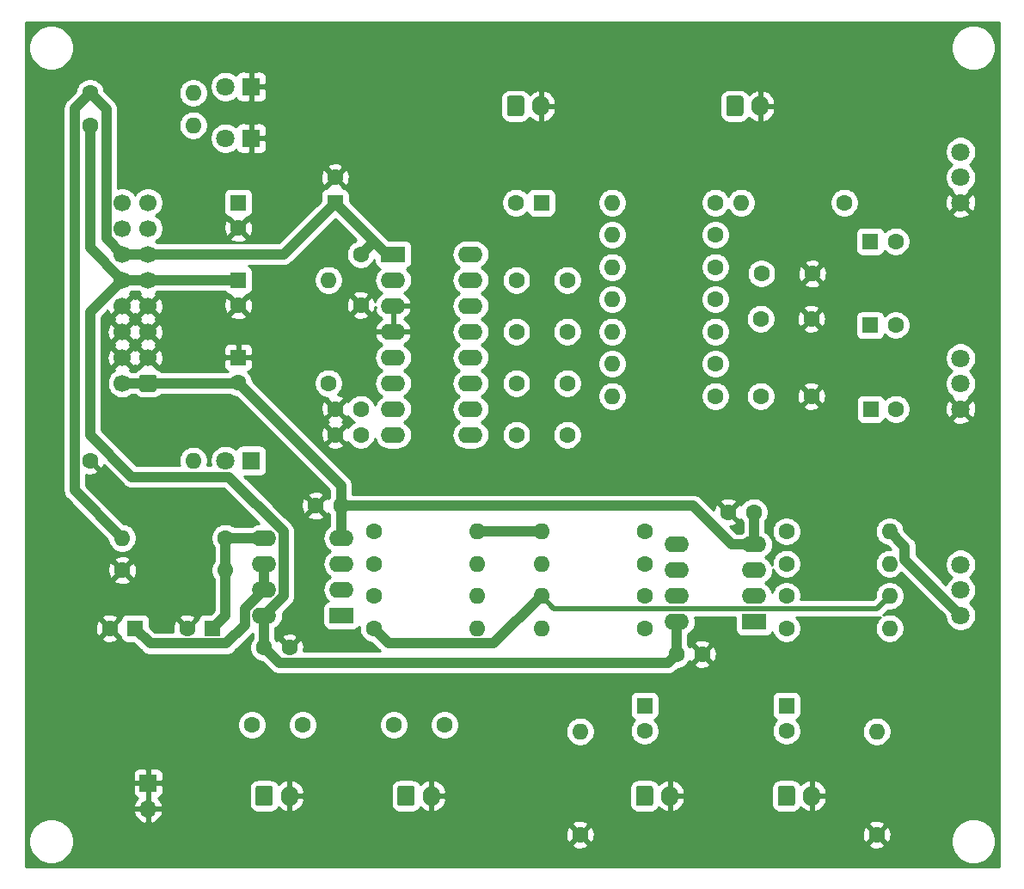
<source format=gbl>
G04 #@! TF.GenerationSoftware,KiCad,Pcbnew,(5.1.10)-1*
G04 #@! TF.CreationDate,2021-07-20T07:44:14+09:00*
G04 #@! TF.ProjectId,PT2399_Echo,50543233-3939-45f4-9563-686f2e6b6963,Ver. 1.0*
G04 #@! TF.SameCoordinates,Original*
G04 #@! TF.FileFunction,Copper,L2,Bot*
G04 #@! TF.FilePolarity,Positive*
%FSLAX46Y46*%
G04 Gerber Fmt 4.6, Leading zero omitted, Abs format (unit mm)*
G04 Created by KiCad (PCBNEW (5.1.10)-1) date 2021-07-20 07:44:14*
%MOMM*%
%LPD*%
G01*
G04 APERTURE LIST*
G04 #@! TA.AperFunction,ComponentPad*
%ADD10C,1.600000*%
G04 #@! TD*
G04 #@! TA.AperFunction,ComponentPad*
%ADD11R,1.600000X1.600000*%
G04 #@! TD*
G04 #@! TA.AperFunction,ComponentPad*
%ADD12O,1.600000X1.600000*%
G04 #@! TD*
G04 #@! TA.AperFunction,ComponentPad*
%ADD13O,2.400000X1.600000*%
G04 #@! TD*
G04 #@! TA.AperFunction,ComponentPad*
%ADD14R,2.400000X1.600000*%
G04 #@! TD*
G04 #@! TA.AperFunction,ComponentPad*
%ADD15C,1.800000*%
G04 #@! TD*
G04 #@! TA.AperFunction,ComponentPad*
%ADD16O,1.700000X2.000000*%
G04 #@! TD*
G04 #@! TA.AperFunction,ComponentPad*
%ADD17O,1.700000X1.700000*%
G04 #@! TD*
G04 #@! TA.AperFunction,ComponentPad*
%ADD18R,1.700000X1.700000*%
G04 #@! TD*
G04 #@! TA.AperFunction,ComponentPad*
%ADD19C,1.700000*%
G04 #@! TD*
G04 #@! TA.AperFunction,ComponentPad*
%ADD20R,1.800000X1.800000*%
G04 #@! TD*
G04 #@! TA.AperFunction,Conductor*
%ADD21C,1.000000*%
G04 #@! TD*
G04 #@! TA.AperFunction,Conductor*
%ADD22C,0.500000*%
G04 #@! TD*
G04 #@! TA.AperFunction,Conductor*
%ADD23C,0.254000*%
G04 #@! TD*
G04 #@! TA.AperFunction,Conductor*
%ADD24C,0.100000*%
G04 #@! TD*
G04 APERTURE END LIST*
D10*
G04 #@! TO.P,C8,2*
G04 #@! TO.N,FX_IN*
X141645000Y-71120000D03*
D11*
G04 #@! TO.P,C8,1*
G04 #@! TO.N,Net-(C8-Pad1)*
X144145000Y-71120000D03*
G04 #@! TD*
D12*
G04 #@! TO.P,R4,2*
G04 #@! TO.N,VGND*
X178435000Y-103505000D03*
D10*
G04 #@! TO.P,R4,1*
G04 #@! TO.N,Net-(R3-Pad1)*
X168275000Y-103505000D03*
G04 #@! TD*
G04 #@! TO.P,C23,2*
G04 #@! TO.N,Net-(C23-Pad2)*
X141685000Y-93980000D03*
G04 #@! TO.P,C23,1*
G04 #@! TO.N,Net-(C23-Pad1)*
X146685000Y-93980000D03*
G04 #@! TD*
G04 #@! TO.P,C20,2*
G04 #@! TO.N,Net-(C20-Pad2)*
X141685000Y-88900000D03*
G04 #@! TO.P,C20,1*
G04 #@! TO.N,Net-(C20-Pad1)*
X146685000Y-88900000D03*
G04 #@! TD*
G04 #@! TO.P,C11,2*
G04 #@! TO.N,Net-(C11-Pad2)*
X141685000Y-78740000D03*
G04 #@! TO.P,C11,1*
G04 #@! TO.N,Net-(C11-Pad1)*
X146685000Y-78740000D03*
G04 #@! TD*
G04 #@! TO.P,C24,2*
G04 #@! TO.N,GND*
X123865000Y-93980000D03*
G04 #@! TO.P,C24,1*
G04 #@! TO.N,Net-(C24-Pad1)*
X126365000Y-93980000D03*
G04 #@! TD*
G04 #@! TO.P,C22,2*
G04 #@! TO.N,GND*
X123865000Y-91440000D03*
G04 #@! TO.P,C22,1*
G04 #@! TO.N,Net-(C22-Pad1)*
X126365000Y-91440000D03*
G04 #@! TD*
G04 #@! TO.P,C9,2*
G04 #@! TO.N,GND*
X126365000Y-81200000D03*
G04 #@! TO.P,C9,1*
G04 #@! TO.N,+5V*
X126365000Y-76200000D03*
G04 #@! TD*
G04 #@! TO.P,C17,2*
G04 #@! TO.N,GND*
X101640000Y-113030000D03*
D11*
G04 #@! TO.P,C17,1*
G04 #@! TO.N,VGND*
X104140000Y-113030000D03*
G04 #@! TD*
D10*
G04 #@! TO.P,C16,2*
G04 #@! TO.N,GND*
X109260000Y-113030000D03*
D11*
G04 #@! TO.P,C16,1*
G04 #@! TO.N,Net-(C16-Pad1)*
X111760000Y-113030000D03*
G04 #@! TD*
D10*
G04 #@! TO.P,C15,2*
G04 #@! TO.N,Net-(C15-Pad2)*
X179030000Y-83185000D03*
D11*
G04 #@! TO.P,C15,1*
G04 #@! TO.N,Net-(C14-Pad1)*
X176530000Y-83185000D03*
G04 #@! TD*
D10*
G04 #@! TO.P,C14,2*
G04 #@! TO.N,Net-(C14-Pad2)*
X179070000Y-91440000D03*
D11*
G04 #@! TO.P,C14,1*
G04 #@! TO.N,Net-(C14-Pad1)*
X176570000Y-91440000D03*
G04 #@! TD*
D10*
G04 #@! TO.P,C12,2*
G04 #@! TO.N,GND*
X114300000Y-73620000D03*
D11*
G04 #@! TO.P,C12,1*
G04 #@! TO.N,Net-(C12-Pad1)*
X114300000Y-71120000D03*
G04 #@! TD*
D10*
G04 #@! TO.P,C10,2*
G04 #@! TO.N,Net-(C10-Pad2)*
X179030000Y-74930000D03*
D11*
G04 #@! TO.P,C10,1*
G04 #@! TO.N,Net-(C10-Pad1)*
X176530000Y-74930000D03*
G04 #@! TD*
D10*
G04 #@! TO.P,C7,2*
G04 #@! TO.N,-12V*
X114300000Y-88860000D03*
D11*
G04 #@! TO.P,C7,1*
G04 #@! TO.N,GND*
X114300000Y-86360000D03*
G04 #@! TD*
D10*
G04 #@! TO.P,C6,2*
G04 #@! TO.N,GND*
X114300000Y-81240000D03*
D11*
G04 #@! TO.P,C6,1*
G04 #@! TO.N,+12V*
X114300000Y-78740000D03*
G04 #@! TD*
D10*
G04 #@! TO.P,C3,2*
G04 #@! TO.N,Net-(C3-Pad2)*
X154305000Y-123150000D03*
D11*
G04 #@! TO.P,C3,1*
G04 #@! TO.N,Net-(C3-Pad1)*
X154305000Y-120650000D03*
G04 #@! TD*
D10*
G04 #@! TO.P,C1,2*
G04 #@! TO.N,Net-(C1-Pad2)*
X168275000Y-123150000D03*
D11*
G04 #@! TO.P,C1,1*
G04 #@! TO.N,Net-(C1-Pad1)*
X168275000Y-120650000D03*
G04 #@! TD*
D10*
G04 #@! TO.P,C21,2*
G04 #@! TO.N,GND*
X170735000Y-90170000D03*
G04 #@! TO.P,C21,1*
G04 #@! TO.N,Net-(C21-Pad1)*
X165735000Y-90170000D03*
G04 #@! TD*
G04 #@! TO.P,C4,2*
G04 #@! TO.N,Net-(C4-Pad2)*
X129620000Y-122555000D03*
G04 #@! TO.P,C4,1*
G04 #@! TO.N,Net-(C4-Pad1)*
X134620000Y-122555000D03*
G04 #@! TD*
G04 #@! TO.P,C2,2*
G04 #@! TO.N,Net-(C2-Pad2)*
X115650000Y-122555000D03*
G04 #@! TO.P,C2,1*
G04 #@! TO.N,Net-(C2-Pad1)*
X120650000Y-122555000D03*
G04 #@! TD*
G04 #@! TO.P,C28,2*
G04 #@! TO.N,-12V*
X124420000Y-100965000D03*
G04 #@! TO.P,C28,1*
G04 #@! TO.N,GND*
X121920000Y-100965000D03*
G04 #@! TD*
G04 #@! TO.P,C27,2*
G04 #@! TO.N,-12V*
X165060000Y-101600000D03*
G04 #@! TO.P,C27,1*
G04 #@! TO.N,GND*
X162560000Y-101600000D03*
G04 #@! TD*
G04 #@! TO.P,C26,2*
G04 #@! TO.N,GND*
X119340000Y-114935000D03*
G04 #@! TO.P,C26,1*
G04 #@! TO.N,+12V*
X116840000Y-114935000D03*
G04 #@! TD*
G04 #@! TO.P,C25,2*
G04 #@! TO.N,GND*
X159980000Y-115570000D03*
G04 #@! TO.P,C25,1*
G04 #@! TO.N,+12V*
X157480000Y-115570000D03*
G04 #@! TD*
G04 #@! TO.P,C19,2*
G04 #@! TO.N,GND*
X170735000Y-82550000D03*
G04 #@! TO.P,C19,1*
G04 #@! TO.N,Net-(C14-Pad1)*
X165735000Y-82550000D03*
G04 #@! TD*
G04 #@! TO.P,C18,2*
G04 #@! TO.N,Net-(C18-Pad2)*
X141685000Y-83820000D03*
G04 #@! TO.P,C18,1*
G04 #@! TO.N,Net-(C18-Pad1)*
X146685000Y-83820000D03*
G04 #@! TD*
D13*
G04 #@! TO.P,U3,16*
G04 #@! TO.N,Net-(C11-Pad1)*
X137160000Y-76200000D03*
G04 #@! TO.P,U3,8*
G04 #@! TO.N,Net-(C24-Pad1)*
X129540000Y-93980000D03*
G04 #@! TO.P,U3,15*
G04 #@! TO.N,Net-(C11-Pad2)*
X137160000Y-78740000D03*
G04 #@! TO.P,U3,7*
G04 #@! TO.N,Net-(C22-Pad1)*
X129540000Y-91440000D03*
G04 #@! TO.P,U3,14*
G04 #@! TO.N,Net-(C18-Pad1)*
X137160000Y-81280000D03*
G04 #@! TO.P,U3,6*
G04 #@! TO.N,Net-(R25-Pad1)*
X129540000Y-88900000D03*
G04 #@! TO.P,U3,13*
G04 #@! TO.N,Net-(C18-Pad2)*
X137160000Y-83820000D03*
G04 #@! TO.P,U3,5*
G04 #@! TO.N,N/C*
X129540000Y-86360000D03*
G04 #@! TO.P,U3,12*
G04 #@! TO.N,Net-(C20-Pad1)*
X137160000Y-86360000D03*
G04 #@! TO.P,U3,4*
G04 #@! TO.N,GND*
X129540000Y-83820000D03*
G04 #@! TO.P,U3,11*
G04 #@! TO.N,Net-(C20-Pad2)*
X137160000Y-88900000D03*
G04 #@! TO.P,U3,3*
G04 #@! TO.N,GND*
X129540000Y-81280000D03*
G04 #@! TO.P,U3,10*
G04 #@! TO.N,Net-(C23-Pad1)*
X137160000Y-91440000D03*
G04 #@! TO.P,U3,2*
G04 #@! TO.N,Net-(C12-Pad1)*
X129540000Y-78740000D03*
G04 #@! TO.P,U3,9*
G04 #@! TO.N,Net-(C23-Pad2)*
X137160000Y-93980000D03*
D14*
G04 #@! TO.P,U3,1*
G04 #@! TO.N,+5V*
X129540000Y-76200000D03*
G04 #@! TD*
D13*
G04 #@! TO.P,U2,8*
G04 #@! TO.N,+12V*
X116840000Y-111760000D03*
G04 #@! TO.P,U2,4*
G04 #@! TO.N,-12V*
X124460000Y-104140000D03*
G04 #@! TO.P,U2,7*
G04 #@! TO.N,VGND*
X116840000Y-109220000D03*
G04 #@! TO.P,U2,3*
G04 #@! TO.N,Net-(R14-Pad1)*
X124460000Y-106680000D03*
G04 #@! TO.P,U2,6*
G04 #@! TO.N,VGND*
X116840000Y-106680000D03*
G04 #@! TO.P,U2,2*
G04 #@! TO.N,Net-(R10-Pad1)*
X124460000Y-109220000D03*
G04 #@! TO.P,U2,5*
G04 #@! TO.N,Net-(C16-Pad1)*
X116840000Y-104140000D03*
D14*
G04 #@! TO.P,U2,1*
G04 #@! TO.N,FX_IN*
X124460000Y-111760000D03*
G04 #@! TD*
D13*
G04 #@! TO.P,U1,8*
G04 #@! TO.N,+12V*
X157480000Y-112395000D03*
G04 #@! TO.P,U1,4*
G04 #@! TO.N,-12V*
X165100000Y-104775000D03*
G04 #@! TO.P,U1,7*
G04 #@! TO.N,Net-(C3-Pad1)*
X157480000Y-109855000D03*
G04 #@! TO.P,U1,3*
G04 #@! TO.N,Net-(R3-Pad1)*
X165100000Y-107315000D03*
G04 #@! TO.P,U1,6*
G04 #@! TO.N,Net-(R13-Pad1)*
X157480000Y-107315000D03*
G04 #@! TO.P,U1,2*
G04 #@! TO.N,Net-(R1-Pad1)*
X165100000Y-109855000D03*
G04 #@! TO.P,U1,5*
G04 #@! TO.N,Net-(R12-Pad1)*
X157480000Y-104775000D03*
D14*
G04 #@! TO.P,U1,1*
G04 #@! TO.N,Net-(C1-Pad1)*
X165100000Y-112395000D03*
G04 #@! TD*
D15*
G04 #@! TO.P,RV3,1*
G04 #@! TO.N,GND*
X185420000Y-71120000D03*
G04 #@! TO.P,RV3,2*
G04 #@! TO.N,Net-(R25-Pad2)*
X185420000Y-68620000D03*
G04 #@! TO.P,RV3,3*
X185420000Y-66120000D03*
G04 #@! TD*
G04 #@! TO.P,RV2,1*
G04 #@! TO.N,GND*
X185420000Y-91440000D03*
G04 #@! TO.P,RV2,2*
G04 #@! TO.N,Net-(C10-Pad2)*
X185420000Y-88940000D03*
G04 #@! TO.P,RV2,3*
G04 #@! TO.N,Net-(C15-Pad2)*
X185420000Y-86440000D03*
G04 #@! TD*
G04 #@! TO.P,RV1,1*
G04 #@! TO.N,VGND*
X185420000Y-111760000D03*
G04 #@! TO.P,RV1,2*
G04 #@! TO.N,FX_OUT*
X185420000Y-109260000D03*
G04 #@! TO.P,RV1,3*
G04 #@! TO.N,Net-(C14-Pad2)*
X185420000Y-106760000D03*
G04 #@! TD*
D12*
G04 #@! TO.P,R28,2*
G04 #@! TO.N,Net-(D3-Pad2)*
X109855000Y-96520000D03*
D10*
G04 #@! TO.P,R28,1*
G04 #@! TO.N,GND*
X99695000Y-96520000D03*
G04 #@! TD*
D12*
G04 #@! TO.P,R27,2*
G04 #@! TO.N,Net-(D2-Pad2)*
X109855000Y-63500000D03*
D10*
G04 #@! TO.P,R27,1*
G04 #@! TO.N,+12V*
X99695000Y-63500000D03*
G04 #@! TD*
D12*
G04 #@! TO.P,R26,2*
G04 #@! TO.N,Net-(D1-Pad2)*
X109855000Y-60325000D03*
D10*
G04 #@! TO.P,R26,1*
G04 #@! TO.N,+5V*
X99695000Y-60325000D03*
G04 #@! TD*
D12*
G04 #@! TO.P,R25,2*
G04 #@! TO.N,Net-(R25-Pad2)*
X123190000Y-78740000D03*
D10*
G04 #@! TO.P,R25,1*
G04 #@! TO.N,Net-(R25-Pad1)*
X123190000Y-88900000D03*
G04 #@! TD*
D12*
G04 #@! TO.P,R24,2*
G04 #@! TO.N,Net-(C20-Pad1)*
X151130000Y-90170000D03*
D10*
G04 #@! TO.P,R24,1*
G04 #@! TO.N,Net-(C21-Pad1)*
X161290000Y-90170000D03*
G04 #@! TD*
D12*
G04 #@! TO.P,R23,2*
G04 #@! TO.N,Net-(C18-Pad2)*
X151130000Y-86995000D03*
D10*
G04 #@! TO.P,R23,1*
G04 #@! TO.N,Net-(C21-Pad1)*
X161290000Y-86995000D03*
G04 #@! TD*
D12*
G04 #@! TO.P,R22,2*
G04 #@! TO.N,Net-(C18-Pad1)*
X151130000Y-83820000D03*
D10*
G04 #@! TO.P,R22,1*
G04 #@! TO.N,Net-(C21-Pad1)*
X161290000Y-83820000D03*
G04 #@! TD*
D12*
G04 #@! TO.P,R21,2*
G04 #@! TO.N,Net-(C18-Pad1)*
X151130000Y-80645000D03*
D10*
G04 #@! TO.P,R21,1*
G04 #@! TO.N,Net-(C14-Pad1)*
X161290000Y-80645000D03*
G04 #@! TD*
D12*
G04 #@! TO.P,R20,2*
G04 #@! TO.N,Net-(C16-Pad1)*
X113030000Y-107315000D03*
D10*
G04 #@! TO.P,R20,1*
G04 #@! TO.N,GND*
X102870000Y-107315000D03*
G04 #@! TD*
D12*
G04 #@! TO.P,R19,2*
G04 #@! TO.N,Net-(C11-Pad2)*
X151130000Y-77470000D03*
D10*
G04 #@! TO.P,R19,1*
G04 #@! TO.N,Net-(C13-Pad2)*
X161290000Y-77470000D03*
G04 #@! TD*
D12*
G04 #@! TO.P,R18,2*
G04 #@! TO.N,+5V*
X102870000Y-104140000D03*
D10*
G04 #@! TO.P,R18,1*
G04 #@! TO.N,Net-(C16-Pad1)*
X113030000Y-104140000D03*
G04 #@! TD*
D12*
G04 #@! TO.P,R17,2*
G04 #@! TO.N,Net-(C13-Pad2)*
X163830000Y-71120000D03*
D10*
G04 #@! TO.P,R17,1*
G04 #@! TO.N,Net-(C10-Pad1)*
X173990000Y-71120000D03*
G04 #@! TD*
D12*
G04 #@! TO.P,R16,2*
G04 #@! TO.N,Net-(C11-Pad1)*
X151130000Y-74295000D03*
D10*
G04 #@! TO.P,R16,1*
G04 #@! TO.N,Net-(C13-Pad2)*
X161290000Y-74295000D03*
G04 #@! TD*
D12*
G04 #@! TO.P,R15,2*
G04 #@! TO.N,Net-(C8-Pad1)*
X151130000Y-71120000D03*
D10*
G04 #@! TO.P,R15,1*
G04 #@! TO.N,Net-(C13-Pad2)*
X161290000Y-71120000D03*
G04 #@! TD*
D12*
G04 #@! TO.P,R14,2*
G04 #@! TO.N,VGND*
X137795000Y-103505000D03*
D10*
G04 #@! TO.P,R14,1*
G04 #@! TO.N,Net-(R14-Pad1)*
X127635000Y-103505000D03*
G04 #@! TD*
D12*
G04 #@! TO.P,R13,2*
G04 #@! TO.N,FX_OUT*
X144145000Y-106680000D03*
D10*
G04 #@! TO.P,R13,1*
G04 #@! TO.N,Net-(R13-Pad1)*
X154305000Y-106680000D03*
G04 #@! TD*
D12*
G04 #@! TO.P,R12,2*
G04 #@! TO.N,VGND*
X144145000Y-103505000D03*
D10*
G04 #@! TO.P,R12,1*
G04 #@! TO.N,Net-(R12-Pad1)*
X154305000Y-103505000D03*
G04 #@! TD*
D12*
G04 #@! TO.P,R11,2*
G04 #@! TO.N,Net-(C3-Pad2)*
X147955000Y-123190000D03*
D10*
G04 #@! TO.P,R11,1*
G04 #@! TO.N,GND*
X147955000Y-133350000D03*
G04 #@! TD*
D12*
G04 #@! TO.P,R10,2*
G04 #@! TO.N,Net-(C4-Pad1)*
X137795000Y-106680000D03*
D10*
G04 #@! TO.P,R10,1*
G04 #@! TO.N,Net-(R10-Pad1)*
X127635000Y-106680000D03*
G04 #@! TD*
D12*
G04 #@! TO.P,R9,2*
G04 #@! TO.N,FX_IN*
X144145000Y-109855000D03*
D10*
G04 #@! TO.P,R9,1*
G04 #@! TO.N,Net-(R13-Pad1)*
X154305000Y-109855000D03*
G04 #@! TD*
D12*
G04 #@! TO.P,R8,2*
G04 #@! TO.N,Net-(R10-Pad1)*
X137795000Y-113030000D03*
D10*
G04 #@! TO.P,R8,1*
G04 #@! TO.N,FX_IN*
X127635000Y-113030000D03*
G04 #@! TD*
D12*
G04 #@! TO.P,R7,2*
G04 #@! TO.N,Net-(C2-Pad1)*
X137795000Y-109855000D03*
D10*
G04 #@! TO.P,R7,1*
G04 #@! TO.N,Net-(R10-Pad1)*
X127635000Y-109855000D03*
G04 #@! TD*
D12*
G04 #@! TO.P,R6,2*
G04 #@! TO.N,Net-(R13-Pad1)*
X144145000Y-113030000D03*
D10*
G04 #@! TO.P,R6,1*
G04 #@! TO.N,Net-(C3-Pad1)*
X154305000Y-113030000D03*
G04 #@! TD*
D12*
G04 #@! TO.P,R5,2*
G04 #@! TO.N,Net-(C1-Pad2)*
X177165000Y-123190000D03*
D10*
G04 #@! TO.P,R5,1*
G04 #@! TO.N,GND*
X177165000Y-133350000D03*
G04 #@! TD*
D12*
G04 #@! TO.P,R3,2*
G04 #@! TO.N,FX_OUT*
X178435000Y-106680000D03*
D10*
G04 #@! TO.P,R3,1*
G04 #@! TO.N,Net-(R3-Pad1)*
X168275000Y-106680000D03*
G04 #@! TD*
D12*
G04 #@! TO.P,R2,2*
G04 #@! TO.N,Net-(R1-Pad1)*
X178435000Y-113030000D03*
D10*
G04 #@! TO.P,R2,1*
G04 #@! TO.N,Net-(C1-Pad1)*
X168275000Y-113030000D03*
G04 #@! TD*
D12*
G04 #@! TO.P,R1,2*
G04 #@! TO.N,FX_IN*
X178435000Y-109855000D03*
D10*
G04 #@! TO.P,R1,1*
G04 #@! TO.N,Net-(R1-Pad1)*
X168275000Y-109855000D03*
G04 #@! TD*
D16*
G04 #@! TO.P,J8,2*
G04 #@! TO.N,GND*
X165695000Y-61595000D03*
G04 #@! TO.P,J8,1*
G04 #@! TO.N,Net-(C15-Pad2)*
G04 #@! TA.AperFunction,ComponentPad*
G36*
G01*
X162345000Y-62345000D02*
X162345000Y-60845000D01*
G75*
G02*
X162595000Y-60595000I250000J0D01*
G01*
X163795000Y-60595000D01*
G75*
G02*
X164045000Y-60845000I0J-250000D01*
G01*
X164045000Y-62345000D01*
G75*
G02*
X163795000Y-62595000I-250000J0D01*
G01*
X162595000Y-62595000D01*
G75*
G02*
X162345000Y-62345000I0J250000D01*
G01*
G37*
G04 #@! TD.AperFunction*
G04 #@! TD*
G04 #@! TO.P,J7,2*
G04 #@! TO.N,GND*
X144105000Y-61595000D03*
G04 #@! TO.P,J7,1*
G04 #@! TO.N,FX_IN*
G04 #@! TA.AperFunction,ComponentPad*
G36*
G01*
X140755000Y-62345000D02*
X140755000Y-60845000D01*
G75*
G02*
X141005000Y-60595000I250000J0D01*
G01*
X142205000Y-60595000D01*
G75*
G02*
X142455000Y-60845000I0J-250000D01*
G01*
X142455000Y-62345000D01*
G75*
G02*
X142205000Y-62595000I-250000J0D01*
G01*
X141005000Y-62595000D01*
G75*
G02*
X140755000Y-62345000I0J250000D01*
G01*
G37*
G04 #@! TD.AperFunction*
G04 #@! TD*
D17*
G04 #@! TO.P,J6,2*
G04 #@! TO.N,GND*
X105410000Y-130810000D03*
D18*
G04 #@! TO.P,J6,1*
X105410000Y-128270000D03*
G04 #@! TD*
D16*
G04 #@! TO.P,J5,2*
G04 #@! TO.N,GND*
X133310000Y-129540000D03*
G04 #@! TO.P,J5,1*
G04 #@! TO.N,Net-(C4-Pad2)*
G04 #@! TA.AperFunction,ComponentPad*
G36*
G01*
X129960000Y-130290000D02*
X129960000Y-128790000D01*
G75*
G02*
X130210000Y-128540000I250000J0D01*
G01*
X131410000Y-128540000D01*
G75*
G02*
X131660000Y-128790000I0J-250000D01*
G01*
X131660000Y-130290000D01*
G75*
G02*
X131410000Y-130540000I-250000J0D01*
G01*
X130210000Y-130540000D01*
G75*
G02*
X129960000Y-130290000I0J250000D01*
G01*
G37*
G04 #@! TD.AperFunction*
G04 #@! TD*
G04 #@! TO.P,J4,2*
G04 #@! TO.N,GND*
X156805000Y-129540000D03*
G04 #@! TO.P,J4,1*
G04 #@! TO.N,Net-(C3-Pad2)*
G04 #@! TA.AperFunction,ComponentPad*
G36*
G01*
X153455000Y-130290000D02*
X153455000Y-128790000D01*
G75*
G02*
X153705000Y-128540000I250000J0D01*
G01*
X154905000Y-128540000D01*
G75*
G02*
X155155000Y-128790000I0J-250000D01*
G01*
X155155000Y-130290000D01*
G75*
G02*
X154905000Y-130540000I-250000J0D01*
G01*
X153705000Y-130540000D01*
G75*
G02*
X153455000Y-130290000I0J250000D01*
G01*
G37*
G04 #@! TD.AperFunction*
G04 #@! TD*
G04 #@! TO.P,J3,2*
G04 #@! TO.N,GND*
X119340000Y-129540000D03*
G04 #@! TO.P,J3,1*
G04 #@! TO.N,Net-(C2-Pad2)*
G04 #@! TA.AperFunction,ComponentPad*
G36*
G01*
X115990000Y-130290000D02*
X115990000Y-128790000D01*
G75*
G02*
X116240000Y-128540000I250000J0D01*
G01*
X117440000Y-128540000D01*
G75*
G02*
X117690000Y-128790000I0J-250000D01*
G01*
X117690000Y-130290000D01*
G75*
G02*
X117440000Y-130540000I-250000J0D01*
G01*
X116240000Y-130540000D01*
G75*
G02*
X115990000Y-130290000I0J250000D01*
G01*
G37*
G04 #@! TD.AperFunction*
G04 #@! TD*
D19*
G04 #@! TO.P,J2,16*
G04 #@! TO.N,N/C*
X102870000Y-71120000D03*
G04 #@! TO.P,J2,14*
X102870000Y-73660000D03*
G04 #@! TO.P,J2,12*
G04 #@! TO.N,+5V*
X102870000Y-76200000D03*
G04 #@! TO.P,J2,10*
G04 #@! TO.N,+12V*
X102870000Y-78740000D03*
G04 #@! TO.P,J2,8*
G04 #@! TO.N,GND*
X102870000Y-81280000D03*
G04 #@! TO.P,J2,6*
X102870000Y-83820000D03*
G04 #@! TO.P,J2,4*
X102870000Y-86360000D03*
G04 #@! TO.P,J2,2*
G04 #@! TO.N,-12V*
X102870000Y-88900000D03*
G04 #@! TO.P,J2,15*
G04 #@! TO.N,N/C*
X105410000Y-71120000D03*
G04 #@! TO.P,J2,13*
X105410000Y-73660000D03*
G04 #@! TO.P,J2,11*
G04 #@! TO.N,+5V*
X105410000Y-76200000D03*
G04 #@! TO.P,J2,9*
G04 #@! TO.N,+12V*
X105410000Y-78740000D03*
G04 #@! TO.P,J2,7*
G04 #@! TO.N,GND*
X105410000Y-81280000D03*
G04 #@! TO.P,J2,5*
X105410000Y-83820000D03*
G04 #@! TO.P,J2,3*
X105410000Y-86360000D03*
G04 #@! TO.P,J2,1*
G04 #@! TO.N,-12V*
G04 #@! TA.AperFunction,ComponentPad*
G36*
G01*
X106260000Y-88300000D02*
X106260000Y-89500000D01*
G75*
G02*
X106010000Y-89750000I-250000J0D01*
G01*
X104810000Y-89750000D01*
G75*
G02*
X104560000Y-89500000I0J250000D01*
G01*
X104560000Y-88300000D01*
G75*
G02*
X104810000Y-88050000I250000J0D01*
G01*
X106010000Y-88050000D01*
G75*
G02*
X106260000Y-88300000I0J-250000D01*
G01*
G37*
G04 #@! TD.AperFunction*
G04 #@! TD*
D16*
G04 #@! TO.P,J1,2*
G04 #@! TO.N,GND*
X170775000Y-129540000D03*
G04 #@! TO.P,J1,1*
G04 #@! TO.N,Net-(C1-Pad2)*
G04 #@! TA.AperFunction,ComponentPad*
G36*
G01*
X167425000Y-130290000D02*
X167425000Y-128790000D01*
G75*
G02*
X167675000Y-128540000I250000J0D01*
G01*
X168875000Y-128540000D01*
G75*
G02*
X169125000Y-128790000I0J-250000D01*
G01*
X169125000Y-130290000D01*
G75*
G02*
X168875000Y-130540000I-250000J0D01*
G01*
X167675000Y-130540000D01*
G75*
G02*
X167425000Y-130290000I0J250000D01*
G01*
G37*
G04 #@! TD.AperFunction*
G04 #@! TD*
D15*
G04 #@! TO.P,D3,2*
G04 #@! TO.N,Net-(D3-Pad2)*
X113030000Y-96520000D03*
D20*
G04 #@! TO.P,D3,1*
G04 #@! TO.N,-12V*
X115570000Y-96520000D03*
G04 #@! TD*
D15*
G04 #@! TO.P,D2,2*
G04 #@! TO.N,Net-(D2-Pad2)*
X113030000Y-64770000D03*
D20*
G04 #@! TO.P,D2,1*
G04 #@! TO.N,GND*
X115570000Y-64770000D03*
G04 #@! TD*
D15*
G04 #@! TO.P,D1,2*
G04 #@! TO.N,Net-(D1-Pad2)*
X113030000Y-59690000D03*
D20*
G04 #@! TO.P,D1,1*
G04 #@! TO.N,GND*
X115570000Y-59690000D03*
G04 #@! TD*
D10*
G04 #@! TO.P,C13,2*
G04 #@! TO.N,Net-(C13-Pad2)*
X165815000Y-78105000D03*
G04 #@! TO.P,C13,1*
G04 #@! TO.N,GND*
X170815000Y-78105000D03*
G04 #@! TD*
G04 #@! TO.P,C5,2*
G04 #@! TO.N,GND*
X123825000Y-68620000D03*
D11*
G04 #@! TO.P,C5,1*
G04 #@! TO.N,+5V*
X123825000Y-71120000D03*
G04 #@! TD*
D21*
G04 #@! TO.N,+5V*
X102870000Y-76200000D02*
X105410000Y-76200000D01*
X118745000Y-76200000D02*
X123825000Y-71120000D01*
X105410000Y-76200000D02*
X118745000Y-76200000D01*
X101319999Y-61949999D02*
X99695000Y-60325000D01*
X101319999Y-74649999D02*
X101319999Y-61949999D01*
X102870000Y-76200000D02*
X101319999Y-74649999D01*
X129540000Y-76200000D02*
X128905000Y-76200000D01*
X126365000Y-76200000D02*
X127635000Y-74930000D01*
X127635000Y-74930000D02*
X123825000Y-71120000D01*
X128905000Y-76200000D02*
X127635000Y-74930000D01*
X98194999Y-61825001D02*
X99695000Y-60325000D01*
X98194999Y-99464999D02*
X98194999Y-61825001D01*
X102870000Y-104140000D02*
X98194999Y-99464999D01*
G04 #@! TO.N,+12V*
X99695000Y-75565000D02*
X99695000Y-63500000D01*
X102870000Y-78740000D02*
X99695000Y-75565000D01*
X102870000Y-78740000D02*
X105410000Y-78740000D01*
X105410000Y-78740000D02*
X114300000Y-78740000D01*
X116840000Y-111760000D02*
X116840000Y-114935000D01*
X157480000Y-112395000D02*
X157480000Y-115570000D01*
X118740010Y-103518676D02*
X113341335Y-98120001D01*
X118740010Y-109859990D02*
X118740010Y-103518676D01*
X113341335Y-98120001D02*
X103835001Y-98120001D01*
X116840000Y-111760000D02*
X118740010Y-109859990D01*
X103835001Y-98120001D02*
X99695000Y-93980000D01*
X99695000Y-81915000D02*
X102870000Y-78740000D01*
X99695000Y-93980000D02*
X99695000Y-81915000D01*
X118340001Y-116435001D02*
X116840000Y-114935000D01*
X157480000Y-115570000D02*
X156614999Y-116435001D01*
X156614999Y-116435001D02*
X118340001Y-116435001D01*
G04 #@! TO.N,-12V*
X102870000Y-88900000D02*
X105410000Y-88900000D01*
X114260000Y-88900000D02*
X114300000Y-88860000D01*
X105410000Y-88900000D02*
X114260000Y-88900000D01*
X124420000Y-100965000D02*
X124420000Y-98980000D01*
X117812500Y-92372500D02*
X114300000Y-88860000D01*
X124420000Y-104100000D02*
X124460000Y-104140000D01*
X124420000Y-100965000D02*
X124420000Y-104100000D01*
X165100000Y-101640000D02*
X165060000Y-101600000D01*
X165100000Y-104775000D02*
X165100000Y-101640000D01*
X159090000Y-100965000D02*
X124420000Y-100965000D01*
X162900000Y-104775000D02*
X159090000Y-100965000D01*
X165100000Y-104775000D02*
X162900000Y-104775000D01*
X118765000Y-93325000D02*
X117812500Y-92372500D01*
X124420000Y-98980000D02*
X118765000Y-93325000D01*
G04 #@! TO.N,FX_IN*
X139469999Y-114530001D02*
X144145000Y-109855000D01*
X129135001Y-114530001D02*
X139469999Y-114530001D01*
X127635000Y-113030000D02*
X129135001Y-114530001D01*
D22*
X144145000Y-109855000D02*
X145395001Y-111105001D01*
X145395001Y-111105001D02*
X177184999Y-111105001D01*
X177184999Y-111105001D02*
X178435000Y-109855000D01*
D21*
G04 #@! TO.N,Net-(C16-Pad1)*
X113030000Y-104140000D02*
X113030000Y-107315000D01*
X113030000Y-104140000D02*
X116840000Y-104140000D01*
X113030000Y-111760000D02*
X111760000Y-113030000D01*
X113030000Y-107315000D02*
X113030000Y-111760000D01*
G04 #@! TO.N,VGND*
X116840000Y-106680000D02*
X116840000Y-109220000D01*
X137795000Y-103505000D02*
X144145000Y-103505000D01*
X114939990Y-111120010D02*
X116840000Y-109220000D01*
X114939990Y-112710012D02*
X114939990Y-111120010D01*
X113120001Y-114530001D02*
X114939990Y-112710012D01*
X105640001Y-114530001D02*
X113120001Y-114530001D01*
X104140000Y-113030000D02*
X105640001Y-114530001D01*
X179935001Y-106275001D02*
X185420000Y-111760000D01*
X179935001Y-105005001D02*
X179935001Y-106275001D01*
X178435000Y-103505000D02*
X179935001Y-105005001D01*
G04 #@! TD*
D23*
G04 #@! TO.N,GND*
X189205001Y-136500000D02*
X93370000Y-136500000D01*
X93370000Y-133764872D01*
X93650000Y-133764872D01*
X93650000Y-134205128D01*
X93735890Y-134636925D01*
X93904369Y-135043669D01*
X94148962Y-135409729D01*
X94460271Y-135721038D01*
X94826331Y-135965631D01*
X95233075Y-136134110D01*
X95664872Y-136220000D01*
X96105128Y-136220000D01*
X96536925Y-136134110D01*
X96943669Y-135965631D01*
X97309729Y-135721038D01*
X97621038Y-135409729D01*
X97865631Y-135043669D01*
X98034110Y-134636925D01*
X98092634Y-134342702D01*
X147141903Y-134342702D01*
X147213486Y-134586671D01*
X147468996Y-134707571D01*
X147743184Y-134776300D01*
X148025512Y-134790217D01*
X148305130Y-134748787D01*
X148571292Y-134653603D01*
X148696514Y-134586671D01*
X148768097Y-134342702D01*
X176351903Y-134342702D01*
X176423486Y-134586671D01*
X176678996Y-134707571D01*
X176953184Y-134776300D01*
X177235512Y-134790217D01*
X177515130Y-134748787D01*
X177781292Y-134653603D01*
X177906514Y-134586671D01*
X177978097Y-134342702D01*
X177165000Y-133529605D01*
X176351903Y-134342702D01*
X148768097Y-134342702D01*
X147955000Y-133529605D01*
X147141903Y-134342702D01*
X98092634Y-134342702D01*
X98120000Y-134205128D01*
X98120000Y-133764872D01*
X98051503Y-133420512D01*
X146514783Y-133420512D01*
X146556213Y-133700130D01*
X146651397Y-133966292D01*
X146718329Y-134091514D01*
X146962298Y-134163097D01*
X147775395Y-133350000D01*
X148134605Y-133350000D01*
X148947702Y-134163097D01*
X149191671Y-134091514D01*
X149312571Y-133836004D01*
X149381300Y-133561816D01*
X149388265Y-133420512D01*
X175724783Y-133420512D01*
X175766213Y-133700130D01*
X175861397Y-133966292D01*
X175928329Y-134091514D01*
X176172298Y-134163097D01*
X176985395Y-133350000D01*
X177344605Y-133350000D01*
X178157702Y-134163097D01*
X178401671Y-134091514D01*
X178522571Y-133836004D01*
X178540401Y-133764872D01*
X184455000Y-133764872D01*
X184455000Y-134205128D01*
X184540890Y-134636925D01*
X184709369Y-135043669D01*
X184953962Y-135409729D01*
X185265271Y-135721038D01*
X185631331Y-135965631D01*
X186038075Y-136134110D01*
X186469872Y-136220000D01*
X186910128Y-136220000D01*
X187341925Y-136134110D01*
X187748669Y-135965631D01*
X188114729Y-135721038D01*
X188426038Y-135409729D01*
X188670631Y-135043669D01*
X188839110Y-134636925D01*
X188925000Y-134205128D01*
X188925000Y-133764872D01*
X188839110Y-133333075D01*
X188670631Y-132926331D01*
X188426038Y-132560271D01*
X188114729Y-132248962D01*
X187748669Y-132004369D01*
X187341925Y-131835890D01*
X186910128Y-131750000D01*
X186469872Y-131750000D01*
X186038075Y-131835890D01*
X185631331Y-132004369D01*
X185265271Y-132248962D01*
X184953962Y-132560271D01*
X184709369Y-132926331D01*
X184540890Y-133333075D01*
X184455000Y-133764872D01*
X178540401Y-133764872D01*
X178591300Y-133561816D01*
X178605217Y-133279488D01*
X178563787Y-132999870D01*
X178468603Y-132733708D01*
X178401671Y-132608486D01*
X178157702Y-132536903D01*
X177344605Y-133350000D01*
X176985395Y-133350000D01*
X176172298Y-132536903D01*
X175928329Y-132608486D01*
X175807429Y-132863996D01*
X175738700Y-133138184D01*
X175724783Y-133420512D01*
X149388265Y-133420512D01*
X149395217Y-133279488D01*
X149353787Y-132999870D01*
X149258603Y-132733708D01*
X149191671Y-132608486D01*
X148947702Y-132536903D01*
X148134605Y-133350000D01*
X147775395Y-133350000D01*
X146962298Y-132536903D01*
X146718329Y-132608486D01*
X146597429Y-132863996D01*
X146528700Y-133138184D01*
X146514783Y-133420512D01*
X98051503Y-133420512D01*
X98034110Y-133333075D01*
X97865631Y-132926331D01*
X97621038Y-132560271D01*
X97418065Y-132357298D01*
X147141903Y-132357298D01*
X147955000Y-133170395D01*
X148768097Y-132357298D01*
X176351903Y-132357298D01*
X177165000Y-133170395D01*
X177978097Y-132357298D01*
X177906514Y-132113329D01*
X177651004Y-131992429D01*
X177376816Y-131923700D01*
X177094488Y-131909783D01*
X176814870Y-131951213D01*
X176548708Y-132046397D01*
X176423486Y-132113329D01*
X176351903Y-132357298D01*
X148768097Y-132357298D01*
X148696514Y-132113329D01*
X148441004Y-131992429D01*
X148166816Y-131923700D01*
X147884488Y-131909783D01*
X147604870Y-131951213D01*
X147338708Y-132046397D01*
X147213486Y-132113329D01*
X147141903Y-132357298D01*
X97418065Y-132357298D01*
X97309729Y-132248962D01*
X96943669Y-132004369D01*
X96536925Y-131835890D01*
X96105128Y-131750000D01*
X95664872Y-131750000D01*
X95233075Y-131835890D01*
X94826331Y-132004369D01*
X94460271Y-132248962D01*
X94148962Y-132560271D01*
X93904369Y-132926331D01*
X93735890Y-133333075D01*
X93650000Y-133764872D01*
X93370000Y-133764872D01*
X93370000Y-131166890D01*
X103968524Y-131166890D01*
X104013175Y-131314099D01*
X104138359Y-131576920D01*
X104312412Y-131810269D01*
X104528645Y-132005178D01*
X104778748Y-132154157D01*
X105053109Y-132251481D01*
X105283000Y-132130814D01*
X105283000Y-130937000D01*
X105537000Y-130937000D01*
X105537000Y-132130814D01*
X105766891Y-132251481D01*
X106041252Y-132154157D01*
X106291355Y-132005178D01*
X106507588Y-131810269D01*
X106681641Y-131576920D01*
X106806825Y-131314099D01*
X106851476Y-131166890D01*
X106730155Y-130937000D01*
X105537000Y-130937000D01*
X105283000Y-130937000D01*
X104089845Y-130937000D01*
X103968524Y-131166890D01*
X93370000Y-131166890D01*
X93370000Y-129120000D01*
X103921928Y-129120000D01*
X103934188Y-129244482D01*
X103970498Y-129364180D01*
X104029463Y-129474494D01*
X104108815Y-129571185D01*
X104205506Y-129650537D01*
X104315820Y-129709502D01*
X104396466Y-129733966D01*
X104312412Y-129809731D01*
X104138359Y-130043080D01*
X104013175Y-130305901D01*
X103968524Y-130453110D01*
X104089845Y-130683000D01*
X105283000Y-130683000D01*
X105283000Y-128397000D01*
X105537000Y-128397000D01*
X105537000Y-130683000D01*
X106730155Y-130683000D01*
X106851476Y-130453110D01*
X106806825Y-130305901D01*
X106681641Y-130043080D01*
X106507588Y-129809731D01*
X106423534Y-129733966D01*
X106504180Y-129709502D01*
X106614494Y-129650537D01*
X106711185Y-129571185D01*
X106790537Y-129474494D01*
X106849502Y-129364180D01*
X106885812Y-129244482D01*
X106898072Y-129120000D01*
X106896276Y-128790000D01*
X115351928Y-128790000D01*
X115351928Y-130290000D01*
X115368992Y-130463254D01*
X115419528Y-130629850D01*
X115501595Y-130783386D01*
X115612038Y-130917962D01*
X115746614Y-131028405D01*
X115900150Y-131110472D01*
X116066746Y-131161008D01*
X116240000Y-131178072D01*
X117440000Y-131178072D01*
X117613254Y-131161008D01*
X117779850Y-131110472D01*
X117933386Y-131028405D01*
X118067962Y-130917962D01*
X118178405Y-130783386D01*
X118232914Y-130681407D01*
X118233198Y-130681795D01*
X118447954Y-130878664D01*
X118696991Y-131029854D01*
X118970739Y-131129554D01*
X118983110Y-131131476D01*
X119213000Y-131010155D01*
X119213000Y-129667000D01*
X119467000Y-129667000D01*
X119467000Y-131010155D01*
X119696890Y-131131476D01*
X119709261Y-131129554D01*
X119983009Y-131029854D01*
X120232046Y-130878664D01*
X120446802Y-130681795D01*
X120619025Y-130446812D01*
X120742096Y-130182745D01*
X120811285Y-129899742D01*
X120667232Y-129667000D01*
X119467000Y-129667000D01*
X119213000Y-129667000D01*
X119193000Y-129667000D01*
X119193000Y-129413000D01*
X119213000Y-129413000D01*
X119213000Y-128069845D01*
X119467000Y-128069845D01*
X119467000Y-129413000D01*
X120667232Y-129413000D01*
X120811285Y-129180258D01*
X120742096Y-128897255D01*
X120692109Y-128790000D01*
X129321928Y-128790000D01*
X129321928Y-130290000D01*
X129338992Y-130463254D01*
X129389528Y-130629850D01*
X129471595Y-130783386D01*
X129582038Y-130917962D01*
X129716614Y-131028405D01*
X129870150Y-131110472D01*
X130036746Y-131161008D01*
X130210000Y-131178072D01*
X131410000Y-131178072D01*
X131583254Y-131161008D01*
X131749850Y-131110472D01*
X131903386Y-131028405D01*
X132037962Y-130917962D01*
X132148405Y-130783386D01*
X132202914Y-130681407D01*
X132203198Y-130681795D01*
X132417954Y-130878664D01*
X132666991Y-131029854D01*
X132940739Y-131129554D01*
X132953110Y-131131476D01*
X133183000Y-131010155D01*
X133183000Y-129667000D01*
X133437000Y-129667000D01*
X133437000Y-131010155D01*
X133666890Y-131131476D01*
X133679261Y-131129554D01*
X133953009Y-131029854D01*
X134202046Y-130878664D01*
X134416802Y-130681795D01*
X134589025Y-130446812D01*
X134712096Y-130182745D01*
X134781285Y-129899742D01*
X134637232Y-129667000D01*
X133437000Y-129667000D01*
X133183000Y-129667000D01*
X133163000Y-129667000D01*
X133163000Y-129413000D01*
X133183000Y-129413000D01*
X133183000Y-128069845D01*
X133437000Y-128069845D01*
X133437000Y-129413000D01*
X134637232Y-129413000D01*
X134781285Y-129180258D01*
X134712096Y-128897255D01*
X134662109Y-128790000D01*
X152816928Y-128790000D01*
X152816928Y-130290000D01*
X152833992Y-130463254D01*
X152884528Y-130629850D01*
X152966595Y-130783386D01*
X153077038Y-130917962D01*
X153211614Y-131028405D01*
X153365150Y-131110472D01*
X153531746Y-131161008D01*
X153705000Y-131178072D01*
X154905000Y-131178072D01*
X155078254Y-131161008D01*
X155244850Y-131110472D01*
X155398386Y-131028405D01*
X155532962Y-130917962D01*
X155643405Y-130783386D01*
X155697914Y-130681407D01*
X155698198Y-130681795D01*
X155912954Y-130878664D01*
X156161991Y-131029854D01*
X156435739Y-131129554D01*
X156448110Y-131131476D01*
X156678000Y-131010155D01*
X156678000Y-129667000D01*
X156932000Y-129667000D01*
X156932000Y-131010155D01*
X157161890Y-131131476D01*
X157174261Y-131129554D01*
X157448009Y-131029854D01*
X157697046Y-130878664D01*
X157911802Y-130681795D01*
X158084025Y-130446812D01*
X158207096Y-130182745D01*
X158276285Y-129899742D01*
X158132232Y-129667000D01*
X156932000Y-129667000D01*
X156678000Y-129667000D01*
X156658000Y-129667000D01*
X156658000Y-129413000D01*
X156678000Y-129413000D01*
X156678000Y-128069845D01*
X156932000Y-128069845D01*
X156932000Y-129413000D01*
X158132232Y-129413000D01*
X158276285Y-129180258D01*
X158207096Y-128897255D01*
X158157109Y-128790000D01*
X166786928Y-128790000D01*
X166786928Y-130290000D01*
X166803992Y-130463254D01*
X166854528Y-130629850D01*
X166936595Y-130783386D01*
X167047038Y-130917962D01*
X167181614Y-131028405D01*
X167335150Y-131110472D01*
X167501746Y-131161008D01*
X167675000Y-131178072D01*
X168875000Y-131178072D01*
X169048254Y-131161008D01*
X169214850Y-131110472D01*
X169368386Y-131028405D01*
X169502962Y-130917962D01*
X169613405Y-130783386D01*
X169667914Y-130681407D01*
X169668198Y-130681795D01*
X169882954Y-130878664D01*
X170131991Y-131029854D01*
X170405739Y-131129554D01*
X170418110Y-131131476D01*
X170648000Y-131010155D01*
X170648000Y-129667000D01*
X170902000Y-129667000D01*
X170902000Y-131010155D01*
X171131890Y-131131476D01*
X171144261Y-131129554D01*
X171418009Y-131029854D01*
X171667046Y-130878664D01*
X171881802Y-130681795D01*
X172054025Y-130446812D01*
X172177096Y-130182745D01*
X172246285Y-129899742D01*
X172102232Y-129667000D01*
X170902000Y-129667000D01*
X170648000Y-129667000D01*
X170628000Y-129667000D01*
X170628000Y-129413000D01*
X170648000Y-129413000D01*
X170648000Y-128069845D01*
X170902000Y-128069845D01*
X170902000Y-129413000D01*
X172102232Y-129413000D01*
X172246285Y-129180258D01*
X172177096Y-128897255D01*
X172054025Y-128633188D01*
X171881802Y-128398205D01*
X171667046Y-128201336D01*
X171418009Y-128050146D01*
X171144261Y-127950446D01*
X171131890Y-127948524D01*
X170902000Y-128069845D01*
X170648000Y-128069845D01*
X170418110Y-127948524D01*
X170405739Y-127950446D01*
X170131991Y-128050146D01*
X169882954Y-128201336D01*
X169668198Y-128398205D01*
X169667914Y-128398593D01*
X169613405Y-128296614D01*
X169502962Y-128162038D01*
X169368386Y-128051595D01*
X169214850Y-127969528D01*
X169048254Y-127918992D01*
X168875000Y-127901928D01*
X167675000Y-127901928D01*
X167501746Y-127918992D01*
X167335150Y-127969528D01*
X167181614Y-128051595D01*
X167047038Y-128162038D01*
X166936595Y-128296614D01*
X166854528Y-128450150D01*
X166803992Y-128616746D01*
X166786928Y-128790000D01*
X158157109Y-128790000D01*
X158084025Y-128633188D01*
X157911802Y-128398205D01*
X157697046Y-128201336D01*
X157448009Y-128050146D01*
X157174261Y-127950446D01*
X157161890Y-127948524D01*
X156932000Y-128069845D01*
X156678000Y-128069845D01*
X156448110Y-127948524D01*
X156435739Y-127950446D01*
X156161991Y-128050146D01*
X155912954Y-128201336D01*
X155698198Y-128398205D01*
X155697914Y-128398593D01*
X155643405Y-128296614D01*
X155532962Y-128162038D01*
X155398386Y-128051595D01*
X155244850Y-127969528D01*
X155078254Y-127918992D01*
X154905000Y-127901928D01*
X153705000Y-127901928D01*
X153531746Y-127918992D01*
X153365150Y-127969528D01*
X153211614Y-128051595D01*
X153077038Y-128162038D01*
X152966595Y-128296614D01*
X152884528Y-128450150D01*
X152833992Y-128616746D01*
X152816928Y-128790000D01*
X134662109Y-128790000D01*
X134589025Y-128633188D01*
X134416802Y-128398205D01*
X134202046Y-128201336D01*
X133953009Y-128050146D01*
X133679261Y-127950446D01*
X133666890Y-127948524D01*
X133437000Y-128069845D01*
X133183000Y-128069845D01*
X132953110Y-127948524D01*
X132940739Y-127950446D01*
X132666991Y-128050146D01*
X132417954Y-128201336D01*
X132203198Y-128398205D01*
X132202914Y-128398593D01*
X132148405Y-128296614D01*
X132037962Y-128162038D01*
X131903386Y-128051595D01*
X131749850Y-127969528D01*
X131583254Y-127918992D01*
X131410000Y-127901928D01*
X130210000Y-127901928D01*
X130036746Y-127918992D01*
X129870150Y-127969528D01*
X129716614Y-128051595D01*
X129582038Y-128162038D01*
X129471595Y-128296614D01*
X129389528Y-128450150D01*
X129338992Y-128616746D01*
X129321928Y-128790000D01*
X120692109Y-128790000D01*
X120619025Y-128633188D01*
X120446802Y-128398205D01*
X120232046Y-128201336D01*
X119983009Y-128050146D01*
X119709261Y-127950446D01*
X119696890Y-127948524D01*
X119467000Y-128069845D01*
X119213000Y-128069845D01*
X118983110Y-127948524D01*
X118970739Y-127950446D01*
X118696991Y-128050146D01*
X118447954Y-128201336D01*
X118233198Y-128398205D01*
X118232914Y-128398593D01*
X118178405Y-128296614D01*
X118067962Y-128162038D01*
X117933386Y-128051595D01*
X117779850Y-127969528D01*
X117613254Y-127918992D01*
X117440000Y-127901928D01*
X116240000Y-127901928D01*
X116066746Y-127918992D01*
X115900150Y-127969528D01*
X115746614Y-128051595D01*
X115612038Y-128162038D01*
X115501595Y-128296614D01*
X115419528Y-128450150D01*
X115368992Y-128616746D01*
X115351928Y-128790000D01*
X106896276Y-128790000D01*
X106895000Y-128555750D01*
X106736250Y-128397000D01*
X105537000Y-128397000D01*
X105283000Y-128397000D01*
X104083750Y-128397000D01*
X103925000Y-128555750D01*
X103921928Y-129120000D01*
X93370000Y-129120000D01*
X93370000Y-127420000D01*
X103921928Y-127420000D01*
X103925000Y-127984250D01*
X104083750Y-128143000D01*
X105283000Y-128143000D01*
X105283000Y-126943750D01*
X105537000Y-126943750D01*
X105537000Y-128143000D01*
X106736250Y-128143000D01*
X106895000Y-127984250D01*
X106898072Y-127420000D01*
X106885812Y-127295518D01*
X106849502Y-127175820D01*
X106790537Y-127065506D01*
X106711185Y-126968815D01*
X106614494Y-126889463D01*
X106504180Y-126830498D01*
X106384482Y-126794188D01*
X106260000Y-126781928D01*
X105695750Y-126785000D01*
X105537000Y-126943750D01*
X105283000Y-126943750D01*
X105124250Y-126785000D01*
X104560000Y-126781928D01*
X104435518Y-126794188D01*
X104315820Y-126830498D01*
X104205506Y-126889463D01*
X104108815Y-126968815D01*
X104029463Y-127065506D01*
X103970498Y-127175820D01*
X103934188Y-127295518D01*
X103921928Y-127420000D01*
X93370000Y-127420000D01*
X93370000Y-122413665D01*
X114215000Y-122413665D01*
X114215000Y-122696335D01*
X114270147Y-122973574D01*
X114378320Y-123234727D01*
X114535363Y-123469759D01*
X114735241Y-123669637D01*
X114970273Y-123826680D01*
X115231426Y-123934853D01*
X115508665Y-123990000D01*
X115791335Y-123990000D01*
X116068574Y-123934853D01*
X116329727Y-123826680D01*
X116564759Y-123669637D01*
X116764637Y-123469759D01*
X116921680Y-123234727D01*
X117029853Y-122973574D01*
X117085000Y-122696335D01*
X117085000Y-122413665D01*
X119215000Y-122413665D01*
X119215000Y-122696335D01*
X119270147Y-122973574D01*
X119378320Y-123234727D01*
X119535363Y-123469759D01*
X119735241Y-123669637D01*
X119970273Y-123826680D01*
X120231426Y-123934853D01*
X120508665Y-123990000D01*
X120791335Y-123990000D01*
X121068574Y-123934853D01*
X121329727Y-123826680D01*
X121564759Y-123669637D01*
X121764637Y-123469759D01*
X121921680Y-123234727D01*
X122029853Y-122973574D01*
X122085000Y-122696335D01*
X122085000Y-122413665D01*
X128185000Y-122413665D01*
X128185000Y-122696335D01*
X128240147Y-122973574D01*
X128348320Y-123234727D01*
X128505363Y-123469759D01*
X128705241Y-123669637D01*
X128940273Y-123826680D01*
X129201426Y-123934853D01*
X129478665Y-123990000D01*
X129761335Y-123990000D01*
X130038574Y-123934853D01*
X130299727Y-123826680D01*
X130534759Y-123669637D01*
X130734637Y-123469759D01*
X130891680Y-123234727D01*
X130999853Y-122973574D01*
X131055000Y-122696335D01*
X131055000Y-122413665D01*
X133185000Y-122413665D01*
X133185000Y-122696335D01*
X133240147Y-122973574D01*
X133348320Y-123234727D01*
X133505363Y-123469759D01*
X133705241Y-123669637D01*
X133940273Y-123826680D01*
X134201426Y-123934853D01*
X134478665Y-123990000D01*
X134761335Y-123990000D01*
X135038574Y-123934853D01*
X135299727Y-123826680D01*
X135534759Y-123669637D01*
X135734637Y-123469759D01*
X135891680Y-123234727D01*
X135968749Y-123048665D01*
X146520000Y-123048665D01*
X146520000Y-123331335D01*
X146575147Y-123608574D01*
X146683320Y-123869727D01*
X146840363Y-124104759D01*
X147040241Y-124304637D01*
X147275273Y-124461680D01*
X147536426Y-124569853D01*
X147813665Y-124625000D01*
X148096335Y-124625000D01*
X148373574Y-124569853D01*
X148634727Y-124461680D01*
X148869759Y-124304637D01*
X149069637Y-124104759D01*
X149226680Y-123869727D01*
X149334853Y-123608574D01*
X149390000Y-123331335D01*
X149390000Y-123048665D01*
X149334853Y-122771426D01*
X149226680Y-122510273D01*
X149069637Y-122275241D01*
X148869759Y-122075363D01*
X148634727Y-121918320D01*
X148373574Y-121810147D01*
X148096335Y-121755000D01*
X147813665Y-121755000D01*
X147536426Y-121810147D01*
X147275273Y-121918320D01*
X147040241Y-122075363D01*
X146840363Y-122275241D01*
X146683320Y-122510273D01*
X146575147Y-122771426D01*
X146520000Y-123048665D01*
X135968749Y-123048665D01*
X135999853Y-122973574D01*
X136055000Y-122696335D01*
X136055000Y-122413665D01*
X135999853Y-122136426D01*
X135891680Y-121875273D01*
X135734637Y-121640241D01*
X135534759Y-121440363D01*
X135299727Y-121283320D01*
X135038574Y-121175147D01*
X134761335Y-121120000D01*
X134478665Y-121120000D01*
X134201426Y-121175147D01*
X133940273Y-121283320D01*
X133705241Y-121440363D01*
X133505363Y-121640241D01*
X133348320Y-121875273D01*
X133240147Y-122136426D01*
X133185000Y-122413665D01*
X131055000Y-122413665D01*
X130999853Y-122136426D01*
X130891680Y-121875273D01*
X130734637Y-121640241D01*
X130534759Y-121440363D01*
X130299727Y-121283320D01*
X130038574Y-121175147D01*
X129761335Y-121120000D01*
X129478665Y-121120000D01*
X129201426Y-121175147D01*
X128940273Y-121283320D01*
X128705241Y-121440363D01*
X128505363Y-121640241D01*
X128348320Y-121875273D01*
X128240147Y-122136426D01*
X128185000Y-122413665D01*
X122085000Y-122413665D01*
X122029853Y-122136426D01*
X121921680Y-121875273D01*
X121764637Y-121640241D01*
X121564759Y-121440363D01*
X121329727Y-121283320D01*
X121068574Y-121175147D01*
X120791335Y-121120000D01*
X120508665Y-121120000D01*
X120231426Y-121175147D01*
X119970273Y-121283320D01*
X119735241Y-121440363D01*
X119535363Y-121640241D01*
X119378320Y-121875273D01*
X119270147Y-122136426D01*
X119215000Y-122413665D01*
X117085000Y-122413665D01*
X117029853Y-122136426D01*
X116921680Y-121875273D01*
X116764637Y-121640241D01*
X116564759Y-121440363D01*
X116329727Y-121283320D01*
X116068574Y-121175147D01*
X115791335Y-121120000D01*
X115508665Y-121120000D01*
X115231426Y-121175147D01*
X114970273Y-121283320D01*
X114735241Y-121440363D01*
X114535363Y-121640241D01*
X114378320Y-121875273D01*
X114270147Y-122136426D01*
X114215000Y-122413665D01*
X93370000Y-122413665D01*
X93370000Y-119850000D01*
X152866928Y-119850000D01*
X152866928Y-121450000D01*
X152879188Y-121574482D01*
X152915498Y-121694180D01*
X152974463Y-121804494D01*
X153053815Y-121901185D01*
X153150506Y-121980537D01*
X153260820Y-122039502D01*
X153356943Y-122068661D01*
X153190363Y-122235241D01*
X153033320Y-122470273D01*
X152925147Y-122731426D01*
X152870000Y-123008665D01*
X152870000Y-123291335D01*
X152925147Y-123568574D01*
X153033320Y-123829727D01*
X153190363Y-124064759D01*
X153390241Y-124264637D01*
X153625273Y-124421680D01*
X153886426Y-124529853D01*
X154163665Y-124585000D01*
X154446335Y-124585000D01*
X154723574Y-124529853D01*
X154984727Y-124421680D01*
X155219759Y-124264637D01*
X155419637Y-124064759D01*
X155576680Y-123829727D01*
X155684853Y-123568574D01*
X155740000Y-123291335D01*
X155740000Y-123008665D01*
X155684853Y-122731426D01*
X155576680Y-122470273D01*
X155419637Y-122235241D01*
X155253057Y-122068661D01*
X155349180Y-122039502D01*
X155459494Y-121980537D01*
X155556185Y-121901185D01*
X155635537Y-121804494D01*
X155694502Y-121694180D01*
X155730812Y-121574482D01*
X155743072Y-121450000D01*
X155743072Y-119850000D01*
X166836928Y-119850000D01*
X166836928Y-121450000D01*
X166849188Y-121574482D01*
X166885498Y-121694180D01*
X166944463Y-121804494D01*
X167023815Y-121901185D01*
X167120506Y-121980537D01*
X167230820Y-122039502D01*
X167326943Y-122068661D01*
X167160363Y-122235241D01*
X167003320Y-122470273D01*
X166895147Y-122731426D01*
X166840000Y-123008665D01*
X166840000Y-123291335D01*
X166895147Y-123568574D01*
X167003320Y-123829727D01*
X167160363Y-124064759D01*
X167360241Y-124264637D01*
X167595273Y-124421680D01*
X167856426Y-124529853D01*
X168133665Y-124585000D01*
X168416335Y-124585000D01*
X168693574Y-124529853D01*
X168954727Y-124421680D01*
X169189759Y-124264637D01*
X169389637Y-124064759D01*
X169546680Y-123829727D01*
X169654853Y-123568574D01*
X169710000Y-123291335D01*
X169710000Y-123048665D01*
X175730000Y-123048665D01*
X175730000Y-123331335D01*
X175785147Y-123608574D01*
X175893320Y-123869727D01*
X176050363Y-124104759D01*
X176250241Y-124304637D01*
X176485273Y-124461680D01*
X176746426Y-124569853D01*
X177023665Y-124625000D01*
X177306335Y-124625000D01*
X177583574Y-124569853D01*
X177844727Y-124461680D01*
X178079759Y-124304637D01*
X178279637Y-124104759D01*
X178436680Y-123869727D01*
X178544853Y-123608574D01*
X178600000Y-123331335D01*
X178600000Y-123048665D01*
X178544853Y-122771426D01*
X178436680Y-122510273D01*
X178279637Y-122275241D01*
X178079759Y-122075363D01*
X177844727Y-121918320D01*
X177583574Y-121810147D01*
X177306335Y-121755000D01*
X177023665Y-121755000D01*
X176746426Y-121810147D01*
X176485273Y-121918320D01*
X176250241Y-122075363D01*
X176050363Y-122275241D01*
X175893320Y-122510273D01*
X175785147Y-122771426D01*
X175730000Y-123048665D01*
X169710000Y-123048665D01*
X169710000Y-123008665D01*
X169654853Y-122731426D01*
X169546680Y-122470273D01*
X169389637Y-122235241D01*
X169223057Y-122068661D01*
X169319180Y-122039502D01*
X169429494Y-121980537D01*
X169526185Y-121901185D01*
X169605537Y-121804494D01*
X169664502Y-121694180D01*
X169700812Y-121574482D01*
X169713072Y-121450000D01*
X169713072Y-119850000D01*
X169700812Y-119725518D01*
X169664502Y-119605820D01*
X169605537Y-119495506D01*
X169526185Y-119398815D01*
X169429494Y-119319463D01*
X169319180Y-119260498D01*
X169199482Y-119224188D01*
X169075000Y-119211928D01*
X167475000Y-119211928D01*
X167350518Y-119224188D01*
X167230820Y-119260498D01*
X167120506Y-119319463D01*
X167023815Y-119398815D01*
X166944463Y-119495506D01*
X166885498Y-119605820D01*
X166849188Y-119725518D01*
X166836928Y-119850000D01*
X155743072Y-119850000D01*
X155730812Y-119725518D01*
X155694502Y-119605820D01*
X155635537Y-119495506D01*
X155556185Y-119398815D01*
X155459494Y-119319463D01*
X155349180Y-119260498D01*
X155229482Y-119224188D01*
X155105000Y-119211928D01*
X153505000Y-119211928D01*
X153380518Y-119224188D01*
X153260820Y-119260498D01*
X153150506Y-119319463D01*
X153053815Y-119398815D01*
X152974463Y-119495506D01*
X152915498Y-119605820D01*
X152879188Y-119725518D01*
X152866928Y-119850000D01*
X93370000Y-119850000D01*
X93370000Y-114022702D01*
X100826903Y-114022702D01*
X100898486Y-114266671D01*
X101153996Y-114387571D01*
X101428184Y-114456300D01*
X101710512Y-114470217D01*
X101990130Y-114428787D01*
X102256292Y-114333603D01*
X102381514Y-114266671D01*
X102453097Y-114022702D01*
X101640000Y-113209605D01*
X100826903Y-114022702D01*
X93370000Y-114022702D01*
X93370000Y-113100512D01*
X100199783Y-113100512D01*
X100241213Y-113380130D01*
X100336397Y-113646292D01*
X100403329Y-113771514D01*
X100647298Y-113843097D01*
X101460395Y-113030000D01*
X100647298Y-112216903D01*
X100403329Y-112288486D01*
X100282429Y-112543996D01*
X100213700Y-112818184D01*
X100199783Y-113100512D01*
X93370000Y-113100512D01*
X93370000Y-112037298D01*
X100826903Y-112037298D01*
X101640000Y-112850395D01*
X102453097Y-112037298D01*
X102381514Y-111793329D01*
X102126004Y-111672429D01*
X101851816Y-111603700D01*
X101569488Y-111589783D01*
X101289870Y-111631213D01*
X101023708Y-111726397D01*
X100898486Y-111793329D01*
X100826903Y-112037298D01*
X93370000Y-112037298D01*
X93370000Y-108307702D01*
X102056903Y-108307702D01*
X102128486Y-108551671D01*
X102383996Y-108672571D01*
X102658184Y-108741300D01*
X102940512Y-108755217D01*
X103220130Y-108713787D01*
X103486292Y-108618603D01*
X103611514Y-108551671D01*
X103683097Y-108307702D01*
X102870000Y-107494605D01*
X102056903Y-108307702D01*
X93370000Y-108307702D01*
X93370000Y-107385512D01*
X101429783Y-107385512D01*
X101471213Y-107665130D01*
X101566397Y-107931292D01*
X101633329Y-108056514D01*
X101877298Y-108128097D01*
X102690395Y-107315000D01*
X103049605Y-107315000D01*
X103862702Y-108128097D01*
X104106671Y-108056514D01*
X104227571Y-107801004D01*
X104296300Y-107526816D01*
X104310217Y-107244488D01*
X104268787Y-106964870D01*
X104173603Y-106698708D01*
X104106671Y-106573486D01*
X103862702Y-106501903D01*
X103049605Y-107315000D01*
X102690395Y-107315000D01*
X101877298Y-106501903D01*
X101633329Y-106573486D01*
X101512429Y-106828996D01*
X101443700Y-107103184D01*
X101429783Y-107385512D01*
X93370000Y-107385512D01*
X93370000Y-106322298D01*
X102056903Y-106322298D01*
X102870000Y-107135395D01*
X103683097Y-106322298D01*
X103611514Y-106078329D01*
X103356004Y-105957429D01*
X103081816Y-105888700D01*
X102799488Y-105874783D01*
X102519870Y-105916213D01*
X102253708Y-106011397D01*
X102128486Y-106078329D01*
X102056903Y-106322298D01*
X93370000Y-106322298D01*
X93370000Y-61825001D01*
X97054508Y-61825001D01*
X97060000Y-61880763D01*
X97059999Y-99409248D01*
X97054508Y-99464999D01*
X97059999Y-99520750D01*
X97076422Y-99687497D01*
X97141323Y-99901445D01*
X97246715Y-100098622D01*
X97388550Y-100271448D01*
X97431864Y-100306995D01*
X101442150Y-104317282D01*
X101490147Y-104558574D01*
X101598320Y-104819727D01*
X101755363Y-105054759D01*
X101955241Y-105254637D01*
X102190273Y-105411680D01*
X102451426Y-105519853D01*
X102728665Y-105575000D01*
X103011335Y-105575000D01*
X103288574Y-105519853D01*
X103549727Y-105411680D01*
X103784759Y-105254637D01*
X103984637Y-105054759D01*
X104141680Y-104819727D01*
X104249853Y-104558574D01*
X104305000Y-104281335D01*
X104305000Y-103998665D01*
X104249853Y-103721426D01*
X104141680Y-103460273D01*
X103984637Y-103225241D01*
X103784759Y-103025363D01*
X103549727Y-102868320D01*
X103288574Y-102760147D01*
X103047282Y-102712150D01*
X99329999Y-98994868D01*
X99329999Y-97907902D01*
X99483184Y-97946300D01*
X99765512Y-97960217D01*
X100045130Y-97918787D01*
X100311292Y-97823603D01*
X100436514Y-97756671D01*
X100508097Y-97512702D01*
X99695000Y-96699605D01*
X99680858Y-96713748D01*
X99501253Y-96534143D01*
X99515395Y-96520000D01*
X99501253Y-96505858D01*
X99680858Y-96326253D01*
X99695000Y-96340395D01*
X99709143Y-96326253D01*
X99888748Y-96505858D01*
X99874605Y-96520000D01*
X100687702Y-97333097D01*
X100931671Y-97261514D01*
X101052571Y-97006004D01*
X101065258Y-96955390D01*
X102993014Y-98883147D01*
X103028552Y-98926450D01*
X103071855Y-98961988D01*
X103071857Y-98961990D01*
X103201378Y-99068285D01*
X103398554Y-99173677D01*
X103612502Y-99238578D01*
X103835001Y-99260492D01*
X103890753Y-99255001D01*
X112871204Y-99255001D01*
X116325533Y-102709331D01*
X116158691Y-102725764D01*
X115888192Y-102807818D01*
X115638899Y-102941068D01*
X115560998Y-103005000D01*
X113914284Y-103005000D01*
X113709727Y-102868320D01*
X113448574Y-102760147D01*
X113171335Y-102705000D01*
X112888665Y-102705000D01*
X112611426Y-102760147D01*
X112350273Y-102868320D01*
X112115241Y-103025363D01*
X111915363Y-103225241D01*
X111758320Y-103460273D01*
X111650147Y-103721426D01*
X111595000Y-103998665D01*
X111595000Y-104281335D01*
X111650147Y-104558574D01*
X111758320Y-104819727D01*
X111895000Y-105024284D01*
X111895001Y-106430715D01*
X111758320Y-106635273D01*
X111650147Y-106896426D01*
X111595000Y-107173665D01*
X111595000Y-107456335D01*
X111650147Y-107733574D01*
X111758320Y-107994727D01*
X111895000Y-108199284D01*
X111895001Y-111289867D01*
X111592940Y-111591928D01*
X110960000Y-111591928D01*
X110835518Y-111604188D01*
X110715820Y-111640498D01*
X110605506Y-111699463D01*
X110508815Y-111778815D01*
X110429463Y-111875506D01*
X110370498Y-111985820D01*
X110334188Y-112105518D01*
X110321928Y-112230000D01*
X110321928Y-112237215D01*
X110252702Y-112216903D01*
X109439605Y-113030000D01*
X109453748Y-113044143D01*
X109274143Y-113223748D01*
X109260000Y-113209605D01*
X109245858Y-113223748D01*
X109066253Y-113044143D01*
X109080395Y-113030000D01*
X108267298Y-112216903D01*
X108023329Y-112288486D01*
X107902429Y-112543996D01*
X107833700Y-112818184D01*
X107819783Y-113100512D01*
X107861213Y-113380130D01*
X107866531Y-113395001D01*
X106110133Y-113395001D01*
X105578072Y-112862941D01*
X105578072Y-112230000D01*
X105565812Y-112105518D01*
X105545118Y-112037298D01*
X108446903Y-112037298D01*
X109260000Y-112850395D01*
X110073097Y-112037298D01*
X110001514Y-111793329D01*
X109746004Y-111672429D01*
X109471816Y-111603700D01*
X109189488Y-111589783D01*
X108909870Y-111631213D01*
X108643708Y-111726397D01*
X108518486Y-111793329D01*
X108446903Y-112037298D01*
X105545118Y-112037298D01*
X105529502Y-111985820D01*
X105470537Y-111875506D01*
X105391185Y-111778815D01*
X105294494Y-111699463D01*
X105184180Y-111640498D01*
X105064482Y-111604188D01*
X104940000Y-111591928D01*
X103340000Y-111591928D01*
X103215518Y-111604188D01*
X103095820Y-111640498D01*
X102985506Y-111699463D01*
X102888815Y-111778815D01*
X102809463Y-111875506D01*
X102750498Y-111985820D01*
X102714188Y-112105518D01*
X102701928Y-112230000D01*
X102701928Y-112237215D01*
X102632702Y-112216903D01*
X101819605Y-113030000D01*
X102632702Y-113843097D01*
X102701928Y-113822785D01*
X102701928Y-113830000D01*
X102714188Y-113954482D01*
X102750498Y-114074180D01*
X102809463Y-114184494D01*
X102888815Y-114281185D01*
X102985506Y-114360537D01*
X103095820Y-114419502D01*
X103215518Y-114455812D01*
X103340000Y-114468072D01*
X103972941Y-114468072D01*
X104798009Y-115293141D01*
X104833552Y-115336450D01*
X104936581Y-115421004D01*
X105006378Y-115478285D01*
X105203554Y-115583677D01*
X105417502Y-115648578D01*
X105640001Y-115670492D01*
X105695753Y-115665001D01*
X113064250Y-115665001D01*
X113120001Y-115670492D01*
X113175752Y-115665001D01*
X113175753Y-115665001D01*
X113342500Y-115648578D01*
X113556448Y-115583677D01*
X113753624Y-115478285D01*
X113926450Y-115336450D01*
X113961997Y-115293136D01*
X115703130Y-113552003D01*
X115705001Y-113550469D01*
X115705001Y-114050715D01*
X115568320Y-114255273D01*
X115460147Y-114516426D01*
X115405000Y-114793665D01*
X115405000Y-115076335D01*
X115460147Y-115353574D01*
X115568320Y-115614727D01*
X115725363Y-115849759D01*
X115925241Y-116049637D01*
X116160273Y-116206680D01*
X116421426Y-116314853D01*
X116662718Y-116362850D01*
X117498009Y-117198141D01*
X117533552Y-117241450D01*
X117706377Y-117383284D01*
X117706378Y-117383285D01*
X117903554Y-117488677D01*
X118117502Y-117553578D01*
X118340001Y-117575492D01*
X118395753Y-117570001D01*
X156559248Y-117570001D01*
X156614999Y-117575492D01*
X156670750Y-117570001D01*
X156670751Y-117570001D01*
X156837498Y-117553578D01*
X157051446Y-117488677D01*
X157248622Y-117383285D01*
X157421448Y-117241450D01*
X157456994Y-117198137D01*
X157657282Y-116997850D01*
X157898574Y-116949853D01*
X158159727Y-116841680D01*
X158394759Y-116684637D01*
X158516694Y-116562702D01*
X159166903Y-116562702D01*
X159238486Y-116806671D01*
X159493996Y-116927571D01*
X159768184Y-116996300D01*
X160050512Y-117010217D01*
X160330130Y-116968787D01*
X160596292Y-116873603D01*
X160721514Y-116806671D01*
X160793097Y-116562702D01*
X159980000Y-115749605D01*
X159166903Y-116562702D01*
X158516694Y-116562702D01*
X158594637Y-116484759D01*
X158728692Y-116284131D01*
X158743329Y-116311514D01*
X158987298Y-116383097D01*
X159800395Y-115570000D01*
X160159605Y-115570000D01*
X160972702Y-116383097D01*
X161216671Y-116311514D01*
X161337571Y-116056004D01*
X161406300Y-115781816D01*
X161420217Y-115499488D01*
X161378787Y-115219870D01*
X161283603Y-114953708D01*
X161216671Y-114828486D01*
X160972702Y-114756903D01*
X160159605Y-115570000D01*
X159800395Y-115570000D01*
X158987298Y-114756903D01*
X158743329Y-114828486D01*
X158729676Y-114857341D01*
X158615000Y-114685716D01*
X158615000Y-114577298D01*
X159166903Y-114577298D01*
X159980000Y-115390395D01*
X160793097Y-114577298D01*
X160721514Y-114333329D01*
X160466004Y-114212429D01*
X160191816Y-114143700D01*
X159909488Y-114129783D01*
X159629870Y-114171213D01*
X159363708Y-114266397D01*
X159238486Y-114333329D01*
X159166903Y-114577298D01*
X158615000Y-114577298D01*
X158615000Y-113629264D01*
X158681101Y-113593932D01*
X158899608Y-113414608D01*
X159078932Y-113196101D01*
X159212182Y-112946808D01*
X159294236Y-112676309D01*
X159321943Y-112395000D01*
X159294236Y-112113691D01*
X159256715Y-111990001D01*
X163261928Y-111990001D01*
X163261928Y-113195000D01*
X163274188Y-113319482D01*
X163310498Y-113439180D01*
X163369463Y-113549494D01*
X163448815Y-113646185D01*
X163545506Y-113725537D01*
X163655820Y-113784502D01*
X163775518Y-113820812D01*
X163900000Y-113833072D01*
X166300000Y-113833072D01*
X166424482Y-113820812D01*
X166544180Y-113784502D01*
X166654494Y-113725537D01*
X166751185Y-113646185D01*
X166830537Y-113549494D01*
X166889502Y-113439180D01*
X166891783Y-113431661D01*
X166895147Y-113448574D01*
X167003320Y-113709727D01*
X167160363Y-113944759D01*
X167360241Y-114144637D01*
X167595273Y-114301680D01*
X167856426Y-114409853D01*
X168133665Y-114465000D01*
X168416335Y-114465000D01*
X168693574Y-114409853D01*
X168954727Y-114301680D01*
X169189759Y-114144637D01*
X169389637Y-113944759D01*
X169546680Y-113709727D01*
X169654853Y-113448574D01*
X169710000Y-113171335D01*
X169710000Y-112888665D01*
X169654853Y-112611426D01*
X169546680Y-112350273D01*
X169389637Y-112115241D01*
X169264397Y-111990001D01*
X177141530Y-111990001D01*
X177184999Y-111994282D01*
X177228468Y-111990001D01*
X177228476Y-111990001D01*
X177358489Y-111977196D01*
X177501917Y-111933687D01*
X177320363Y-112115241D01*
X177163320Y-112350273D01*
X177055147Y-112611426D01*
X177000000Y-112888665D01*
X177000000Y-113171335D01*
X177055147Y-113448574D01*
X177163320Y-113709727D01*
X177320363Y-113944759D01*
X177520241Y-114144637D01*
X177755273Y-114301680D01*
X178016426Y-114409853D01*
X178293665Y-114465000D01*
X178576335Y-114465000D01*
X178853574Y-114409853D01*
X179114727Y-114301680D01*
X179349759Y-114144637D01*
X179549637Y-113944759D01*
X179706680Y-113709727D01*
X179814853Y-113448574D01*
X179870000Y-113171335D01*
X179870000Y-112888665D01*
X179814853Y-112611426D01*
X179706680Y-112350273D01*
X179549637Y-112115241D01*
X179349759Y-111915363D01*
X179114727Y-111758320D01*
X178853574Y-111650147D01*
X178576335Y-111595000D01*
X178293665Y-111595000D01*
X178016426Y-111650147D01*
X177813194Y-111734328D01*
X177813816Y-111733818D01*
X177841533Y-111700045D01*
X178258561Y-111283017D01*
X178293665Y-111290000D01*
X178576335Y-111290000D01*
X178853574Y-111234853D01*
X179114727Y-111126680D01*
X179349759Y-110969637D01*
X179549637Y-110769759D01*
X179706680Y-110534727D01*
X179814853Y-110273574D01*
X179870000Y-109996335D01*
X179870000Y-109713665D01*
X179814853Y-109436426D01*
X179706680Y-109175273D01*
X179549637Y-108940241D01*
X179349759Y-108740363D01*
X179114727Y-108583320D01*
X178853574Y-108475147D01*
X178576335Y-108420000D01*
X178293665Y-108420000D01*
X178016426Y-108475147D01*
X177755273Y-108583320D01*
X177520241Y-108740363D01*
X177320363Y-108940241D01*
X177163320Y-109175273D01*
X177055147Y-109436426D01*
X177000000Y-109713665D01*
X177000000Y-109996335D01*
X177006983Y-110031439D01*
X176818421Y-110220001D01*
X169665509Y-110220001D01*
X169710000Y-109996335D01*
X169710000Y-109713665D01*
X169654853Y-109436426D01*
X169546680Y-109175273D01*
X169389637Y-108940241D01*
X169189759Y-108740363D01*
X168954727Y-108583320D01*
X168693574Y-108475147D01*
X168416335Y-108420000D01*
X168133665Y-108420000D01*
X167856426Y-108475147D01*
X167595273Y-108583320D01*
X167360241Y-108740363D01*
X167160363Y-108940241D01*
X167003320Y-109175273D01*
X166895147Y-109436426D01*
X166886217Y-109481322D01*
X166832182Y-109303192D01*
X166698932Y-109053899D01*
X166519608Y-108835392D01*
X166301101Y-108656068D01*
X166168142Y-108585000D01*
X166301101Y-108513932D01*
X166519608Y-108334608D01*
X166698932Y-108116101D01*
X166832182Y-107866808D01*
X166914236Y-107596309D01*
X166941943Y-107315000D01*
X166928575Y-107179277D01*
X167003320Y-107359727D01*
X167160363Y-107594759D01*
X167360241Y-107794637D01*
X167595273Y-107951680D01*
X167856426Y-108059853D01*
X168133665Y-108115000D01*
X168416335Y-108115000D01*
X168693574Y-108059853D01*
X168954727Y-107951680D01*
X169189759Y-107794637D01*
X169389637Y-107594759D01*
X169546680Y-107359727D01*
X169654853Y-107098574D01*
X169710000Y-106821335D01*
X169710000Y-106538665D01*
X169654853Y-106261426D01*
X169546680Y-106000273D01*
X169389637Y-105765241D01*
X169189759Y-105565363D01*
X168954727Y-105408320D01*
X168693574Y-105300147D01*
X168416335Y-105245000D01*
X168133665Y-105245000D01*
X167856426Y-105300147D01*
X167595273Y-105408320D01*
X167360241Y-105565363D01*
X167160363Y-105765241D01*
X167003320Y-106000273D01*
X166895147Y-106261426D01*
X166840000Y-106538665D01*
X166840000Y-106788965D01*
X166832182Y-106763192D01*
X166698932Y-106513899D01*
X166519608Y-106295392D01*
X166301101Y-106116068D01*
X166168142Y-106045000D01*
X166301101Y-105973932D01*
X166519608Y-105794608D01*
X166698932Y-105576101D01*
X166832182Y-105326808D01*
X166914236Y-105056309D01*
X166941943Y-104775000D01*
X166914236Y-104493691D01*
X166832182Y-104223192D01*
X166698932Y-103973899D01*
X166519608Y-103755392D01*
X166301101Y-103576068D01*
X166235000Y-103540736D01*
X166235000Y-103363665D01*
X166840000Y-103363665D01*
X166840000Y-103646335D01*
X166895147Y-103923574D01*
X167003320Y-104184727D01*
X167160363Y-104419759D01*
X167360241Y-104619637D01*
X167595273Y-104776680D01*
X167856426Y-104884853D01*
X168133665Y-104940000D01*
X168416335Y-104940000D01*
X168693574Y-104884853D01*
X168954727Y-104776680D01*
X169189759Y-104619637D01*
X169389637Y-104419759D01*
X169546680Y-104184727D01*
X169654853Y-103923574D01*
X169710000Y-103646335D01*
X169710000Y-103363665D01*
X177000000Y-103363665D01*
X177000000Y-103646335D01*
X177055147Y-103923574D01*
X177163320Y-104184727D01*
X177320363Y-104419759D01*
X177520241Y-104619637D01*
X177755273Y-104776680D01*
X178016426Y-104884853D01*
X178257718Y-104932850D01*
X178569868Y-105245000D01*
X178293665Y-105245000D01*
X178016426Y-105300147D01*
X177755273Y-105408320D01*
X177520241Y-105565363D01*
X177320363Y-105765241D01*
X177163320Y-106000273D01*
X177055147Y-106261426D01*
X177000000Y-106538665D01*
X177000000Y-106821335D01*
X177055147Y-107098574D01*
X177163320Y-107359727D01*
X177320363Y-107594759D01*
X177520241Y-107794637D01*
X177755273Y-107951680D01*
X178016426Y-108059853D01*
X178293665Y-108115000D01*
X178576335Y-108115000D01*
X178853574Y-108059853D01*
X179114727Y-107951680D01*
X179349759Y-107794637D01*
X179549637Y-107594759D01*
X179589688Y-107534819D01*
X183885000Y-111830132D01*
X183885000Y-111911184D01*
X183943989Y-112207743D01*
X184059701Y-112487095D01*
X184227688Y-112738505D01*
X184441495Y-112952312D01*
X184692905Y-113120299D01*
X184972257Y-113236011D01*
X185268816Y-113295000D01*
X185571184Y-113295000D01*
X185867743Y-113236011D01*
X186147095Y-113120299D01*
X186398505Y-112952312D01*
X186612312Y-112738505D01*
X186780299Y-112487095D01*
X186896011Y-112207743D01*
X186955000Y-111911184D01*
X186955000Y-111608816D01*
X186896011Y-111312257D01*
X186780299Y-111032905D01*
X186612312Y-110781495D01*
X186398505Y-110567688D01*
X186312169Y-110510000D01*
X186398505Y-110452312D01*
X186612312Y-110238505D01*
X186780299Y-109987095D01*
X186896011Y-109707743D01*
X186955000Y-109411184D01*
X186955000Y-109108816D01*
X186896011Y-108812257D01*
X186780299Y-108532905D01*
X186612312Y-108281495D01*
X186398505Y-108067688D01*
X186312169Y-108010000D01*
X186398505Y-107952312D01*
X186612312Y-107738505D01*
X186780299Y-107487095D01*
X186896011Y-107207743D01*
X186955000Y-106911184D01*
X186955000Y-106608816D01*
X186896011Y-106312257D01*
X186780299Y-106032905D01*
X186612312Y-105781495D01*
X186398505Y-105567688D01*
X186147095Y-105399701D01*
X185867743Y-105283989D01*
X185571184Y-105225000D01*
X185268816Y-105225000D01*
X184972257Y-105283989D01*
X184692905Y-105399701D01*
X184441495Y-105567688D01*
X184227688Y-105781495D01*
X184059701Y-106032905D01*
X183943989Y-106312257D01*
X183885000Y-106608816D01*
X183885000Y-106911184D01*
X183943989Y-107207743D01*
X184059701Y-107487095D01*
X184227688Y-107738505D01*
X184441495Y-107952312D01*
X184527831Y-108010000D01*
X184441495Y-108067688D01*
X184227688Y-108281495D01*
X184059701Y-108532905D01*
X183983061Y-108717929D01*
X181070001Y-105804870D01*
X181070001Y-105060753D01*
X181075492Y-105005001D01*
X181053578Y-104782502D01*
X180988677Y-104568554D01*
X180883285Y-104371378D01*
X180798562Y-104268143D01*
X180741450Y-104198552D01*
X180698141Y-104163009D01*
X179862850Y-103327718D01*
X179814853Y-103086426D01*
X179706680Y-102825273D01*
X179549637Y-102590241D01*
X179349759Y-102390363D01*
X179114727Y-102233320D01*
X178853574Y-102125147D01*
X178576335Y-102070000D01*
X178293665Y-102070000D01*
X178016426Y-102125147D01*
X177755273Y-102233320D01*
X177520241Y-102390363D01*
X177320363Y-102590241D01*
X177163320Y-102825273D01*
X177055147Y-103086426D01*
X177000000Y-103363665D01*
X169710000Y-103363665D01*
X169654853Y-103086426D01*
X169546680Y-102825273D01*
X169389637Y-102590241D01*
X169189759Y-102390363D01*
X168954727Y-102233320D01*
X168693574Y-102125147D01*
X168416335Y-102070000D01*
X168133665Y-102070000D01*
X167856426Y-102125147D01*
X167595273Y-102233320D01*
X167360241Y-102390363D01*
X167160363Y-102590241D01*
X167003320Y-102825273D01*
X166895147Y-103086426D01*
X166840000Y-103363665D01*
X166235000Y-103363665D01*
X166235000Y-102424419D01*
X166331680Y-102279727D01*
X166439853Y-102018574D01*
X166495000Y-101741335D01*
X166495000Y-101458665D01*
X166439853Y-101181426D01*
X166331680Y-100920273D01*
X166174637Y-100685241D01*
X165974759Y-100485363D01*
X165739727Y-100328320D01*
X165478574Y-100220147D01*
X165201335Y-100165000D01*
X164918665Y-100165000D01*
X164641426Y-100220147D01*
X164380273Y-100328320D01*
X164145241Y-100485363D01*
X163945363Y-100685241D01*
X163811308Y-100885869D01*
X163796671Y-100858486D01*
X163552702Y-100786903D01*
X162739605Y-101600000D01*
X163552702Y-102413097D01*
X163796671Y-102341514D01*
X163810324Y-102312659D01*
X163945363Y-102514759D01*
X163965001Y-102534397D01*
X163965000Y-103540736D01*
X163898899Y-103576068D01*
X163820998Y-103640000D01*
X163370133Y-103640000D01*
X162752304Y-103022172D01*
X162910130Y-102998787D01*
X163176292Y-102903603D01*
X163301514Y-102836671D01*
X163373097Y-102592702D01*
X162560000Y-101779605D01*
X162545858Y-101793748D01*
X162366253Y-101614143D01*
X162380395Y-101600000D01*
X161567298Y-100786903D01*
X161323329Y-100858486D01*
X161202429Y-101113996D01*
X161133700Y-101388184D01*
X161132977Y-101402846D01*
X160337429Y-100607298D01*
X161746903Y-100607298D01*
X162560000Y-101420395D01*
X163373097Y-100607298D01*
X163301514Y-100363329D01*
X163046004Y-100242429D01*
X162771816Y-100173700D01*
X162489488Y-100159783D01*
X162209870Y-100201213D01*
X161943708Y-100296397D01*
X161818486Y-100363329D01*
X161746903Y-100607298D01*
X160337429Y-100607298D01*
X159931996Y-100201865D01*
X159896449Y-100158551D01*
X159723623Y-100016716D01*
X159526447Y-99911324D01*
X159312499Y-99846423D01*
X159145752Y-99830000D01*
X159145751Y-99830000D01*
X159090000Y-99824509D01*
X159034249Y-99830000D01*
X125555000Y-99830000D01*
X125555000Y-99035752D01*
X125560491Y-98980000D01*
X125538577Y-98757501D01*
X125473676Y-98543553D01*
X125368284Y-98346377D01*
X125261989Y-98216856D01*
X125261987Y-98216854D01*
X125226449Y-98173551D01*
X125183146Y-98138013D01*
X122017835Y-94972702D01*
X123051903Y-94972702D01*
X123123486Y-95216671D01*
X123378996Y-95337571D01*
X123653184Y-95406300D01*
X123935512Y-95420217D01*
X124215130Y-95378787D01*
X124481292Y-95283603D01*
X124606514Y-95216671D01*
X124678097Y-94972702D01*
X123865000Y-94159605D01*
X123051903Y-94972702D01*
X122017835Y-94972702D01*
X121095644Y-94050512D01*
X122424783Y-94050512D01*
X122466213Y-94330130D01*
X122561397Y-94596292D01*
X122628329Y-94721514D01*
X122872298Y-94793097D01*
X123685395Y-93980000D01*
X122872298Y-93166903D01*
X122628329Y-93238486D01*
X122507429Y-93493996D01*
X122438700Y-93768184D01*
X122424783Y-94050512D01*
X121095644Y-94050512D01*
X119606992Y-92561861D01*
X119606988Y-92561856D01*
X119477834Y-92432702D01*
X123051903Y-92432702D01*
X123123486Y-92676671D01*
X123189636Y-92707971D01*
X123123486Y-92743329D01*
X123051903Y-92987298D01*
X123865000Y-93800395D01*
X124678097Y-92987298D01*
X124606514Y-92743329D01*
X124540364Y-92712029D01*
X124606514Y-92676671D01*
X124678097Y-92432702D01*
X123865000Y-91619605D01*
X123051903Y-92432702D01*
X119477834Y-92432702D01*
X118654492Y-91609361D01*
X118654488Y-91609356D01*
X118555644Y-91510512D01*
X122424783Y-91510512D01*
X122466213Y-91790130D01*
X122561397Y-92056292D01*
X122628329Y-92181514D01*
X122872298Y-92253097D01*
X123685395Y-91440000D01*
X124044605Y-91440000D01*
X124857702Y-92253097D01*
X125101671Y-92181514D01*
X125115324Y-92152659D01*
X125250363Y-92354759D01*
X125450241Y-92554637D01*
X125682759Y-92710000D01*
X125450241Y-92865363D01*
X125250363Y-93065241D01*
X125116308Y-93265869D01*
X125101671Y-93238486D01*
X124857702Y-93166903D01*
X124044605Y-93980000D01*
X124857702Y-94793097D01*
X125101671Y-94721514D01*
X125115324Y-94692659D01*
X125250363Y-94894759D01*
X125450241Y-95094637D01*
X125685273Y-95251680D01*
X125946426Y-95359853D01*
X126223665Y-95415000D01*
X126506335Y-95415000D01*
X126783574Y-95359853D01*
X127044727Y-95251680D01*
X127279759Y-95094637D01*
X127479637Y-94894759D01*
X127636680Y-94659727D01*
X127744853Y-94398574D01*
X127753783Y-94353678D01*
X127807818Y-94531808D01*
X127941068Y-94781101D01*
X128120392Y-94999608D01*
X128338899Y-95178932D01*
X128588192Y-95312182D01*
X128858691Y-95394236D01*
X129069508Y-95415000D01*
X130010492Y-95415000D01*
X130221309Y-95394236D01*
X130491808Y-95312182D01*
X130741101Y-95178932D01*
X130959608Y-94999608D01*
X131138932Y-94781101D01*
X131272182Y-94531808D01*
X131354236Y-94261309D01*
X131381943Y-93980000D01*
X131354236Y-93698691D01*
X131272182Y-93428192D01*
X131138932Y-93178899D01*
X130959608Y-92960392D01*
X130741101Y-92781068D01*
X130608142Y-92710000D01*
X130741101Y-92638932D01*
X130959608Y-92459608D01*
X131138932Y-92241101D01*
X131272182Y-91991808D01*
X131354236Y-91721309D01*
X131381943Y-91440000D01*
X131354236Y-91158691D01*
X131272182Y-90888192D01*
X131138932Y-90638899D01*
X130959608Y-90420392D01*
X130741101Y-90241068D01*
X130608142Y-90170000D01*
X130741101Y-90098932D01*
X130959608Y-89919608D01*
X131138932Y-89701101D01*
X131272182Y-89451808D01*
X131354236Y-89181309D01*
X131381943Y-88900000D01*
X131354236Y-88618691D01*
X131272182Y-88348192D01*
X131138932Y-88098899D01*
X130959608Y-87880392D01*
X130741101Y-87701068D01*
X130608142Y-87630000D01*
X130741101Y-87558932D01*
X130959608Y-87379608D01*
X131138932Y-87161101D01*
X131272182Y-86911808D01*
X131354236Y-86641309D01*
X131381943Y-86360000D01*
X131354236Y-86078691D01*
X131272182Y-85808192D01*
X131138932Y-85558899D01*
X130959608Y-85340392D01*
X130741101Y-85161068D01*
X130613259Y-85092735D01*
X130842839Y-84942601D01*
X131044500Y-84744895D01*
X131203715Y-84511646D01*
X131314367Y-84251818D01*
X131331904Y-84169039D01*
X131209915Y-83947000D01*
X129667000Y-83947000D01*
X129667000Y-83967000D01*
X129413000Y-83967000D01*
X129413000Y-83947000D01*
X127870085Y-83947000D01*
X127748096Y-84169039D01*
X127765633Y-84251818D01*
X127876285Y-84511646D01*
X128035500Y-84744895D01*
X128237161Y-84942601D01*
X128466741Y-85092735D01*
X128338899Y-85161068D01*
X128120392Y-85340392D01*
X127941068Y-85558899D01*
X127807818Y-85808192D01*
X127725764Y-86078691D01*
X127698057Y-86360000D01*
X127725764Y-86641309D01*
X127807818Y-86911808D01*
X127941068Y-87161101D01*
X128120392Y-87379608D01*
X128338899Y-87558932D01*
X128471858Y-87630000D01*
X128338899Y-87701068D01*
X128120392Y-87880392D01*
X127941068Y-88098899D01*
X127807818Y-88348192D01*
X127725764Y-88618691D01*
X127698057Y-88900000D01*
X127725764Y-89181309D01*
X127807818Y-89451808D01*
X127941068Y-89701101D01*
X128120392Y-89919608D01*
X128338899Y-90098932D01*
X128471858Y-90170000D01*
X128338899Y-90241068D01*
X128120392Y-90420392D01*
X127941068Y-90638899D01*
X127807818Y-90888192D01*
X127753783Y-91066322D01*
X127744853Y-91021426D01*
X127636680Y-90760273D01*
X127479637Y-90525241D01*
X127279759Y-90325363D01*
X127044727Y-90168320D01*
X126783574Y-90060147D01*
X126506335Y-90005000D01*
X126223665Y-90005000D01*
X125946426Y-90060147D01*
X125685273Y-90168320D01*
X125450241Y-90325363D01*
X125250363Y-90525241D01*
X125116308Y-90725869D01*
X125101671Y-90698486D01*
X124857702Y-90626903D01*
X124044605Y-91440000D01*
X123685395Y-91440000D01*
X122872298Y-90626903D01*
X122628329Y-90698486D01*
X122507429Y-90953996D01*
X122438700Y-91228184D01*
X122424783Y-91510512D01*
X118555644Y-91510512D01*
X115803797Y-88758665D01*
X121755000Y-88758665D01*
X121755000Y-89041335D01*
X121810147Y-89318574D01*
X121918320Y-89579727D01*
X122075363Y-89814759D01*
X122275241Y-90014637D01*
X122510273Y-90171680D01*
X122771426Y-90279853D01*
X123048665Y-90335000D01*
X123084852Y-90335000D01*
X123051903Y-90447298D01*
X123865000Y-91260395D01*
X124678097Y-90447298D01*
X124606514Y-90203329D01*
X124351004Y-90082429D01*
X124098156Y-90019049D01*
X124104759Y-90014637D01*
X124304637Y-89814759D01*
X124461680Y-89579727D01*
X124569853Y-89318574D01*
X124625000Y-89041335D01*
X124625000Y-88758665D01*
X124569853Y-88481426D01*
X124461680Y-88220273D01*
X124304637Y-87985241D01*
X124104759Y-87785363D01*
X123869727Y-87628320D01*
X123608574Y-87520147D01*
X123331335Y-87465000D01*
X123048665Y-87465000D01*
X122771426Y-87520147D01*
X122510273Y-87628320D01*
X122275241Y-87785363D01*
X122075363Y-87985241D01*
X121918320Y-88220273D01*
X121810147Y-88481426D01*
X121755000Y-88758665D01*
X115803797Y-88758665D01*
X115727850Y-88682719D01*
X115679853Y-88441426D01*
X115571680Y-88180273D01*
X115414637Y-87945241D01*
X115248057Y-87778661D01*
X115344180Y-87749502D01*
X115454494Y-87690537D01*
X115551185Y-87611185D01*
X115630537Y-87514494D01*
X115689502Y-87404180D01*
X115725812Y-87284482D01*
X115738072Y-87160000D01*
X115735000Y-86645750D01*
X115576250Y-86487000D01*
X114427000Y-86487000D01*
X114427000Y-86507000D01*
X114173000Y-86507000D01*
X114173000Y-86487000D01*
X113023750Y-86487000D01*
X112865000Y-86645750D01*
X112861928Y-87160000D01*
X112874188Y-87284482D01*
X112910498Y-87404180D01*
X112969463Y-87514494D01*
X113048815Y-87611185D01*
X113145506Y-87690537D01*
X113255820Y-87749502D01*
X113306910Y-87765000D01*
X106714253Y-87765000D01*
X106637962Y-87672038D01*
X106503386Y-87561595D01*
X106349850Y-87479528D01*
X106240707Y-87446420D01*
X106258792Y-87388397D01*
X105410000Y-86539605D01*
X104561208Y-87388397D01*
X104579293Y-87446420D01*
X104470150Y-87479528D01*
X104316614Y-87561595D01*
X104182038Y-87672038D01*
X104105747Y-87765000D01*
X103835107Y-87765000D01*
X103816632Y-87746525D01*
X103643271Y-87630689D01*
X103718792Y-87388397D01*
X102870000Y-86539605D01*
X102021208Y-87388397D01*
X102096729Y-87630689D01*
X101923368Y-87746525D01*
X101716525Y-87953368D01*
X101554010Y-88196589D01*
X101442068Y-88466842D01*
X101385000Y-88753740D01*
X101385000Y-89046260D01*
X101442068Y-89333158D01*
X101554010Y-89603411D01*
X101716525Y-89846632D01*
X101923368Y-90053475D01*
X102166589Y-90215990D01*
X102436842Y-90327932D01*
X102723740Y-90385000D01*
X103016260Y-90385000D01*
X103303158Y-90327932D01*
X103573411Y-90215990D01*
X103816632Y-90053475D01*
X103835107Y-90035000D01*
X104105747Y-90035000D01*
X104182038Y-90127962D01*
X104316614Y-90238405D01*
X104470150Y-90320472D01*
X104636746Y-90371008D01*
X104810000Y-90388072D01*
X106010000Y-90388072D01*
X106183254Y-90371008D01*
X106349850Y-90320472D01*
X106503386Y-90238405D01*
X106637962Y-90127962D01*
X106714253Y-90035000D01*
X113475581Y-90035000D01*
X113620273Y-90131680D01*
X113881426Y-90239853D01*
X114122719Y-90287850D01*
X117049356Y-93214488D01*
X117049361Y-93214492D01*
X118001856Y-94166988D01*
X118001861Y-94166992D01*
X123285001Y-99450134D01*
X123285000Y-100080716D01*
X123171308Y-100250869D01*
X123156671Y-100223486D01*
X122912702Y-100151903D01*
X122099605Y-100965000D01*
X122912702Y-101778097D01*
X123156671Y-101706514D01*
X123170324Y-101677659D01*
X123285000Y-101849284D01*
X123285001Y-102927116D01*
X123258899Y-102941068D01*
X123040392Y-103120392D01*
X122861068Y-103338899D01*
X122727818Y-103588192D01*
X122645764Y-103858691D01*
X122618057Y-104140000D01*
X122645764Y-104421309D01*
X122727818Y-104691808D01*
X122861068Y-104941101D01*
X123040392Y-105159608D01*
X123258899Y-105338932D01*
X123391858Y-105410000D01*
X123258899Y-105481068D01*
X123040392Y-105660392D01*
X122861068Y-105878899D01*
X122727818Y-106128192D01*
X122645764Y-106398691D01*
X122618057Y-106680000D01*
X122645764Y-106961309D01*
X122727818Y-107231808D01*
X122861068Y-107481101D01*
X123040392Y-107699608D01*
X123258899Y-107878932D01*
X123391858Y-107950000D01*
X123258899Y-108021068D01*
X123040392Y-108200392D01*
X122861068Y-108418899D01*
X122727818Y-108668192D01*
X122645764Y-108938691D01*
X122618057Y-109220000D01*
X122645764Y-109501309D01*
X122727818Y-109771808D01*
X122861068Y-110021101D01*
X123040392Y-110239608D01*
X123153482Y-110332419D01*
X123135518Y-110334188D01*
X123015820Y-110370498D01*
X122905506Y-110429463D01*
X122808815Y-110508815D01*
X122729463Y-110605506D01*
X122670498Y-110715820D01*
X122634188Y-110835518D01*
X122621928Y-110960000D01*
X122621928Y-112560000D01*
X122634188Y-112684482D01*
X122670498Y-112804180D01*
X122729463Y-112914494D01*
X122808815Y-113011185D01*
X122905506Y-113090537D01*
X123015820Y-113149502D01*
X123135518Y-113185812D01*
X123260000Y-113198072D01*
X125660000Y-113198072D01*
X125784482Y-113185812D01*
X125904180Y-113149502D01*
X126014494Y-113090537D01*
X126111185Y-113011185D01*
X126190537Y-112914494D01*
X126200000Y-112896790D01*
X126200000Y-113171335D01*
X126255147Y-113448574D01*
X126363320Y-113709727D01*
X126520363Y-113944759D01*
X126720241Y-114144637D01*
X126955273Y-114301680D01*
X127216426Y-114409853D01*
X127457718Y-114457850D01*
X128293009Y-115293141D01*
X128298639Y-115300001D01*
X120727902Y-115300001D01*
X120766300Y-115146816D01*
X120780217Y-114864488D01*
X120738787Y-114584870D01*
X120643603Y-114318708D01*
X120576671Y-114193486D01*
X120332702Y-114121903D01*
X119519605Y-114935000D01*
X119533748Y-114949143D01*
X119354143Y-115128748D01*
X119340000Y-115114605D01*
X119325858Y-115128748D01*
X119146253Y-114949143D01*
X119160395Y-114935000D01*
X118347298Y-114121903D01*
X118103329Y-114193486D01*
X118089676Y-114222341D01*
X117975000Y-114050716D01*
X117975000Y-113942298D01*
X118526903Y-113942298D01*
X119340000Y-114755395D01*
X120153097Y-113942298D01*
X120081514Y-113698329D01*
X119826004Y-113577429D01*
X119551816Y-113508700D01*
X119269488Y-113494783D01*
X118989870Y-113536213D01*
X118723708Y-113631397D01*
X118598486Y-113698329D01*
X118526903Y-113942298D01*
X117975000Y-113942298D01*
X117975000Y-112994264D01*
X118041101Y-112958932D01*
X118259608Y-112779608D01*
X118438932Y-112561101D01*
X118572182Y-112311808D01*
X118654236Y-112041309D01*
X118681943Y-111760000D01*
X118660710Y-111544422D01*
X119503151Y-110701981D01*
X119546459Y-110666439D01*
X119688294Y-110493613D01*
X119793686Y-110296437D01*
X119858587Y-110082489D01*
X119875010Y-109915742D01*
X119875010Y-109915741D01*
X119880501Y-109859990D01*
X119875010Y-109804239D01*
X119875010Y-103574417D01*
X119880500Y-103518675D01*
X119875010Y-103462933D01*
X119875010Y-103462924D01*
X119858587Y-103296177D01*
X119793686Y-103082229D01*
X119688294Y-102885053D01*
X119546459Y-102712227D01*
X119503151Y-102676685D01*
X118784168Y-101957702D01*
X121106903Y-101957702D01*
X121178486Y-102201671D01*
X121433996Y-102322571D01*
X121708184Y-102391300D01*
X121990512Y-102405217D01*
X122270130Y-102363787D01*
X122536292Y-102268603D01*
X122661514Y-102201671D01*
X122733097Y-101957702D01*
X121920000Y-101144605D01*
X121106903Y-101957702D01*
X118784168Y-101957702D01*
X117861978Y-101035512D01*
X120479783Y-101035512D01*
X120521213Y-101315130D01*
X120616397Y-101581292D01*
X120683329Y-101706514D01*
X120927298Y-101778097D01*
X121740395Y-100965000D01*
X120927298Y-100151903D01*
X120683329Y-100223486D01*
X120562429Y-100478996D01*
X120493700Y-100753184D01*
X120479783Y-101035512D01*
X117861978Y-101035512D01*
X116798764Y-99972298D01*
X121106903Y-99972298D01*
X121920000Y-100785395D01*
X122733097Y-99972298D01*
X122661514Y-99728329D01*
X122406004Y-99607429D01*
X122131816Y-99538700D01*
X121849488Y-99524783D01*
X121569870Y-99566213D01*
X121303708Y-99661397D01*
X121178486Y-99728329D01*
X121106903Y-99972298D01*
X116798764Y-99972298D01*
X114884537Y-98058072D01*
X116470000Y-98058072D01*
X116594482Y-98045812D01*
X116714180Y-98009502D01*
X116824494Y-97950537D01*
X116921185Y-97871185D01*
X117000537Y-97774494D01*
X117059502Y-97664180D01*
X117095812Y-97544482D01*
X117108072Y-97420000D01*
X117108072Y-95620000D01*
X117095812Y-95495518D01*
X117059502Y-95375820D01*
X117000537Y-95265506D01*
X116921185Y-95168815D01*
X116824494Y-95089463D01*
X116714180Y-95030498D01*
X116594482Y-94994188D01*
X116470000Y-94981928D01*
X114670000Y-94981928D01*
X114545518Y-94994188D01*
X114425820Y-95030498D01*
X114315506Y-95089463D01*
X114218815Y-95168815D01*
X114139463Y-95265506D01*
X114080498Y-95375820D01*
X114074944Y-95394127D01*
X114008505Y-95327688D01*
X113757095Y-95159701D01*
X113477743Y-95043989D01*
X113181184Y-94985000D01*
X112878816Y-94985000D01*
X112582257Y-95043989D01*
X112302905Y-95159701D01*
X112051495Y-95327688D01*
X111837688Y-95541495D01*
X111669701Y-95792905D01*
X111553989Y-96072257D01*
X111495000Y-96368816D01*
X111495000Y-96671184D01*
X111553989Y-96967743D01*
X111561138Y-96985001D01*
X111215622Y-96985001D01*
X111234853Y-96938574D01*
X111290000Y-96661335D01*
X111290000Y-96378665D01*
X111234853Y-96101426D01*
X111126680Y-95840273D01*
X110969637Y-95605241D01*
X110769759Y-95405363D01*
X110534727Y-95248320D01*
X110273574Y-95140147D01*
X109996335Y-95085000D01*
X109713665Y-95085000D01*
X109436426Y-95140147D01*
X109175273Y-95248320D01*
X108940241Y-95405363D01*
X108740363Y-95605241D01*
X108583320Y-95840273D01*
X108475147Y-96101426D01*
X108420000Y-96378665D01*
X108420000Y-96661335D01*
X108475147Y-96938574D01*
X108494378Y-96985001D01*
X104305134Y-96985001D01*
X100830000Y-93509869D01*
X100830000Y-86428531D01*
X101379389Y-86428531D01*
X101421401Y-86718019D01*
X101519081Y-86993747D01*
X101592528Y-87131157D01*
X101841603Y-87208792D01*
X102690395Y-86360000D01*
X103049605Y-86360000D01*
X103898397Y-87208792D01*
X104140000Y-87133486D01*
X104381603Y-87208792D01*
X105230395Y-86360000D01*
X105589605Y-86360000D01*
X106438397Y-87208792D01*
X106687472Y-87131157D01*
X106813371Y-86867117D01*
X106885339Y-86583589D01*
X106900611Y-86291469D01*
X106858599Y-86001981D01*
X106760919Y-85726253D01*
X106687472Y-85588843D01*
X106594936Y-85560000D01*
X112861928Y-85560000D01*
X112865000Y-86074250D01*
X113023750Y-86233000D01*
X114173000Y-86233000D01*
X114173000Y-85083750D01*
X114427000Y-85083750D01*
X114427000Y-86233000D01*
X115576250Y-86233000D01*
X115735000Y-86074250D01*
X115738072Y-85560000D01*
X115725812Y-85435518D01*
X115689502Y-85315820D01*
X115630537Y-85205506D01*
X115551185Y-85108815D01*
X115454494Y-85029463D01*
X115344180Y-84970498D01*
X115224482Y-84934188D01*
X115100000Y-84921928D01*
X114585750Y-84925000D01*
X114427000Y-85083750D01*
X114173000Y-85083750D01*
X114014250Y-84925000D01*
X113500000Y-84921928D01*
X113375518Y-84934188D01*
X113255820Y-84970498D01*
X113145506Y-85029463D01*
X113048815Y-85108815D01*
X112969463Y-85205506D01*
X112910498Y-85315820D01*
X112874188Y-85435518D01*
X112861928Y-85560000D01*
X106594936Y-85560000D01*
X106438397Y-85511208D01*
X105589605Y-86360000D01*
X105230395Y-86360000D01*
X104381603Y-85511208D01*
X104140000Y-85586514D01*
X103898397Y-85511208D01*
X103049605Y-86360000D01*
X102690395Y-86360000D01*
X101841603Y-85511208D01*
X101592528Y-85588843D01*
X101466629Y-85852883D01*
X101394661Y-86136411D01*
X101379389Y-86428531D01*
X100830000Y-86428531D01*
X100830000Y-84848397D01*
X102021208Y-84848397D01*
X102096514Y-85090000D01*
X102021208Y-85331603D01*
X102870000Y-86180395D01*
X103718792Y-85331603D01*
X103643486Y-85090000D01*
X103718792Y-84848397D01*
X104561208Y-84848397D01*
X104636514Y-85090000D01*
X104561208Y-85331603D01*
X105410000Y-86180395D01*
X106258792Y-85331603D01*
X106183486Y-85090000D01*
X106258792Y-84848397D01*
X105410000Y-83999605D01*
X104561208Y-84848397D01*
X103718792Y-84848397D01*
X102870000Y-83999605D01*
X102021208Y-84848397D01*
X100830000Y-84848397D01*
X100830000Y-83888531D01*
X101379389Y-83888531D01*
X101421401Y-84178019D01*
X101519081Y-84453747D01*
X101592528Y-84591157D01*
X101841603Y-84668792D01*
X102690395Y-83820000D01*
X103049605Y-83820000D01*
X103898397Y-84668792D01*
X104140000Y-84593486D01*
X104381603Y-84668792D01*
X105230395Y-83820000D01*
X105589605Y-83820000D01*
X106438397Y-84668792D01*
X106687472Y-84591157D01*
X106813371Y-84327117D01*
X106885339Y-84043589D01*
X106900611Y-83751469D01*
X106858599Y-83461981D01*
X106760919Y-83186253D01*
X106687472Y-83048843D01*
X106438397Y-82971208D01*
X105589605Y-83820000D01*
X105230395Y-83820000D01*
X104381603Y-82971208D01*
X104140000Y-83046514D01*
X103898397Y-82971208D01*
X103049605Y-83820000D01*
X102690395Y-83820000D01*
X101841603Y-82971208D01*
X101592528Y-83048843D01*
X101466629Y-83312883D01*
X101394661Y-83596411D01*
X101379389Y-83888531D01*
X100830000Y-83888531D01*
X100830000Y-82385131D01*
X100906734Y-82308397D01*
X102021208Y-82308397D01*
X102096514Y-82550000D01*
X102021208Y-82791603D01*
X102870000Y-83640395D01*
X103718792Y-82791603D01*
X103643486Y-82550000D01*
X103718792Y-82308397D01*
X104561208Y-82308397D01*
X104636514Y-82550000D01*
X104561208Y-82791603D01*
X105410000Y-83640395D01*
X106258792Y-82791603D01*
X106183486Y-82550000D01*
X106258792Y-82308397D01*
X106183097Y-82232702D01*
X113486903Y-82232702D01*
X113558486Y-82476671D01*
X113813996Y-82597571D01*
X114088184Y-82666300D01*
X114370512Y-82680217D01*
X114650130Y-82638787D01*
X114916292Y-82543603D01*
X115041514Y-82476671D01*
X115113097Y-82232702D01*
X115073097Y-82192702D01*
X125551903Y-82192702D01*
X125623486Y-82436671D01*
X125878996Y-82557571D01*
X126153184Y-82626300D01*
X126435512Y-82640217D01*
X126715130Y-82598787D01*
X126981292Y-82503603D01*
X127106514Y-82436671D01*
X127178097Y-82192702D01*
X126365000Y-81379605D01*
X125551903Y-82192702D01*
X115073097Y-82192702D01*
X114300000Y-81419605D01*
X113486903Y-82232702D01*
X106183097Y-82232702D01*
X105410000Y-81459605D01*
X104561208Y-82308397D01*
X103718792Y-82308397D01*
X102870000Y-81459605D01*
X102021208Y-82308397D01*
X100906734Y-82308397D01*
X101462134Y-81752998D01*
X101519081Y-81913747D01*
X101592528Y-82051157D01*
X101841603Y-82128792D01*
X102690395Y-81280000D01*
X103049605Y-81280000D01*
X103898397Y-82128792D01*
X104140000Y-82053486D01*
X104381603Y-82128792D01*
X105230395Y-81280000D01*
X105589605Y-81280000D01*
X106438397Y-82128792D01*
X106687472Y-82051157D01*
X106813371Y-81787117D01*
X106885339Y-81503589D01*
X106895433Y-81310512D01*
X112859783Y-81310512D01*
X112901213Y-81590130D01*
X112996397Y-81856292D01*
X113063329Y-81981514D01*
X113307298Y-82053097D01*
X114120395Y-81240000D01*
X114479605Y-81240000D01*
X115292702Y-82053097D01*
X115536671Y-81981514D01*
X115657571Y-81726004D01*
X115726300Y-81451816D01*
X115735237Y-81270512D01*
X124924783Y-81270512D01*
X124966213Y-81550130D01*
X125061397Y-81816292D01*
X125128329Y-81941514D01*
X125372298Y-82013097D01*
X126185395Y-81200000D01*
X125372298Y-80386903D01*
X125128329Y-80458486D01*
X125007429Y-80713996D01*
X124938700Y-80988184D01*
X124924783Y-81270512D01*
X115735237Y-81270512D01*
X115740217Y-81169488D01*
X115698787Y-80889870D01*
X115603603Y-80623708D01*
X115536671Y-80498486D01*
X115292702Y-80426903D01*
X114479605Y-81240000D01*
X114120395Y-81240000D01*
X113307298Y-80426903D01*
X113063329Y-80498486D01*
X112942429Y-80753996D01*
X112873700Y-81028184D01*
X112859783Y-81310512D01*
X106895433Y-81310512D01*
X106900611Y-81211469D01*
X106858599Y-80921981D01*
X106760919Y-80646253D01*
X106687472Y-80508843D01*
X106438397Y-80431208D01*
X105589605Y-81280000D01*
X105230395Y-81280000D01*
X104381603Y-80431208D01*
X104140000Y-80506514D01*
X103898397Y-80431208D01*
X103049605Y-81280000D01*
X102690395Y-81280000D01*
X102676253Y-81265858D01*
X102855858Y-81086253D01*
X102870000Y-81100395D01*
X103718792Y-80251603D01*
X103643271Y-80009311D01*
X103816632Y-79893475D01*
X103835107Y-79875000D01*
X104444893Y-79875000D01*
X104463368Y-79893475D01*
X104636729Y-80009311D01*
X104561208Y-80251603D01*
X105410000Y-81100395D01*
X106258792Y-80251603D01*
X106183271Y-80009311D01*
X106356632Y-79893475D01*
X106375107Y-79875000D01*
X112959043Y-79875000D01*
X112969463Y-79894494D01*
X113048815Y-79991185D01*
X113145506Y-80070537D01*
X113255820Y-80129502D01*
X113375518Y-80165812D01*
X113500000Y-80178072D01*
X113507215Y-80178072D01*
X113486903Y-80247298D01*
X114300000Y-81060395D01*
X115113097Y-80247298D01*
X115101361Y-80207298D01*
X125551903Y-80207298D01*
X126365000Y-81020395D01*
X127178097Y-80207298D01*
X127106514Y-79963329D01*
X126851004Y-79842429D01*
X126576816Y-79773700D01*
X126294488Y-79759783D01*
X126014870Y-79801213D01*
X125748708Y-79896397D01*
X125623486Y-79963329D01*
X125551903Y-80207298D01*
X115101361Y-80207298D01*
X115092785Y-80178072D01*
X115100000Y-80178072D01*
X115224482Y-80165812D01*
X115344180Y-80129502D01*
X115454494Y-80070537D01*
X115551185Y-79991185D01*
X115630537Y-79894494D01*
X115689502Y-79784180D01*
X115725812Y-79664482D01*
X115738072Y-79540000D01*
X115738072Y-78598665D01*
X121755000Y-78598665D01*
X121755000Y-78881335D01*
X121810147Y-79158574D01*
X121918320Y-79419727D01*
X122075363Y-79654759D01*
X122275241Y-79854637D01*
X122510273Y-80011680D01*
X122771426Y-80119853D01*
X123048665Y-80175000D01*
X123331335Y-80175000D01*
X123608574Y-80119853D01*
X123869727Y-80011680D01*
X124104759Y-79854637D01*
X124304637Y-79654759D01*
X124461680Y-79419727D01*
X124569853Y-79158574D01*
X124625000Y-78881335D01*
X124625000Y-78598665D01*
X124569853Y-78321426D01*
X124461680Y-78060273D01*
X124304637Y-77825241D01*
X124104759Y-77625363D01*
X123869727Y-77468320D01*
X123608574Y-77360147D01*
X123331335Y-77305000D01*
X123048665Y-77305000D01*
X122771426Y-77360147D01*
X122510273Y-77468320D01*
X122275241Y-77625363D01*
X122075363Y-77825241D01*
X121918320Y-78060273D01*
X121810147Y-78321426D01*
X121755000Y-78598665D01*
X115738072Y-78598665D01*
X115738072Y-77940000D01*
X115725812Y-77815518D01*
X115689502Y-77695820D01*
X115630537Y-77585506D01*
X115551185Y-77488815D01*
X115454494Y-77409463D01*
X115344180Y-77350498D01*
X115293090Y-77335000D01*
X118689249Y-77335000D01*
X118745000Y-77340491D01*
X118800751Y-77335000D01*
X118800752Y-77335000D01*
X118967499Y-77318577D01*
X119181447Y-77253676D01*
X119378623Y-77148284D01*
X119551449Y-77006449D01*
X119586996Y-76963135D01*
X123825000Y-72725132D01*
X125927750Y-74827883D01*
X125685273Y-74928320D01*
X125450241Y-75085363D01*
X125250363Y-75285241D01*
X125093320Y-75520273D01*
X124985147Y-75781426D01*
X124930000Y-76058665D01*
X124930000Y-76341335D01*
X124985147Y-76618574D01*
X125093320Y-76879727D01*
X125250363Y-77114759D01*
X125450241Y-77314637D01*
X125685273Y-77471680D01*
X125946426Y-77579853D01*
X126223665Y-77635000D01*
X126506335Y-77635000D01*
X126783574Y-77579853D01*
X127044727Y-77471680D01*
X127279759Y-77314637D01*
X127479637Y-77114759D01*
X127636680Y-76879727D01*
X127701928Y-76722204D01*
X127701928Y-77000000D01*
X127714188Y-77124482D01*
X127750498Y-77244180D01*
X127809463Y-77354494D01*
X127888815Y-77451185D01*
X127985506Y-77530537D01*
X128095820Y-77589502D01*
X128215518Y-77625812D01*
X128233482Y-77627581D01*
X128120392Y-77720392D01*
X127941068Y-77938899D01*
X127807818Y-78188192D01*
X127725764Y-78458691D01*
X127698057Y-78740000D01*
X127725764Y-79021309D01*
X127807818Y-79291808D01*
X127941068Y-79541101D01*
X128120392Y-79759608D01*
X128338899Y-79938932D01*
X128466741Y-80007265D01*
X128237161Y-80157399D01*
X128035500Y-80355105D01*
X127876285Y-80588354D01*
X127765633Y-80848182D01*
X127764400Y-80854004D01*
X127763787Y-80849870D01*
X127668603Y-80583708D01*
X127601671Y-80458486D01*
X127357702Y-80386903D01*
X126544605Y-81200000D01*
X127357702Y-82013097D01*
X127601671Y-81941514D01*
X127722571Y-81686004D01*
X127791300Y-81411816D01*
X127791537Y-81407002D01*
X127870084Y-81407002D01*
X127748096Y-81629039D01*
X127765633Y-81711818D01*
X127876285Y-81971646D01*
X128035500Y-82204895D01*
X128237161Y-82402601D01*
X128462559Y-82550000D01*
X128237161Y-82697399D01*
X128035500Y-82895105D01*
X127876285Y-83128354D01*
X127765633Y-83388182D01*
X127748096Y-83470961D01*
X127870085Y-83693000D01*
X129413000Y-83693000D01*
X129413000Y-81407000D01*
X129667000Y-81407000D01*
X129667000Y-83693000D01*
X131209915Y-83693000D01*
X131331904Y-83470961D01*
X131314367Y-83388182D01*
X131203715Y-83128354D01*
X131044500Y-82895105D01*
X130842839Y-82697399D01*
X130617441Y-82550000D01*
X130842839Y-82402601D01*
X131044500Y-82204895D01*
X131203715Y-81971646D01*
X131314367Y-81711818D01*
X131331904Y-81629039D01*
X131209915Y-81407000D01*
X129667000Y-81407000D01*
X129413000Y-81407000D01*
X129393000Y-81407000D01*
X129393000Y-81153000D01*
X129413000Y-81153000D01*
X129413000Y-81133000D01*
X129667000Y-81133000D01*
X129667000Y-81153000D01*
X131209915Y-81153000D01*
X131331904Y-80930961D01*
X131314367Y-80848182D01*
X131203715Y-80588354D01*
X131044500Y-80355105D01*
X130842839Y-80157399D01*
X130613259Y-80007265D01*
X130741101Y-79938932D01*
X130959608Y-79759608D01*
X131138932Y-79541101D01*
X131272182Y-79291808D01*
X131354236Y-79021309D01*
X131381943Y-78740000D01*
X131354236Y-78458691D01*
X131272182Y-78188192D01*
X131138932Y-77938899D01*
X130959608Y-77720392D01*
X130846518Y-77627581D01*
X130864482Y-77625812D01*
X130984180Y-77589502D01*
X131094494Y-77530537D01*
X131191185Y-77451185D01*
X131270537Y-77354494D01*
X131329502Y-77244180D01*
X131365812Y-77124482D01*
X131378072Y-77000000D01*
X131378072Y-76200000D01*
X135318057Y-76200000D01*
X135345764Y-76481309D01*
X135427818Y-76751808D01*
X135561068Y-77001101D01*
X135740392Y-77219608D01*
X135958899Y-77398932D01*
X136091858Y-77470000D01*
X135958899Y-77541068D01*
X135740392Y-77720392D01*
X135561068Y-77938899D01*
X135427818Y-78188192D01*
X135345764Y-78458691D01*
X135318057Y-78740000D01*
X135345764Y-79021309D01*
X135427818Y-79291808D01*
X135561068Y-79541101D01*
X135740392Y-79759608D01*
X135958899Y-79938932D01*
X136091858Y-80010000D01*
X135958899Y-80081068D01*
X135740392Y-80260392D01*
X135561068Y-80478899D01*
X135427818Y-80728192D01*
X135345764Y-80998691D01*
X135318057Y-81280000D01*
X135345764Y-81561309D01*
X135427818Y-81831808D01*
X135561068Y-82081101D01*
X135740392Y-82299608D01*
X135958899Y-82478932D01*
X136091858Y-82550000D01*
X135958899Y-82621068D01*
X135740392Y-82800392D01*
X135561068Y-83018899D01*
X135427818Y-83268192D01*
X135345764Y-83538691D01*
X135318057Y-83820000D01*
X135345764Y-84101309D01*
X135427818Y-84371808D01*
X135561068Y-84621101D01*
X135740392Y-84839608D01*
X135958899Y-85018932D01*
X136091858Y-85090000D01*
X135958899Y-85161068D01*
X135740392Y-85340392D01*
X135561068Y-85558899D01*
X135427818Y-85808192D01*
X135345764Y-86078691D01*
X135318057Y-86360000D01*
X135345764Y-86641309D01*
X135427818Y-86911808D01*
X135561068Y-87161101D01*
X135740392Y-87379608D01*
X135958899Y-87558932D01*
X136091858Y-87630000D01*
X135958899Y-87701068D01*
X135740392Y-87880392D01*
X135561068Y-88098899D01*
X135427818Y-88348192D01*
X135345764Y-88618691D01*
X135318057Y-88900000D01*
X135345764Y-89181309D01*
X135427818Y-89451808D01*
X135561068Y-89701101D01*
X135740392Y-89919608D01*
X135958899Y-90098932D01*
X136091858Y-90170000D01*
X135958899Y-90241068D01*
X135740392Y-90420392D01*
X135561068Y-90638899D01*
X135427818Y-90888192D01*
X135345764Y-91158691D01*
X135318057Y-91440000D01*
X135345764Y-91721309D01*
X135427818Y-91991808D01*
X135561068Y-92241101D01*
X135740392Y-92459608D01*
X135958899Y-92638932D01*
X136091858Y-92710000D01*
X135958899Y-92781068D01*
X135740392Y-92960392D01*
X135561068Y-93178899D01*
X135427818Y-93428192D01*
X135345764Y-93698691D01*
X135318057Y-93980000D01*
X135345764Y-94261309D01*
X135427818Y-94531808D01*
X135561068Y-94781101D01*
X135740392Y-94999608D01*
X135958899Y-95178932D01*
X136208192Y-95312182D01*
X136478691Y-95394236D01*
X136689508Y-95415000D01*
X137630492Y-95415000D01*
X137841309Y-95394236D01*
X138111808Y-95312182D01*
X138361101Y-95178932D01*
X138579608Y-94999608D01*
X138758932Y-94781101D01*
X138892182Y-94531808D01*
X138974236Y-94261309D01*
X139001943Y-93980000D01*
X138988023Y-93838665D01*
X140250000Y-93838665D01*
X140250000Y-94121335D01*
X140305147Y-94398574D01*
X140413320Y-94659727D01*
X140570363Y-94894759D01*
X140770241Y-95094637D01*
X141005273Y-95251680D01*
X141266426Y-95359853D01*
X141543665Y-95415000D01*
X141826335Y-95415000D01*
X142103574Y-95359853D01*
X142364727Y-95251680D01*
X142599759Y-95094637D01*
X142799637Y-94894759D01*
X142956680Y-94659727D01*
X143064853Y-94398574D01*
X143120000Y-94121335D01*
X143120000Y-93838665D01*
X145250000Y-93838665D01*
X145250000Y-94121335D01*
X145305147Y-94398574D01*
X145413320Y-94659727D01*
X145570363Y-94894759D01*
X145770241Y-95094637D01*
X146005273Y-95251680D01*
X146266426Y-95359853D01*
X146543665Y-95415000D01*
X146826335Y-95415000D01*
X147103574Y-95359853D01*
X147364727Y-95251680D01*
X147599759Y-95094637D01*
X147799637Y-94894759D01*
X147956680Y-94659727D01*
X148064853Y-94398574D01*
X148120000Y-94121335D01*
X148120000Y-93838665D01*
X148064853Y-93561426D01*
X147956680Y-93300273D01*
X147799637Y-93065241D01*
X147599759Y-92865363D01*
X147364727Y-92708320D01*
X147103574Y-92600147D01*
X146826335Y-92545000D01*
X146543665Y-92545000D01*
X146266426Y-92600147D01*
X146005273Y-92708320D01*
X145770241Y-92865363D01*
X145570363Y-93065241D01*
X145413320Y-93300273D01*
X145305147Y-93561426D01*
X145250000Y-93838665D01*
X143120000Y-93838665D01*
X143064853Y-93561426D01*
X142956680Y-93300273D01*
X142799637Y-93065241D01*
X142599759Y-92865363D01*
X142364727Y-92708320D01*
X142103574Y-92600147D01*
X141826335Y-92545000D01*
X141543665Y-92545000D01*
X141266426Y-92600147D01*
X141005273Y-92708320D01*
X140770241Y-92865363D01*
X140570363Y-93065241D01*
X140413320Y-93300273D01*
X140305147Y-93561426D01*
X140250000Y-93838665D01*
X138988023Y-93838665D01*
X138974236Y-93698691D01*
X138892182Y-93428192D01*
X138758932Y-93178899D01*
X138579608Y-92960392D01*
X138361101Y-92781068D01*
X138228142Y-92710000D01*
X138361101Y-92638932D01*
X138579608Y-92459608D01*
X138758932Y-92241101D01*
X138892182Y-91991808D01*
X138974236Y-91721309D01*
X139001943Y-91440000D01*
X138974236Y-91158691D01*
X138892182Y-90888192D01*
X138758932Y-90638899D01*
X138579608Y-90420392D01*
X138361101Y-90241068D01*
X138228142Y-90170000D01*
X138361101Y-90098932D01*
X138579608Y-89919608D01*
X138758932Y-89701101D01*
X138892182Y-89451808D01*
X138974236Y-89181309D01*
X139001943Y-88900000D01*
X138988023Y-88758665D01*
X140250000Y-88758665D01*
X140250000Y-89041335D01*
X140305147Y-89318574D01*
X140413320Y-89579727D01*
X140570363Y-89814759D01*
X140770241Y-90014637D01*
X141005273Y-90171680D01*
X141266426Y-90279853D01*
X141543665Y-90335000D01*
X141826335Y-90335000D01*
X142103574Y-90279853D01*
X142364727Y-90171680D01*
X142599759Y-90014637D01*
X142799637Y-89814759D01*
X142956680Y-89579727D01*
X143064853Y-89318574D01*
X143120000Y-89041335D01*
X143120000Y-88758665D01*
X145250000Y-88758665D01*
X145250000Y-89041335D01*
X145305147Y-89318574D01*
X145413320Y-89579727D01*
X145570363Y-89814759D01*
X145770241Y-90014637D01*
X146005273Y-90171680D01*
X146266426Y-90279853D01*
X146543665Y-90335000D01*
X146826335Y-90335000D01*
X147103574Y-90279853D01*
X147364727Y-90171680D01*
X147578764Y-90028665D01*
X149695000Y-90028665D01*
X149695000Y-90311335D01*
X149750147Y-90588574D01*
X149858320Y-90849727D01*
X150015363Y-91084759D01*
X150215241Y-91284637D01*
X150450273Y-91441680D01*
X150711426Y-91549853D01*
X150988665Y-91605000D01*
X151271335Y-91605000D01*
X151548574Y-91549853D01*
X151809727Y-91441680D01*
X152044759Y-91284637D01*
X152244637Y-91084759D01*
X152401680Y-90849727D01*
X152509853Y-90588574D01*
X152565000Y-90311335D01*
X152565000Y-90028665D01*
X159855000Y-90028665D01*
X159855000Y-90311335D01*
X159910147Y-90588574D01*
X160018320Y-90849727D01*
X160175363Y-91084759D01*
X160375241Y-91284637D01*
X160610273Y-91441680D01*
X160871426Y-91549853D01*
X161148665Y-91605000D01*
X161431335Y-91605000D01*
X161708574Y-91549853D01*
X161969727Y-91441680D01*
X162204759Y-91284637D01*
X162404637Y-91084759D01*
X162561680Y-90849727D01*
X162669853Y-90588574D01*
X162725000Y-90311335D01*
X162725000Y-90028665D01*
X164300000Y-90028665D01*
X164300000Y-90311335D01*
X164355147Y-90588574D01*
X164463320Y-90849727D01*
X164620363Y-91084759D01*
X164820241Y-91284637D01*
X165055273Y-91441680D01*
X165316426Y-91549853D01*
X165593665Y-91605000D01*
X165876335Y-91605000D01*
X166153574Y-91549853D01*
X166414727Y-91441680D01*
X166649759Y-91284637D01*
X166771694Y-91162702D01*
X169921903Y-91162702D01*
X169993486Y-91406671D01*
X170248996Y-91527571D01*
X170523184Y-91596300D01*
X170805512Y-91610217D01*
X171085130Y-91568787D01*
X171351292Y-91473603D01*
X171476514Y-91406671D01*
X171548097Y-91162702D01*
X170735000Y-90349605D01*
X169921903Y-91162702D01*
X166771694Y-91162702D01*
X166849637Y-91084759D01*
X167006680Y-90849727D01*
X167114853Y-90588574D01*
X167170000Y-90311335D01*
X167170000Y-90240512D01*
X169294783Y-90240512D01*
X169336213Y-90520130D01*
X169431397Y-90786292D01*
X169498329Y-90911514D01*
X169742298Y-90983097D01*
X170555395Y-90170000D01*
X170914605Y-90170000D01*
X171727702Y-90983097D01*
X171971671Y-90911514D01*
X172092571Y-90656004D01*
X172096582Y-90640000D01*
X175131928Y-90640000D01*
X175131928Y-92240000D01*
X175144188Y-92364482D01*
X175180498Y-92484180D01*
X175239463Y-92594494D01*
X175318815Y-92691185D01*
X175415506Y-92770537D01*
X175525820Y-92829502D01*
X175645518Y-92865812D01*
X175770000Y-92878072D01*
X177370000Y-92878072D01*
X177494482Y-92865812D01*
X177614180Y-92829502D01*
X177724494Y-92770537D01*
X177821185Y-92691185D01*
X177900537Y-92594494D01*
X177959502Y-92484180D01*
X177988661Y-92388057D01*
X178155241Y-92554637D01*
X178390273Y-92711680D01*
X178651426Y-92819853D01*
X178928665Y-92875000D01*
X179211335Y-92875000D01*
X179488574Y-92819853D01*
X179749727Y-92711680D01*
X179984759Y-92554637D01*
X180035316Y-92504080D01*
X184535525Y-92504080D01*
X184619208Y-92758261D01*
X184891775Y-92889158D01*
X185184642Y-92964365D01*
X185486553Y-92980991D01*
X185785907Y-92938397D01*
X186071199Y-92838222D01*
X186220792Y-92758261D01*
X186304475Y-92504080D01*
X185420000Y-91619605D01*
X184535525Y-92504080D01*
X180035316Y-92504080D01*
X180184637Y-92354759D01*
X180341680Y-92119727D01*
X180449853Y-91858574D01*
X180505000Y-91581335D01*
X180505000Y-91506553D01*
X183879009Y-91506553D01*
X183921603Y-91805907D01*
X184021778Y-92091199D01*
X184101739Y-92240792D01*
X184355920Y-92324475D01*
X185240395Y-91440000D01*
X185599605Y-91440000D01*
X186484080Y-92324475D01*
X186738261Y-92240792D01*
X186869158Y-91968225D01*
X186944365Y-91675358D01*
X186960991Y-91373447D01*
X186918397Y-91074093D01*
X186818222Y-90788801D01*
X186738261Y-90639208D01*
X186484080Y-90555525D01*
X185599605Y-91440000D01*
X185240395Y-91440000D01*
X184355920Y-90555525D01*
X184101739Y-90639208D01*
X183970842Y-90911775D01*
X183895635Y-91204642D01*
X183879009Y-91506553D01*
X180505000Y-91506553D01*
X180505000Y-91298665D01*
X180449853Y-91021426D01*
X180341680Y-90760273D01*
X180184637Y-90525241D01*
X179984759Y-90325363D01*
X179749727Y-90168320D01*
X179488574Y-90060147D01*
X179211335Y-90005000D01*
X178928665Y-90005000D01*
X178651426Y-90060147D01*
X178390273Y-90168320D01*
X178155241Y-90325363D01*
X177988661Y-90491943D01*
X177959502Y-90395820D01*
X177900537Y-90285506D01*
X177821185Y-90188815D01*
X177724494Y-90109463D01*
X177614180Y-90050498D01*
X177494482Y-90014188D01*
X177370000Y-90001928D01*
X175770000Y-90001928D01*
X175645518Y-90014188D01*
X175525820Y-90050498D01*
X175415506Y-90109463D01*
X175318815Y-90188815D01*
X175239463Y-90285506D01*
X175180498Y-90395820D01*
X175144188Y-90515518D01*
X175131928Y-90640000D01*
X172096582Y-90640000D01*
X172161300Y-90381816D01*
X172175217Y-90099488D01*
X172133787Y-89819870D01*
X172038603Y-89553708D01*
X171971671Y-89428486D01*
X171727702Y-89356903D01*
X170914605Y-90170000D01*
X170555395Y-90170000D01*
X169742298Y-89356903D01*
X169498329Y-89428486D01*
X169377429Y-89683996D01*
X169308700Y-89958184D01*
X169294783Y-90240512D01*
X167170000Y-90240512D01*
X167170000Y-90028665D01*
X167114853Y-89751426D01*
X167006680Y-89490273D01*
X166849637Y-89255241D01*
X166771694Y-89177298D01*
X169921903Y-89177298D01*
X170735000Y-89990395D01*
X171548097Y-89177298D01*
X171476514Y-88933329D01*
X171221004Y-88812429D01*
X170946816Y-88743700D01*
X170664488Y-88729783D01*
X170384870Y-88771213D01*
X170118708Y-88866397D01*
X169993486Y-88933329D01*
X169921903Y-89177298D01*
X166771694Y-89177298D01*
X166649759Y-89055363D01*
X166414727Y-88898320D01*
X166153574Y-88790147D01*
X165876335Y-88735000D01*
X165593665Y-88735000D01*
X165316426Y-88790147D01*
X165055273Y-88898320D01*
X164820241Y-89055363D01*
X164620363Y-89255241D01*
X164463320Y-89490273D01*
X164355147Y-89751426D01*
X164300000Y-90028665D01*
X162725000Y-90028665D01*
X162669853Y-89751426D01*
X162561680Y-89490273D01*
X162404637Y-89255241D01*
X162204759Y-89055363D01*
X161969727Y-88898320D01*
X161708574Y-88790147D01*
X161431335Y-88735000D01*
X161148665Y-88735000D01*
X160871426Y-88790147D01*
X160610273Y-88898320D01*
X160375241Y-89055363D01*
X160175363Y-89255241D01*
X160018320Y-89490273D01*
X159910147Y-89751426D01*
X159855000Y-90028665D01*
X152565000Y-90028665D01*
X152509853Y-89751426D01*
X152401680Y-89490273D01*
X152244637Y-89255241D01*
X152044759Y-89055363D01*
X151809727Y-88898320D01*
X151548574Y-88790147D01*
X151271335Y-88735000D01*
X150988665Y-88735000D01*
X150711426Y-88790147D01*
X150450273Y-88898320D01*
X150215241Y-89055363D01*
X150015363Y-89255241D01*
X149858320Y-89490273D01*
X149750147Y-89751426D01*
X149695000Y-90028665D01*
X147578764Y-90028665D01*
X147599759Y-90014637D01*
X147799637Y-89814759D01*
X147956680Y-89579727D01*
X148064853Y-89318574D01*
X148120000Y-89041335D01*
X148120000Y-88758665D01*
X148064853Y-88481426D01*
X147956680Y-88220273D01*
X147799637Y-87985241D01*
X147599759Y-87785363D01*
X147364727Y-87628320D01*
X147103574Y-87520147D01*
X146826335Y-87465000D01*
X146543665Y-87465000D01*
X146266426Y-87520147D01*
X146005273Y-87628320D01*
X145770241Y-87785363D01*
X145570363Y-87985241D01*
X145413320Y-88220273D01*
X145305147Y-88481426D01*
X145250000Y-88758665D01*
X143120000Y-88758665D01*
X143064853Y-88481426D01*
X142956680Y-88220273D01*
X142799637Y-87985241D01*
X142599759Y-87785363D01*
X142364727Y-87628320D01*
X142103574Y-87520147D01*
X141826335Y-87465000D01*
X141543665Y-87465000D01*
X141266426Y-87520147D01*
X141005273Y-87628320D01*
X140770241Y-87785363D01*
X140570363Y-87985241D01*
X140413320Y-88220273D01*
X140305147Y-88481426D01*
X140250000Y-88758665D01*
X138988023Y-88758665D01*
X138974236Y-88618691D01*
X138892182Y-88348192D01*
X138758932Y-88098899D01*
X138579608Y-87880392D01*
X138361101Y-87701068D01*
X138228142Y-87630000D01*
X138361101Y-87558932D01*
X138579608Y-87379608D01*
X138758932Y-87161101D01*
X138892182Y-86911808D01*
X138909819Y-86853665D01*
X149695000Y-86853665D01*
X149695000Y-87136335D01*
X149750147Y-87413574D01*
X149858320Y-87674727D01*
X150015363Y-87909759D01*
X150215241Y-88109637D01*
X150450273Y-88266680D01*
X150711426Y-88374853D01*
X150988665Y-88430000D01*
X151271335Y-88430000D01*
X151548574Y-88374853D01*
X151809727Y-88266680D01*
X152044759Y-88109637D01*
X152244637Y-87909759D01*
X152401680Y-87674727D01*
X152509853Y-87413574D01*
X152565000Y-87136335D01*
X152565000Y-86853665D01*
X159855000Y-86853665D01*
X159855000Y-87136335D01*
X159910147Y-87413574D01*
X160018320Y-87674727D01*
X160175363Y-87909759D01*
X160375241Y-88109637D01*
X160610273Y-88266680D01*
X160871426Y-88374853D01*
X161148665Y-88430000D01*
X161431335Y-88430000D01*
X161708574Y-88374853D01*
X161969727Y-88266680D01*
X162204759Y-88109637D01*
X162404637Y-87909759D01*
X162561680Y-87674727D01*
X162669853Y-87413574D01*
X162725000Y-87136335D01*
X162725000Y-86853665D01*
X162669853Y-86576426D01*
X162561680Y-86315273D01*
X162544003Y-86288816D01*
X183885000Y-86288816D01*
X183885000Y-86591184D01*
X183943989Y-86887743D01*
X184059701Y-87167095D01*
X184227688Y-87418505D01*
X184441495Y-87632312D01*
X184527831Y-87690000D01*
X184441495Y-87747688D01*
X184227688Y-87961495D01*
X184059701Y-88212905D01*
X183943989Y-88492257D01*
X183885000Y-88788816D01*
X183885000Y-89091184D01*
X183943989Y-89387743D01*
X184059701Y-89667095D01*
X184227688Y-89918505D01*
X184441495Y-90132312D01*
X184584310Y-90227738D01*
X184535525Y-90375920D01*
X185420000Y-91260395D01*
X186304475Y-90375920D01*
X186255690Y-90227738D01*
X186398505Y-90132312D01*
X186612312Y-89918505D01*
X186780299Y-89667095D01*
X186896011Y-89387743D01*
X186955000Y-89091184D01*
X186955000Y-88788816D01*
X186896011Y-88492257D01*
X186780299Y-88212905D01*
X186612312Y-87961495D01*
X186398505Y-87747688D01*
X186312169Y-87690000D01*
X186398505Y-87632312D01*
X186612312Y-87418505D01*
X186780299Y-87167095D01*
X186896011Y-86887743D01*
X186955000Y-86591184D01*
X186955000Y-86288816D01*
X186896011Y-85992257D01*
X186780299Y-85712905D01*
X186612312Y-85461495D01*
X186398505Y-85247688D01*
X186147095Y-85079701D01*
X185867743Y-84963989D01*
X185571184Y-84905000D01*
X185268816Y-84905000D01*
X184972257Y-84963989D01*
X184692905Y-85079701D01*
X184441495Y-85247688D01*
X184227688Y-85461495D01*
X184059701Y-85712905D01*
X183943989Y-85992257D01*
X183885000Y-86288816D01*
X162544003Y-86288816D01*
X162404637Y-86080241D01*
X162204759Y-85880363D01*
X161969727Y-85723320D01*
X161708574Y-85615147D01*
X161431335Y-85560000D01*
X161148665Y-85560000D01*
X160871426Y-85615147D01*
X160610273Y-85723320D01*
X160375241Y-85880363D01*
X160175363Y-86080241D01*
X160018320Y-86315273D01*
X159910147Y-86576426D01*
X159855000Y-86853665D01*
X152565000Y-86853665D01*
X152509853Y-86576426D01*
X152401680Y-86315273D01*
X152244637Y-86080241D01*
X152044759Y-85880363D01*
X151809727Y-85723320D01*
X151548574Y-85615147D01*
X151271335Y-85560000D01*
X150988665Y-85560000D01*
X150711426Y-85615147D01*
X150450273Y-85723320D01*
X150215241Y-85880363D01*
X150015363Y-86080241D01*
X149858320Y-86315273D01*
X149750147Y-86576426D01*
X149695000Y-86853665D01*
X138909819Y-86853665D01*
X138974236Y-86641309D01*
X139001943Y-86360000D01*
X138974236Y-86078691D01*
X138892182Y-85808192D01*
X138758932Y-85558899D01*
X138579608Y-85340392D01*
X138361101Y-85161068D01*
X138228142Y-85090000D01*
X138361101Y-85018932D01*
X138579608Y-84839608D01*
X138758932Y-84621101D01*
X138892182Y-84371808D01*
X138974236Y-84101309D01*
X139001943Y-83820000D01*
X138988023Y-83678665D01*
X140250000Y-83678665D01*
X140250000Y-83961335D01*
X140305147Y-84238574D01*
X140413320Y-84499727D01*
X140570363Y-84734759D01*
X140770241Y-84934637D01*
X141005273Y-85091680D01*
X141266426Y-85199853D01*
X141543665Y-85255000D01*
X141826335Y-85255000D01*
X142103574Y-85199853D01*
X142364727Y-85091680D01*
X142599759Y-84934637D01*
X142799637Y-84734759D01*
X142956680Y-84499727D01*
X143064853Y-84238574D01*
X143120000Y-83961335D01*
X143120000Y-83678665D01*
X145250000Y-83678665D01*
X145250000Y-83961335D01*
X145305147Y-84238574D01*
X145413320Y-84499727D01*
X145570363Y-84734759D01*
X145770241Y-84934637D01*
X146005273Y-85091680D01*
X146266426Y-85199853D01*
X146543665Y-85255000D01*
X146826335Y-85255000D01*
X147103574Y-85199853D01*
X147364727Y-85091680D01*
X147599759Y-84934637D01*
X147799637Y-84734759D01*
X147956680Y-84499727D01*
X148064853Y-84238574D01*
X148120000Y-83961335D01*
X148120000Y-83678665D01*
X149695000Y-83678665D01*
X149695000Y-83961335D01*
X149750147Y-84238574D01*
X149858320Y-84499727D01*
X150015363Y-84734759D01*
X150215241Y-84934637D01*
X150450273Y-85091680D01*
X150711426Y-85199853D01*
X150988665Y-85255000D01*
X151271335Y-85255000D01*
X151548574Y-85199853D01*
X151809727Y-85091680D01*
X152044759Y-84934637D01*
X152244637Y-84734759D01*
X152401680Y-84499727D01*
X152509853Y-84238574D01*
X152565000Y-83961335D01*
X152565000Y-83678665D01*
X159855000Y-83678665D01*
X159855000Y-83961335D01*
X159910147Y-84238574D01*
X160018320Y-84499727D01*
X160175363Y-84734759D01*
X160375241Y-84934637D01*
X160610273Y-85091680D01*
X160871426Y-85199853D01*
X161148665Y-85255000D01*
X161431335Y-85255000D01*
X161708574Y-85199853D01*
X161969727Y-85091680D01*
X162204759Y-84934637D01*
X162404637Y-84734759D01*
X162561680Y-84499727D01*
X162669853Y-84238574D01*
X162725000Y-83961335D01*
X162725000Y-83678665D01*
X162669853Y-83401426D01*
X162561680Y-83140273D01*
X162404637Y-82905241D01*
X162204759Y-82705363D01*
X161969727Y-82548320D01*
X161708574Y-82440147D01*
X161550306Y-82408665D01*
X164300000Y-82408665D01*
X164300000Y-82691335D01*
X164355147Y-82968574D01*
X164463320Y-83229727D01*
X164620363Y-83464759D01*
X164820241Y-83664637D01*
X165055273Y-83821680D01*
X165316426Y-83929853D01*
X165593665Y-83985000D01*
X165876335Y-83985000D01*
X166153574Y-83929853D01*
X166414727Y-83821680D01*
X166649759Y-83664637D01*
X166771694Y-83542702D01*
X169921903Y-83542702D01*
X169993486Y-83786671D01*
X170248996Y-83907571D01*
X170523184Y-83976300D01*
X170805512Y-83990217D01*
X171085130Y-83948787D01*
X171351292Y-83853603D01*
X171476514Y-83786671D01*
X171548097Y-83542702D01*
X170735000Y-82729605D01*
X169921903Y-83542702D01*
X166771694Y-83542702D01*
X166849637Y-83464759D01*
X167006680Y-83229727D01*
X167114853Y-82968574D01*
X167170000Y-82691335D01*
X167170000Y-82620512D01*
X169294783Y-82620512D01*
X169336213Y-82900130D01*
X169431397Y-83166292D01*
X169498329Y-83291514D01*
X169742298Y-83363097D01*
X170555395Y-82550000D01*
X170914605Y-82550000D01*
X171727702Y-83363097D01*
X171971671Y-83291514D01*
X172092571Y-83036004D01*
X172161300Y-82761816D01*
X172175217Y-82479488D01*
X172161218Y-82385000D01*
X175091928Y-82385000D01*
X175091928Y-83985000D01*
X175104188Y-84109482D01*
X175140498Y-84229180D01*
X175199463Y-84339494D01*
X175278815Y-84436185D01*
X175375506Y-84515537D01*
X175485820Y-84574502D01*
X175605518Y-84610812D01*
X175730000Y-84623072D01*
X177330000Y-84623072D01*
X177454482Y-84610812D01*
X177574180Y-84574502D01*
X177684494Y-84515537D01*
X177781185Y-84436185D01*
X177860537Y-84339494D01*
X177919502Y-84229180D01*
X177948661Y-84133057D01*
X178115241Y-84299637D01*
X178350273Y-84456680D01*
X178611426Y-84564853D01*
X178888665Y-84620000D01*
X179171335Y-84620000D01*
X179448574Y-84564853D01*
X179709727Y-84456680D01*
X179944759Y-84299637D01*
X180144637Y-84099759D01*
X180301680Y-83864727D01*
X180409853Y-83603574D01*
X180465000Y-83326335D01*
X180465000Y-83043665D01*
X180409853Y-82766426D01*
X180301680Y-82505273D01*
X180144637Y-82270241D01*
X179944759Y-82070363D01*
X179709727Y-81913320D01*
X179448574Y-81805147D01*
X179171335Y-81750000D01*
X178888665Y-81750000D01*
X178611426Y-81805147D01*
X178350273Y-81913320D01*
X178115241Y-82070363D01*
X177948661Y-82236943D01*
X177919502Y-82140820D01*
X177860537Y-82030506D01*
X177781185Y-81933815D01*
X177684494Y-81854463D01*
X177574180Y-81795498D01*
X177454482Y-81759188D01*
X177330000Y-81746928D01*
X175730000Y-81746928D01*
X175605518Y-81759188D01*
X175485820Y-81795498D01*
X175375506Y-81854463D01*
X175278815Y-81933815D01*
X175199463Y-82030506D01*
X175140498Y-82140820D01*
X175104188Y-82260518D01*
X175091928Y-82385000D01*
X172161218Y-82385000D01*
X172133787Y-82199870D01*
X172038603Y-81933708D01*
X171971671Y-81808486D01*
X171727702Y-81736903D01*
X170914605Y-82550000D01*
X170555395Y-82550000D01*
X169742298Y-81736903D01*
X169498329Y-81808486D01*
X169377429Y-82063996D01*
X169308700Y-82338184D01*
X169294783Y-82620512D01*
X167170000Y-82620512D01*
X167170000Y-82408665D01*
X167114853Y-82131426D01*
X167006680Y-81870273D01*
X166849637Y-81635241D01*
X166771694Y-81557298D01*
X169921903Y-81557298D01*
X170735000Y-82370395D01*
X171548097Y-81557298D01*
X171476514Y-81313329D01*
X171221004Y-81192429D01*
X170946816Y-81123700D01*
X170664488Y-81109783D01*
X170384870Y-81151213D01*
X170118708Y-81246397D01*
X169993486Y-81313329D01*
X169921903Y-81557298D01*
X166771694Y-81557298D01*
X166649759Y-81435363D01*
X166414727Y-81278320D01*
X166153574Y-81170147D01*
X165876335Y-81115000D01*
X165593665Y-81115000D01*
X165316426Y-81170147D01*
X165055273Y-81278320D01*
X164820241Y-81435363D01*
X164620363Y-81635241D01*
X164463320Y-81870273D01*
X164355147Y-82131426D01*
X164300000Y-82408665D01*
X161550306Y-82408665D01*
X161431335Y-82385000D01*
X161148665Y-82385000D01*
X160871426Y-82440147D01*
X160610273Y-82548320D01*
X160375241Y-82705363D01*
X160175363Y-82905241D01*
X160018320Y-83140273D01*
X159910147Y-83401426D01*
X159855000Y-83678665D01*
X152565000Y-83678665D01*
X152509853Y-83401426D01*
X152401680Y-83140273D01*
X152244637Y-82905241D01*
X152044759Y-82705363D01*
X151809727Y-82548320D01*
X151548574Y-82440147D01*
X151271335Y-82385000D01*
X150988665Y-82385000D01*
X150711426Y-82440147D01*
X150450273Y-82548320D01*
X150215241Y-82705363D01*
X150015363Y-82905241D01*
X149858320Y-83140273D01*
X149750147Y-83401426D01*
X149695000Y-83678665D01*
X148120000Y-83678665D01*
X148064853Y-83401426D01*
X147956680Y-83140273D01*
X147799637Y-82905241D01*
X147599759Y-82705363D01*
X147364727Y-82548320D01*
X147103574Y-82440147D01*
X146826335Y-82385000D01*
X146543665Y-82385000D01*
X146266426Y-82440147D01*
X146005273Y-82548320D01*
X145770241Y-82705363D01*
X145570363Y-82905241D01*
X145413320Y-83140273D01*
X145305147Y-83401426D01*
X145250000Y-83678665D01*
X143120000Y-83678665D01*
X143064853Y-83401426D01*
X142956680Y-83140273D01*
X142799637Y-82905241D01*
X142599759Y-82705363D01*
X142364727Y-82548320D01*
X142103574Y-82440147D01*
X141826335Y-82385000D01*
X141543665Y-82385000D01*
X141266426Y-82440147D01*
X141005273Y-82548320D01*
X140770241Y-82705363D01*
X140570363Y-82905241D01*
X140413320Y-83140273D01*
X140305147Y-83401426D01*
X140250000Y-83678665D01*
X138988023Y-83678665D01*
X138974236Y-83538691D01*
X138892182Y-83268192D01*
X138758932Y-83018899D01*
X138579608Y-82800392D01*
X138361101Y-82621068D01*
X138228142Y-82550000D01*
X138361101Y-82478932D01*
X138579608Y-82299608D01*
X138758932Y-82081101D01*
X138892182Y-81831808D01*
X138974236Y-81561309D01*
X139001943Y-81280000D01*
X138974236Y-80998691D01*
X138892182Y-80728192D01*
X138772170Y-80503665D01*
X149695000Y-80503665D01*
X149695000Y-80786335D01*
X149750147Y-81063574D01*
X149858320Y-81324727D01*
X150015363Y-81559759D01*
X150215241Y-81759637D01*
X150450273Y-81916680D01*
X150711426Y-82024853D01*
X150988665Y-82080000D01*
X151271335Y-82080000D01*
X151548574Y-82024853D01*
X151809727Y-81916680D01*
X152044759Y-81759637D01*
X152244637Y-81559759D01*
X152401680Y-81324727D01*
X152509853Y-81063574D01*
X152565000Y-80786335D01*
X152565000Y-80503665D01*
X159855000Y-80503665D01*
X159855000Y-80786335D01*
X159910147Y-81063574D01*
X160018320Y-81324727D01*
X160175363Y-81559759D01*
X160375241Y-81759637D01*
X160610273Y-81916680D01*
X160871426Y-82024853D01*
X161148665Y-82080000D01*
X161431335Y-82080000D01*
X161708574Y-82024853D01*
X161969727Y-81916680D01*
X162204759Y-81759637D01*
X162404637Y-81559759D01*
X162561680Y-81324727D01*
X162669853Y-81063574D01*
X162725000Y-80786335D01*
X162725000Y-80503665D01*
X162669853Y-80226426D01*
X162561680Y-79965273D01*
X162404637Y-79730241D01*
X162204759Y-79530363D01*
X161969727Y-79373320D01*
X161708574Y-79265147D01*
X161431335Y-79210000D01*
X161148665Y-79210000D01*
X160871426Y-79265147D01*
X160610273Y-79373320D01*
X160375241Y-79530363D01*
X160175363Y-79730241D01*
X160018320Y-79965273D01*
X159910147Y-80226426D01*
X159855000Y-80503665D01*
X152565000Y-80503665D01*
X152509853Y-80226426D01*
X152401680Y-79965273D01*
X152244637Y-79730241D01*
X152044759Y-79530363D01*
X151809727Y-79373320D01*
X151548574Y-79265147D01*
X151271335Y-79210000D01*
X150988665Y-79210000D01*
X150711426Y-79265147D01*
X150450273Y-79373320D01*
X150215241Y-79530363D01*
X150015363Y-79730241D01*
X149858320Y-79965273D01*
X149750147Y-80226426D01*
X149695000Y-80503665D01*
X138772170Y-80503665D01*
X138758932Y-80478899D01*
X138579608Y-80260392D01*
X138361101Y-80081068D01*
X138228142Y-80010000D01*
X138361101Y-79938932D01*
X138579608Y-79759608D01*
X138758932Y-79541101D01*
X138892182Y-79291808D01*
X138974236Y-79021309D01*
X139001943Y-78740000D01*
X138988023Y-78598665D01*
X140250000Y-78598665D01*
X140250000Y-78881335D01*
X140305147Y-79158574D01*
X140413320Y-79419727D01*
X140570363Y-79654759D01*
X140770241Y-79854637D01*
X141005273Y-80011680D01*
X141266426Y-80119853D01*
X141543665Y-80175000D01*
X141826335Y-80175000D01*
X142103574Y-80119853D01*
X142364727Y-80011680D01*
X142599759Y-79854637D01*
X142799637Y-79654759D01*
X142956680Y-79419727D01*
X143064853Y-79158574D01*
X143120000Y-78881335D01*
X143120000Y-78598665D01*
X145250000Y-78598665D01*
X145250000Y-78881335D01*
X145305147Y-79158574D01*
X145413320Y-79419727D01*
X145570363Y-79654759D01*
X145770241Y-79854637D01*
X146005273Y-80011680D01*
X146266426Y-80119853D01*
X146543665Y-80175000D01*
X146826335Y-80175000D01*
X147103574Y-80119853D01*
X147364727Y-80011680D01*
X147599759Y-79854637D01*
X147799637Y-79654759D01*
X147956680Y-79419727D01*
X148064853Y-79158574D01*
X148120000Y-78881335D01*
X148120000Y-78598665D01*
X148064853Y-78321426D01*
X147956680Y-78060273D01*
X147799637Y-77825241D01*
X147599759Y-77625363D01*
X147364727Y-77468320D01*
X147103574Y-77360147D01*
X146945306Y-77328665D01*
X149695000Y-77328665D01*
X149695000Y-77611335D01*
X149750147Y-77888574D01*
X149858320Y-78149727D01*
X150015363Y-78384759D01*
X150215241Y-78584637D01*
X150450273Y-78741680D01*
X150711426Y-78849853D01*
X150988665Y-78905000D01*
X151271335Y-78905000D01*
X151548574Y-78849853D01*
X151809727Y-78741680D01*
X152044759Y-78584637D01*
X152244637Y-78384759D01*
X152401680Y-78149727D01*
X152509853Y-77888574D01*
X152565000Y-77611335D01*
X152565000Y-77328665D01*
X159855000Y-77328665D01*
X159855000Y-77611335D01*
X159910147Y-77888574D01*
X160018320Y-78149727D01*
X160175363Y-78384759D01*
X160375241Y-78584637D01*
X160610273Y-78741680D01*
X160871426Y-78849853D01*
X161148665Y-78905000D01*
X161431335Y-78905000D01*
X161708574Y-78849853D01*
X161969727Y-78741680D01*
X162204759Y-78584637D01*
X162404637Y-78384759D01*
X162561680Y-78149727D01*
X162638749Y-77963665D01*
X164380000Y-77963665D01*
X164380000Y-78246335D01*
X164435147Y-78523574D01*
X164543320Y-78784727D01*
X164700363Y-79019759D01*
X164900241Y-79219637D01*
X165135273Y-79376680D01*
X165396426Y-79484853D01*
X165673665Y-79540000D01*
X165956335Y-79540000D01*
X166233574Y-79484853D01*
X166494727Y-79376680D01*
X166729759Y-79219637D01*
X166851694Y-79097702D01*
X170001903Y-79097702D01*
X170073486Y-79341671D01*
X170328996Y-79462571D01*
X170603184Y-79531300D01*
X170885512Y-79545217D01*
X171165130Y-79503787D01*
X171431292Y-79408603D01*
X171556514Y-79341671D01*
X171628097Y-79097702D01*
X170815000Y-78284605D01*
X170001903Y-79097702D01*
X166851694Y-79097702D01*
X166929637Y-79019759D01*
X167086680Y-78784727D01*
X167194853Y-78523574D01*
X167250000Y-78246335D01*
X167250000Y-78175512D01*
X169374783Y-78175512D01*
X169416213Y-78455130D01*
X169511397Y-78721292D01*
X169578329Y-78846514D01*
X169822298Y-78918097D01*
X170635395Y-78105000D01*
X170994605Y-78105000D01*
X171807702Y-78918097D01*
X172051671Y-78846514D01*
X172172571Y-78591004D01*
X172241300Y-78316816D01*
X172255217Y-78034488D01*
X172213787Y-77754870D01*
X172118603Y-77488708D01*
X172051671Y-77363486D01*
X171807702Y-77291903D01*
X170994605Y-78105000D01*
X170635395Y-78105000D01*
X169822298Y-77291903D01*
X169578329Y-77363486D01*
X169457429Y-77618996D01*
X169388700Y-77893184D01*
X169374783Y-78175512D01*
X167250000Y-78175512D01*
X167250000Y-77963665D01*
X167194853Y-77686426D01*
X167086680Y-77425273D01*
X166929637Y-77190241D01*
X166851694Y-77112298D01*
X170001903Y-77112298D01*
X170815000Y-77925395D01*
X171628097Y-77112298D01*
X171556514Y-76868329D01*
X171301004Y-76747429D01*
X171026816Y-76678700D01*
X170744488Y-76664783D01*
X170464870Y-76706213D01*
X170198708Y-76801397D01*
X170073486Y-76868329D01*
X170001903Y-77112298D01*
X166851694Y-77112298D01*
X166729759Y-76990363D01*
X166494727Y-76833320D01*
X166233574Y-76725147D01*
X165956335Y-76670000D01*
X165673665Y-76670000D01*
X165396426Y-76725147D01*
X165135273Y-76833320D01*
X164900241Y-76990363D01*
X164700363Y-77190241D01*
X164543320Y-77425273D01*
X164435147Y-77686426D01*
X164380000Y-77963665D01*
X162638749Y-77963665D01*
X162669853Y-77888574D01*
X162725000Y-77611335D01*
X162725000Y-77328665D01*
X162669853Y-77051426D01*
X162561680Y-76790273D01*
X162404637Y-76555241D01*
X162204759Y-76355363D01*
X161969727Y-76198320D01*
X161708574Y-76090147D01*
X161431335Y-76035000D01*
X161148665Y-76035000D01*
X160871426Y-76090147D01*
X160610273Y-76198320D01*
X160375241Y-76355363D01*
X160175363Y-76555241D01*
X160018320Y-76790273D01*
X159910147Y-77051426D01*
X159855000Y-77328665D01*
X152565000Y-77328665D01*
X152509853Y-77051426D01*
X152401680Y-76790273D01*
X152244637Y-76555241D01*
X152044759Y-76355363D01*
X151809727Y-76198320D01*
X151548574Y-76090147D01*
X151271335Y-76035000D01*
X150988665Y-76035000D01*
X150711426Y-76090147D01*
X150450273Y-76198320D01*
X150215241Y-76355363D01*
X150015363Y-76555241D01*
X149858320Y-76790273D01*
X149750147Y-77051426D01*
X149695000Y-77328665D01*
X146945306Y-77328665D01*
X146826335Y-77305000D01*
X146543665Y-77305000D01*
X146266426Y-77360147D01*
X146005273Y-77468320D01*
X145770241Y-77625363D01*
X145570363Y-77825241D01*
X145413320Y-78060273D01*
X145305147Y-78321426D01*
X145250000Y-78598665D01*
X143120000Y-78598665D01*
X143064853Y-78321426D01*
X142956680Y-78060273D01*
X142799637Y-77825241D01*
X142599759Y-77625363D01*
X142364727Y-77468320D01*
X142103574Y-77360147D01*
X141826335Y-77305000D01*
X141543665Y-77305000D01*
X141266426Y-77360147D01*
X141005273Y-77468320D01*
X140770241Y-77625363D01*
X140570363Y-77825241D01*
X140413320Y-78060273D01*
X140305147Y-78321426D01*
X140250000Y-78598665D01*
X138988023Y-78598665D01*
X138974236Y-78458691D01*
X138892182Y-78188192D01*
X138758932Y-77938899D01*
X138579608Y-77720392D01*
X138361101Y-77541068D01*
X138228142Y-77470000D01*
X138361101Y-77398932D01*
X138579608Y-77219608D01*
X138758932Y-77001101D01*
X138892182Y-76751808D01*
X138974236Y-76481309D01*
X139001943Y-76200000D01*
X138974236Y-75918691D01*
X138892182Y-75648192D01*
X138758932Y-75398899D01*
X138579608Y-75180392D01*
X138361101Y-75001068D01*
X138111808Y-74867818D01*
X137841309Y-74785764D01*
X137630492Y-74765000D01*
X136689508Y-74765000D01*
X136478691Y-74785764D01*
X136208192Y-74867818D01*
X135958899Y-75001068D01*
X135740392Y-75180392D01*
X135561068Y-75398899D01*
X135427818Y-75648192D01*
X135345764Y-75918691D01*
X135318057Y-76200000D01*
X131378072Y-76200000D01*
X131378072Y-75400000D01*
X131365812Y-75275518D01*
X131329502Y-75155820D01*
X131270537Y-75045506D01*
X131191185Y-74948815D01*
X131094494Y-74869463D01*
X130984180Y-74810498D01*
X130864482Y-74774188D01*
X130740000Y-74761928D01*
X129072059Y-74761928D01*
X128476998Y-74166867D01*
X128476989Y-74166856D01*
X128476977Y-74166844D01*
X128466162Y-74153665D01*
X149695000Y-74153665D01*
X149695000Y-74436335D01*
X149750147Y-74713574D01*
X149858320Y-74974727D01*
X150015363Y-75209759D01*
X150215241Y-75409637D01*
X150450273Y-75566680D01*
X150711426Y-75674853D01*
X150988665Y-75730000D01*
X151271335Y-75730000D01*
X151548574Y-75674853D01*
X151809727Y-75566680D01*
X152044759Y-75409637D01*
X152244637Y-75209759D01*
X152401680Y-74974727D01*
X152509853Y-74713574D01*
X152565000Y-74436335D01*
X152565000Y-74153665D01*
X159855000Y-74153665D01*
X159855000Y-74436335D01*
X159910147Y-74713574D01*
X160018320Y-74974727D01*
X160175363Y-75209759D01*
X160375241Y-75409637D01*
X160610273Y-75566680D01*
X160871426Y-75674853D01*
X161148665Y-75730000D01*
X161431335Y-75730000D01*
X161708574Y-75674853D01*
X161969727Y-75566680D01*
X162204759Y-75409637D01*
X162404637Y-75209759D01*
X162561680Y-74974727D01*
X162669853Y-74713574D01*
X162725000Y-74436335D01*
X162725000Y-74153665D01*
X162720293Y-74130000D01*
X175091928Y-74130000D01*
X175091928Y-75730000D01*
X175104188Y-75854482D01*
X175140498Y-75974180D01*
X175199463Y-76084494D01*
X175278815Y-76181185D01*
X175375506Y-76260537D01*
X175485820Y-76319502D01*
X175605518Y-76355812D01*
X175730000Y-76368072D01*
X177330000Y-76368072D01*
X177454482Y-76355812D01*
X177574180Y-76319502D01*
X177684494Y-76260537D01*
X177781185Y-76181185D01*
X177860537Y-76084494D01*
X177919502Y-75974180D01*
X177948661Y-75878057D01*
X178115241Y-76044637D01*
X178350273Y-76201680D01*
X178611426Y-76309853D01*
X178888665Y-76365000D01*
X179171335Y-76365000D01*
X179448574Y-76309853D01*
X179709727Y-76201680D01*
X179944759Y-76044637D01*
X180144637Y-75844759D01*
X180301680Y-75609727D01*
X180409853Y-75348574D01*
X180465000Y-75071335D01*
X180465000Y-74788665D01*
X180409853Y-74511426D01*
X180301680Y-74250273D01*
X180144637Y-74015241D01*
X179944759Y-73815363D01*
X179709727Y-73658320D01*
X179448574Y-73550147D01*
X179171335Y-73495000D01*
X178888665Y-73495000D01*
X178611426Y-73550147D01*
X178350273Y-73658320D01*
X178115241Y-73815363D01*
X177948661Y-73981943D01*
X177919502Y-73885820D01*
X177860537Y-73775506D01*
X177781185Y-73678815D01*
X177684494Y-73599463D01*
X177574180Y-73540498D01*
X177454482Y-73504188D01*
X177330000Y-73491928D01*
X175730000Y-73491928D01*
X175605518Y-73504188D01*
X175485820Y-73540498D01*
X175375506Y-73599463D01*
X175278815Y-73678815D01*
X175199463Y-73775506D01*
X175140498Y-73885820D01*
X175104188Y-74005518D01*
X175091928Y-74130000D01*
X162720293Y-74130000D01*
X162669853Y-73876426D01*
X162561680Y-73615273D01*
X162404637Y-73380241D01*
X162204759Y-73180363D01*
X161969727Y-73023320D01*
X161708574Y-72915147D01*
X161431335Y-72860000D01*
X161148665Y-72860000D01*
X160871426Y-72915147D01*
X160610273Y-73023320D01*
X160375241Y-73180363D01*
X160175363Y-73380241D01*
X160018320Y-73615273D01*
X159910147Y-73876426D01*
X159855000Y-74153665D01*
X152565000Y-74153665D01*
X152509853Y-73876426D01*
X152401680Y-73615273D01*
X152244637Y-73380241D01*
X152044759Y-73180363D01*
X151809727Y-73023320D01*
X151548574Y-72915147D01*
X151271335Y-72860000D01*
X150988665Y-72860000D01*
X150711426Y-72915147D01*
X150450273Y-73023320D01*
X150215241Y-73180363D01*
X150015363Y-73380241D01*
X149858320Y-73615273D01*
X149750147Y-73876426D01*
X149695000Y-74153665D01*
X128466162Y-74153665D01*
X128441448Y-74123552D01*
X128398156Y-74088023D01*
X125288797Y-70978665D01*
X140210000Y-70978665D01*
X140210000Y-71261335D01*
X140265147Y-71538574D01*
X140373320Y-71799727D01*
X140530363Y-72034759D01*
X140730241Y-72234637D01*
X140965273Y-72391680D01*
X141226426Y-72499853D01*
X141503665Y-72555000D01*
X141786335Y-72555000D01*
X142063574Y-72499853D01*
X142324727Y-72391680D01*
X142559759Y-72234637D01*
X142726339Y-72068057D01*
X142755498Y-72164180D01*
X142814463Y-72274494D01*
X142893815Y-72371185D01*
X142990506Y-72450537D01*
X143100820Y-72509502D01*
X143220518Y-72545812D01*
X143345000Y-72558072D01*
X144945000Y-72558072D01*
X145069482Y-72545812D01*
X145189180Y-72509502D01*
X145299494Y-72450537D01*
X145396185Y-72371185D01*
X145475537Y-72274494D01*
X145534502Y-72164180D01*
X145570812Y-72044482D01*
X145583072Y-71920000D01*
X145583072Y-70978665D01*
X149695000Y-70978665D01*
X149695000Y-71261335D01*
X149750147Y-71538574D01*
X149858320Y-71799727D01*
X150015363Y-72034759D01*
X150215241Y-72234637D01*
X150450273Y-72391680D01*
X150711426Y-72499853D01*
X150988665Y-72555000D01*
X151271335Y-72555000D01*
X151548574Y-72499853D01*
X151809727Y-72391680D01*
X152044759Y-72234637D01*
X152244637Y-72034759D01*
X152401680Y-71799727D01*
X152509853Y-71538574D01*
X152565000Y-71261335D01*
X152565000Y-70978665D01*
X159855000Y-70978665D01*
X159855000Y-71261335D01*
X159910147Y-71538574D01*
X160018320Y-71799727D01*
X160175363Y-72034759D01*
X160375241Y-72234637D01*
X160610273Y-72391680D01*
X160871426Y-72499853D01*
X161148665Y-72555000D01*
X161431335Y-72555000D01*
X161708574Y-72499853D01*
X161969727Y-72391680D01*
X162204759Y-72234637D01*
X162404637Y-72034759D01*
X162560000Y-71802241D01*
X162715363Y-72034759D01*
X162915241Y-72234637D01*
X163150273Y-72391680D01*
X163411426Y-72499853D01*
X163688665Y-72555000D01*
X163971335Y-72555000D01*
X164248574Y-72499853D01*
X164509727Y-72391680D01*
X164744759Y-72234637D01*
X164944637Y-72034759D01*
X165101680Y-71799727D01*
X165209853Y-71538574D01*
X165265000Y-71261335D01*
X165265000Y-70978665D01*
X172555000Y-70978665D01*
X172555000Y-71261335D01*
X172610147Y-71538574D01*
X172718320Y-71799727D01*
X172875363Y-72034759D01*
X173075241Y-72234637D01*
X173310273Y-72391680D01*
X173571426Y-72499853D01*
X173848665Y-72555000D01*
X174131335Y-72555000D01*
X174408574Y-72499853D01*
X174669727Y-72391680D01*
X174904759Y-72234637D01*
X174955316Y-72184080D01*
X184535525Y-72184080D01*
X184619208Y-72438261D01*
X184891775Y-72569158D01*
X185184642Y-72644365D01*
X185486553Y-72660991D01*
X185785907Y-72618397D01*
X186071199Y-72518222D01*
X186220792Y-72438261D01*
X186304475Y-72184080D01*
X185420000Y-71299605D01*
X184535525Y-72184080D01*
X174955316Y-72184080D01*
X175104637Y-72034759D01*
X175261680Y-71799727D01*
X175369853Y-71538574D01*
X175425000Y-71261335D01*
X175425000Y-71186553D01*
X183879009Y-71186553D01*
X183921603Y-71485907D01*
X184021778Y-71771199D01*
X184101739Y-71920792D01*
X184355920Y-72004475D01*
X185240395Y-71120000D01*
X185599605Y-71120000D01*
X186484080Y-72004475D01*
X186738261Y-71920792D01*
X186869158Y-71648225D01*
X186944365Y-71355358D01*
X186960991Y-71053447D01*
X186918397Y-70754093D01*
X186818222Y-70468801D01*
X186738261Y-70319208D01*
X186484080Y-70235525D01*
X185599605Y-71120000D01*
X185240395Y-71120000D01*
X184355920Y-70235525D01*
X184101739Y-70319208D01*
X183970842Y-70591775D01*
X183895635Y-70884642D01*
X183879009Y-71186553D01*
X175425000Y-71186553D01*
X175425000Y-70978665D01*
X175369853Y-70701426D01*
X175261680Y-70440273D01*
X175104637Y-70205241D01*
X174904759Y-70005363D01*
X174669727Y-69848320D01*
X174408574Y-69740147D01*
X174131335Y-69685000D01*
X173848665Y-69685000D01*
X173571426Y-69740147D01*
X173310273Y-69848320D01*
X173075241Y-70005363D01*
X172875363Y-70205241D01*
X172718320Y-70440273D01*
X172610147Y-70701426D01*
X172555000Y-70978665D01*
X165265000Y-70978665D01*
X165209853Y-70701426D01*
X165101680Y-70440273D01*
X164944637Y-70205241D01*
X164744759Y-70005363D01*
X164509727Y-69848320D01*
X164248574Y-69740147D01*
X163971335Y-69685000D01*
X163688665Y-69685000D01*
X163411426Y-69740147D01*
X163150273Y-69848320D01*
X162915241Y-70005363D01*
X162715363Y-70205241D01*
X162560000Y-70437759D01*
X162404637Y-70205241D01*
X162204759Y-70005363D01*
X161969727Y-69848320D01*
X161708574Y-69740147D01*
X161431335Y-69685000D01*
X161148665Y-69685000D01*
X160871426Y-69740147D01*
X160610273Y-69848320D01*
X160375241Y-70005363D01*
X160175363Y-70205241D01*
X160018320Y-70440273D01*
X159910147Y-70701426D01*
X159855000Y-70978665D01*
X152565000Y-70978665D01*
X152509853Y-70701426D01*
X152401680Y-70440273D01*
X152244637Y-70205241D01*
X152044759Y-70005363D01*
X151809727Y-69848320D01*
X151548574Y-69740147D01*
X151271335Y-69685000D01*
X150988665Y-69685000D01*
X150711426Y-69740147D01*
X150450273Y-69848320D01*
X150215241Y-70005363D01*
X150015363Y-70205241D01*
X149858320Y-70440273D01*
X149750147Y-70701426D01*
X149695000Y-70978665D01*
X145583072Y-70978665D01*
X145583072Y-70320000D01*
X145570812Y-70195518D01*
X145534502Y-70075820D01*
X145475537Y-69965506D01*
X145396185Y-69868815D01*
X145299494Y-69789463D01*
X145189180Y-69730498D01*
X145069482Y-69694188D01*
X144945000Y-69681928D01*
X143345000Y-69681928D01*
X143220518Y-69694188D01*
X143100820Y-69730498D01*
X142990506Y-69789463D01*
X142893815Y-69868815D01*
X142814463Y-69965506D01*
X142755498Y-70075820D01*
X142726339Y-70171943D01*
X142559759Y-70005363D01*
X142324727Y-69848320D01*
X142063574Y-69740147D01*
X141786335Y-69685000D01*
X141503665Y-69685000D01*
X141226426Y-69740147D01*
X140965273Y-69848320D01*
X140730241Y-70005363D01*
X140530363Y-70205241D01*
X140373320Y-70440273D01*
X140265147Y-70701426D01*
X140210000Y-70978665D01*
X125288797Y-70978665D01*
X125263072Y-70952941D01*
X125263072Y-70320000D01*
X125250812Y-70195518D01*
X125214502Y-70075820D01*
X125155537Y-69965506D01*
X125076185Y-69868815D01*
X124979494Y-69789463D01*
X124869180Y-69730498D01*
X124749482Y-69694188D01*
X124625000Y-69681928D01*
X124617785Y-69681928D01*
X124638097Y-69612702D01*
X123825000Y-68799605D01*
X123011903Y-69612702D01*
X123032215Y-69681928D01*
X123025000Y-69681928D01*
X122900518Y-69694188D01*
X122780820Y-69730498D01*
X122670506Y-69789463D01*
X122573815Y-69868815D01*
X122494463Y-69965506D01*
X122435498Y-70075820D01*
X122399188Y-70195518D01*
X122386928Y-70320000D01*
X122386928Y-70952940D01*
X118274869Y-75065000D01*
X106375107Y-75065000D01*
X106356632Y-75046525D01*
X106182240Y-74930000D01*
X106356632Y-74813475D01*
X106557405Y-74612702D01*
X113486903Y-74612702D01*
X113558486Y-74856671D01*
X113813996Y-74977571D01*
X114088184Y-75046300D01*
X114370512Y-75060217D01*
X114650130Y-75018787D01*
X114916292Y-74923603D01*
X115041514Y-74856671D01*
X115113097Y-74612702D01*
X114300000Y-73799605D01*
X113486903Y-74612702D01*
X106557405Y-74612702D01*
X106563475Y-74606632D01*
X106725990Y-74363411D01*
X106837932Y-74093158D01*
X106895000Y-73806260D01*
X106895000Y-73690512D01*
X112859783Y-73690512D01*
X112901213Y-73970130D01*
X112996397Y-74236292D01*
X113063329Y-74361514D01*
X113307298Y-74433097D01*
X114120395Y-73620000D01*
X114479605Y-73620000D01*
X115292702Y-74433097D01*
X115536671Y-74361514D01*
X115657571Y-74106004D01*
X115726300Y-73831816D01*
X115740217Y-73549488D01*
X115698787Y-73269870D01*
X115603603Y-73003708D01*
X115536671Y-72878486D01*
X115292702Y-72806903D01*
X114479605Y-73620000D01*
X114120395Y-73620000D01*
X113307298Y-72806903D01*
X113063329Y-72878486D01*
X112942429Y-73133996D01*
X112873700Y-73408184D01*
X112859783Y-73690512D01*
X106895000Y-73690512D01*
X106895000Y-73513740D01*
X106837932Y-73226842D01*
X106725990Y-72956589D01*
X106563475Y-72713368D01*
X106356632Y-72506525D01*
X106182240Y-72390000D01*
X106356632Y-72273475D01*
X106563475Y-72066632D01*
X106725990Y-71823411D01*
X106837932Y-71553158D01*
X106895000Y-71266260D01*
X106895000Y-70973740D01*
X106837932Y-70686842D01*
X106725990Y-70416589D01*
X106661452Y-70320000D01*
X112861928Y-70320000D01*
X112861928Y-71920000D01*
X112874188Y-72044482D01*
X112910498Y-72164180D01*
X112969463Y-72274494D01*
X113048815Y-72371185D01*
X113145506Y-72450537D01*
X113255820Y-72509502D01*
X113375518Y-72545812D01*
X113500000Y-72558072D01*
X113507215Y-72558072D01*
X113486903Y-72627298D01*
X114300000Y-73440395D01*
X115113097Y-72627298D01*
X115092785Y-72558072D01*
X115100000Y-72558072D01*
X115224482Y-72545812D01*
X115344180Y-72509502D01*
X115454494Y-72450537D01*
X115551185Y-72371185D01*
X115630537Y-72274494D01*
X115689502Y-72164180D01*
X115725812Y-72044482D01*
X115738072Y-71920000D01*
X115738072Y-70320000D01*
X115725812Y-70195518D01*
X115689502Y-70075820D01*
X115630537Y-69965506D01*
X115551185Y-69868815D01*
X115454494Y-69789463D01*
X115344180Y-69730498D01*
X115224482Y-69694188D01*
X115100000Y-69681928D01*
X113500000Y-69681928D01*
X113375518Y-69694188D01*
X113255820Y-69730498D01*
X113145506Y-69789463D01*
X113048815Y-69868815D01*
X112969463Y-69965506D01*
X112910498Y-70075820D01*
X112874188Y-70195518D01*
X112861928Y-70320000D01*
X106661452Y-70320000D01*
X106563475Y-70173368D01*
X106356632Y-69966525D01*
X106113411Y-69804010D01*
X105843158Y-69692068D01*
X105556260Y-69635000D01*
X105263740Y-69635000D01*
X104976842Y-69692068D01*
X104706589Y-69804010D01*
X104463368Y-69966525D01*
X104256525Y-70173368D01*
X104140000Y-70347760D01*
X104023475Y-70173368D01*
X103816632Y-69966525D01*
X103573411Y-69804010D01*
X103303158Y-69692068D01*
X103016260Y-69635000D01*
X102723740Y-69635000D01*
X102454999Y-69688456D01*
X102454999Y-68690512D01*
X122384783Y-68690512D01*
X122426213Y-68970130D01*
X122521397Y-69236292D01*
X122588329Y-69361514D01*
X122832298Y-69433097D01*
X123645395Y-68620000D01*
X124004605Y-68620000D01*
X124817702Y-69433097D01*
X125061671Y-69361514D01*
X125182571Y-69106004D01*
X125251300Y-68831816D01*
X125265217Y-68549488D01*
X125223787Y-68269870D01*
X125128603Y-68003708D01*
X125061671Y-67878486D01*
X124817702Y-67806903D01*
X124004605Y-68620000D01*
X123645395Y-68620000D01*
X122832298Y-67806903D01*
X122588329Y-67878486D01*
X122467429Y-68133996D01*
X122398700Y-68408184D01*
X122384783Y-68690512D01*
X102454999Y-68690512D01*
X102454999Y-67627298D01*
X123011903Y-67627298D01*
X123825000Y-68440395D01*
X124638097Y-67627298D01*
X124566514Y-67383329D01*
X124311004Y-67262429D01*
X124036816Y-67193700D01*
X123754488Y-67179783D01*
X123474870Y-67221213D01*
X123208708Y-67316397D01*
X123083486Y-67383329D01*
X123011903Y-67627298D01*
X102454999Y-67627298D01*
X102454999Y-63358665D01*
X108420000Y-63358665D01*
X108420000Y-63641335D01*
X108475147Y-63918574D01*
X108583320Y-64179727D01*
X108740363Y-64414759D01*
X108940241Y-64614637D01*
X109175273Y-64771680D01*
X109436426Y-64879853D01*
X109713665Y-64935000D01*
X109996335Y-64935000D01*
X110273574Y-64879853D01*
X110534727Y-64771680D01*
X110763504Y-64618816D01*
X111495000Y-64618816D01*
X111495000Y-64921184D01*
X111553989Y-65217743D01*
X111669701Y-65497095D01*
X111837688Y-65748505D01*
X112051495Y-65962312D01*
X112302905Y-66130299D01*
X112582257Y-66246011D01*
X112878816Y-66305000D01*
X113181184Y-66305000D01*
X113477743Y-66246011D01*
X113757095Y-66130299D01*
X114008505Y-65962312D01*
X114074944Y-65895873D01*
X114080498Y-65914180D01*
X114139463Y-66024494D01*
X114218815Y-66121185D01*
X114315506Y-66200537D01*
X114425820Y-66259502D01*
X114545518Y-66295812D01*
X114670000Y-66308072D01*
X115284250Y-66305000D01*
X115443000Y-66146250D01*
X115443000Y-64897000D01*
X115697000Y-64897000D01*
X115697000Y-66146250D01*
X115855750Y-66305000D01*
X116470000Y-66308072D01*
X116594482Y-66295812D01*
X116714180Y-66259502D01*
X116824494Y-66200537D01*
X116921185Y-66121185D01*
X117000537Y-66024494D01*
X117030297Y-65968816D01*
X183885000Y-65968816D01*
X183885000Y-66271184D01*
X183943989Y-66567743D01*
X184059701Y-66847095D01*
X184227688Y-67098505D01*
X184441495Y-67312312D01*
X184527831Y-67370000D01*
X184441495Y-67427688D01*
X184227688Y-67641495D01*
X184059701Y-67892905D01*
X183943989Y-68172257D01*
X183885000Y-68468816D01*
X183885000Y-68771184D01*
X183943989Y-69067743D01*
X184059701Y-69347095D01*
X184227688Y-69598505D01*
X184441495Y-69812312D01*
X184584310Y-69907738D01*
X184535525Y-70055920D01*
X185420000Y-70940395D01*
X186304475Y-70055920D01*
X186255690Y-69907738D01*
X186398505Y-69812312D01*
X186612312Y-69598505D01*
X186780299Y-69347095D01*
X186896011Y-69067743D01*
X186955000Y-68771184D01*
X186955000Y-68468816D01*
X186896011Y-68172257D01*
X186780299Y-67892905D01*
X186612312Y-67641495D01*
X186398505Y-67427688D01*
X186312169Y-67370000D01*
X186398505Y-67312312D01*
X186612312Y-67098505D01*
X186780299Y-66847095D01*
X186896011Y-66567743D01*
X186955000Y-66271184D01*
X186955000Y-65968816D01*
X186896011Y-65672257D01*
X186780299Y-65392905D01*
X186612312Y-65141495D01*
X186398505Y-64927688D01*
X186147095Y-64759701D01*
X185867743Y-64643989D01*
X185571184Y-64585000D01*
X185268816Y-64585000D01*
X184972257Y-64643989D01*
X184692905Y-64759701D01*
X184441495Y-64927688D01*
X184227688Y-65141495D01*
X184059701Y-65392905D01*
X183943989Y-65672257D01*
X183885000Y-65968816D01*
X117030297Y-65968816D01*
X117059502Y-65914180D01*
X117095812Y-65794482D01*
X117108072Y-65670000D01*
X117105000Y-65055750D01*
X116946250Y-64897000D01*
X115697000Y-64897000D01*
X115443000Y-64897000D01*
X115423000Y-64897000D01*
X115423000Y-64643000D01*
X115443000Y-64643000D01*
X115443000Y-63393750D01*
X115697000Y-63393750D01*
X115697000Y-64643000D01*
X116946250Y-64643000D01*
X117105000Y-64484250D01*
X117108072Y-63870000D01*
X117095812Y-63745518D01*
X117059502Y-63625820D01*
X117000537Y-63515506D01*
X116921185Y-63418815D01*
X116824494Y-63339463D01*
X116714180Y-63280498D01*
X116594482Y-63244188D01*
X116470000Y-63231928D01*
X115855750Y-63235000D01*
X115697000Y-63393750D01*
X115443000Y-63393750D01*
X115284250Y-63235000D01*
X114670000Y-63231928D01*
X114545518Y-63244188D01*
X114425820Y-63280498D01*
X114315506Y-63339463D01*
X114218815Y-63418815D01*
X114139463Y-63515506D01*
X114080498Y-63625820D01*
X114074944Y-63644127D01*
X114008505Y-63577688D01*
X113757095Y-63409701D01*
X113477743Y-63293989D01*
X113181184Y-63235000D01*
X112878816Y-63235000D01*
X112582257Y-63293989D01*
X112302905Y-63409701D01*
X112051495Y-63577688D01*
X111837688Y-63791495D01*
X111669701Y-64042905D01*
X111553989Y-64322257D01*
X111495000Y-64618816D01*
X110763504Y-64618816D01*
X110769759Y-64614637D01*
X110969637Y-64414759D01*
X111126680Y-64179727D01*
X111234853Y-63918574D01*
X111290000Y-63641335D01*
X111290000Y-63358665D01*
X111234853Y-63081426D01*
X111126680Y-62820273D01*
X110969637Y-62585241D01*
X110769759Y-62385363D01*
X110534727Y-62228320D01*
X110273574Y-62120147D01*
X109996335Y-62065000D01*
X109713665Y-62065000D01*
X109436426Y-62120147D01*
X109175273Y-62228320D01*
X108940241Y-62385363D01*
X108740363Y-62585241D01*
X108583320Y-62820273D01*
X108475147Y-63081426D01*
X108420000Y-63358665D01*
X102454999Y-63358665D01*
X102454999Y-62005751D01*
X102460490Y-61949999D01*
X102438576Y-61727500D01*
X102373675Y-61513552D01*
X102268283Y-61316376D01*
X102161988Y-61186855D01*
X102161986Y-61186853D01*
X102126448Y-61143550D01*
X102083145Y-61108012D01*
X101158798Y-60183665D01*
X108420000Y-60183665D01*
X108420000Y-60466335D01*
X108475147Y-60743574D01*
X108583320Y-61004727D01*
X108740363Y-61239759D01*
X108940241Y-61439637D01*
X109175273Y-61596680D01*
X109436426Y-61704853D01*
X109713665Y-61760000D01*
X109996335Y-61760000D01*
X110273574Y-61704853D01*
X110534727Y-61596680D01*
X110769759Y-61439637D01*
X110969637Y-61239759D01*
X111126680Y-61004727D01*
X111234853Y-60743574D01*
X111290000Y-60466335D01*
X111290000Y-60183665D01*
X111234853Y-59906426D01*
X111126680Y-59645273D01*
X111055548Y-59538816D01*
X111495000Y-59538816D01*
X111495000Y-59841184D01*
X111553989Y-60137743D01*
X111669701Y-60417095D01*
X111837688Y-60668505D01*
X112051495Y-60882312D01*
X112302905Y-61050299D01*
X112582257Y-61166011D01*
X112878816Y-61225000D01*
X113181184Y-61225000D01*
X113477743Y-61166011D01*
X113757095Y-61050299D01*
X114008505Y-60882312D01*
X114074944Y-60815873D01*
X114080498Y-60834180D01*
X114139463Y-60944494D01*
X114218815Y-61041185D01*
X114315506Y-61120537D01*
X114425820Y-61179502D01*
X114545518Y-61215812D01*
X114670000Y-61228072D01*
X115284250Y-61225000D01*
X115443000Y-61066250D01*
X115443000Y-59817000D01*
X115697000Y-59817000D01*
X115697000Y-61066250D01*
X115855750Y-61225000D01*
X116470000Y-61228072D01*
X116594482Y-61215812D01*
X116714180Y-61179502D01*
X116824494Y-61120537D01*
X116921185Y-61041185D01*
X117000537Y-60944494D01*
X117053718Y-60845000D01*
X140116928Y-60845000D01*
X140116928Y-62345000D01*
X140133992Y-62518254D01*
X140184528Y-62684850D01*
X140266595Y-62838386D01*
X140377038Y-62972962D01*
X140511614Y-63083405D01*
X140665150Y-63165472D01*
X140831746Y-63216008D01*
X141005000Y-63233072D01*
X142205000Y-63233072D01*
X142378254Y-63216008D01*
X142544850Y-63165472D01*
X142698386Y-63083405D01*
X142832962Y-62972962D01*
X142943405Y-62838386D01*
X142997914Y-62736407D01*
X142998198Y-62736795D01*
X143212954Y-62933664D01*
X143461991Y-63084854D01*
X143735739Y-63184554D01*
X143748110Y-63186476D01*
X143978000Y-63065155D01*
X143978000Y-61722000D01*
X144232000Y-61722000D01*
X144232000Y-63065155D01*
X144461890Y-63186476D01*
X144474261Y-63184554D01*
X144748009Y-63084854D01*
X144997046Y-62933664D01*
X145211802Y-62736795D01*
X145384025Y-62501812D01*
X145507096Y-62237745D01*
X145576285Y-61954742D01*
X145432232Y-61722000D01*
X144232000Y-61722000D01*
X143978000Y-61722000D01*
X143958000Y-61722000D01*
X143958000Y-61468000D01*
X143978000Y-61468000D01*
X143978000Y-60124845D01*
X144232000Y-60124845D01*
X144232000Y-61468000D01*
X145432232Y-61468000D01*
X145576285Y-61235258D01*
X145507096Y-60952255D01*
X145457109Y-60845000D01*
X161706928Y-60845000D01*
X161706928Y-62345000D01*
X161723992Y-62518254D01*
X161774528Y-62684850D01*
X161856595Y-62838386D01*
X161967038Y-62972962D01*
X162101614Y-63083405D01*
X162255150Y-63165472D01*
X162421746Y-63216008D01*
X162595000Y-63233072D01*
X163795000Y-63233072D01*
X163968254Y-63216008D01*
X164134850Y-63165472D01*
X164288386Y-63083405D01*
X164422962Y-62972962D01*
X164533405Y-62838386D01*
X164587914Y-62736407D01*
X164588198Y-62736795D01*
X164802954Y-62933664D01*
X165051991Y-63084854D01*
X165325739Y-63184554D01*
X165338110Y-63186476D01*
X165568000Y-63065155D01*
X165568000Y-61722000D01*
X165822000Y-61722000D01*
X165822000Y-63065155D01*
X166051890Y-63186476D01*
X166064261Y-63184554D01*
X166338009Y-63084854D01*
X166587046Y-62933664D01*
X166801802Y-62736795D01*
X166974025Y-62501812D01*
X167097096Y-62237745D01*
X167166285Y-61954742D01*
X167022232Y-61722000D01*
X165822000Y-61722000D01*
X165568000Y-61722000D01*
X165548000Y-61722000D01*
X165548000Y-61468000D01*
X165568000Y-61468000D01*
X165568000Y-60124845D01*
X165822000Y-60124845D01*
X165822000Y-61468000D01*
X167022232Y-61468000D01*
X167166285Y-61235258D01*
X167097096Y-60952255D01*
X166974025Y-60688188D01*
X166801802Y-60453205D01*
X166587046Y-60256336D01*
X166338009Y-60105146D01*
X166064261Y-60005446D01*
X166051890Y-60003524D01*
X165822000Y-60124845D01*
X165568000Y-60124845D01*
X165338110Y-60003524D01*
X165325739Y-60005446D01*
X165051991Y-60105146D01*
X164802954Y-60256336D01*
X164588198Y-60453205D01*
X164587914Y-60453593D01*
X164533405Y-60351614D01*
X164422962Y-60217038D01*
X164288386Y-60106595D01*
X164134850Y-60024528D01*
X163968254Y-59973992D01*
X163795000Y-59956928D01*
X162595000Y-59956928D01*
X162421746Y-59973992D01*
X162255150Y-60024528D01*
X162101614Y-60106595D01*
X161967038Y-60217038D01*
X161856595Y-60351614D01*
X161774528Y-60505150D01*
X161723992Y-60671746D01*
X161706928Y-60845000D01*
X145457109Y-60845000D01*
X145384025Y-60688188D01*
X145211802Y-60453205D01*
X144997046Y-60256336D01*
X144748009Y-60105146D01*
X144474261Y-60005446D01*
X144461890Y-60003524D01*
X144232000Y-60124845D01*
X143978000Y-60124845D01*
X143748110Y-60003524D01*
X143735739Y-60005446D01*
X143461991Y-60105146D01*
X143212954Y-60256336D01*
X142998198Y-60453205D01*
X142997914Y-60453593D01*
X142943405Y-60351614D01*
X142832962Y-60217038D01*
X142698386Y-60106595D01*
X142544850Y-60024528D01*
X142378254Y-59973992D01*
X142205000Y-59956928D01*
X141005000Y-59956928D01*
X140831746Y-59973992D01*
X140665150Y-60024528D01*
X140511614Y-60106595D01*
X140377038Y-60217038D01*
X140266595Y-60351614D01*
X140184528Y-60505150D01*
X140133992Y-60671746D01*
X140116928Y-60845000D01*
X117053718Y-60845000D01*
X117059502Y-60834180D01*
X117095812Y-60714482D01*
X117108072Y-60590000D01*
X117105000Y-59975750D01*
X116946250Y-59817000D01*
X115697000Y-59817000D01*
X115443000Y-59817000D01*
X115423000Y-59817000D01*
X115423000Y-59563000D01*
X115443000Y-59563000D01*
X115443000Y-58313750D01*
X115697000Y-58313750D01*
X115697000Y-59563000D01*
X116946250Y-59563000D01*
X117105000Y-59404250D01*
X117108072Y-58790000D01*
X117095812Y-58665518D01*
X117059502Y-58545820D01*
X117000537Y-58435506D01*
X116921185Y-58338815D01*
X116824494Y-58259463D01*
X116714180Y-58200498D01*
X116594482Y-58164188D01*
X116470000Y-58151928D01*
X115855750Y-58155000D01*
X115697000Y-58313750D01*
X115443000Y-58313750D01*
X115284250Y-58155000D01*
X114670000Y-58151928D01*
X114545518Y-58164188D01*
X114425820Y-58200498D01*
X114315506Y-58259463D01*
X114218815Y-58338815D01*
X114139463Y-58435506D01*
X114080498Y-58545820D01*
X114074944Y-58564127D01*
X114008505Y-58497688D01*
X113757095Y-58329701D01*
X113477743Y-58213989D01*
X113181184Y-58155000D01*
X112878816Y-58155000D01*
X112582257Y-58213989D01*
X112302905Y-58329701D01*
X112051495Y-58497688D01*
X111837688Y-58711495D01*
X111669701Y-58962905D01*
X111553989Y-59242257D01*
X111495000Y-59538816D01*
X111055548Y-59538816D01*
X110969637Y-59410241D01*
X110769759Y-59210363D01*
X110534727Y-59053320D01*
X110273574Y-58945147D01*
X109996335Y-58890000D01*
X109713665Y-58890000D01*
X109436426Y-58945147D01*
X109175273Y-59053320D01*
X108940241Y-59210363D01*
X108740363Y-59410241D01*
X108583320Y-59645273D01*
X108475147Y-59906426D01*
X108420000Y-60183665D01*
X101158798Y-60183665D01*
X101122850Y-60147718D01*
X101074853Y-59906426D01*
X100966680Y-59645273D01*
X100809637Y-59410241D01*
X100609759Y-59210363D01*
X100374727Y-59053320D01*
X100113574Y-58945147D01*
X99836335Y-58890000D01*
X99553665Y-58890000D01*
X99276426Y-58945147D01*
X99015273Y-59053320D01*
X98780241Y-59210363D01*
X98580363Y-59410241D01*
X98423320Y-59645273D01*
X98315147Y-59906426D01*
X98267150Y-60147718D01*
X97431859Y-60983010D01*
X97388551Y-61018552D01*
X97246716Y-61191378D01*
X97233656Y-61215812D01*
X97141323Y-61388555D01*
X97076422Y-61602503D01*
X97054508Y-61825001D01*
X93370000Y-61825001D01*
X93370000Y-55659872D01*
X93650000Y-55659872D01*
X93650000Y-56100128D01*
X93735890Y-56531925D01*
X93904369Y-56938669D01*
X94148962Y-57304729D01*
X94460271Y-57616038D01*
X94826331Y-57860631D01*
X95233075Y-58029110D01*
X95664872Y-58115000D01*
X96105128Y-58115000D01*
X96536925Y-58029110D01*
X96943669Y-57860631D01*
X97309729Y-57616038D01*
X97621038Y-57304729D01*
X97865631Y-56938669D01*
X98034110Y-56531925D01*
X98120000Y-56100128D01*
X98120000Y-55659872D01*
X184455000Y-55659872D01*
X184455000Y-56100128D01*
X184540890Y-56531925D01*
X184709369Y-56938669D01*
X184953962Y-57304729D01*
X185265271Y-57616038D01*
X185631331Y-57860631D01*
X186038075Y-58029110D01*
X186469872Y-58115000D01*
X186910128Y-58115000D01*
X187341925Y-58029110D01*
X187748669Y-57860631D01*
X188114729Y-57616038D01*
X188426038Y-57304729D01*
X188670631Y-56938669D01*
X188839110Y-56531925D01*
X188925000Y-56100128D01*
X188925000Y-55659872D01*
X188839110Y-55228075D01*
X188670631Y-54821331D01*
X188426038Y-54455271D01*
X188114729Y-54143962D01*
X187748669Y-53899369D01*
X187341925Y-53730890D01*
X186910128Y-53645000D01*
X186469872Y-53645000D01*
X186038075Y-53730890D01*
X185631331Y-53899369D01*
X185265271Y-54143962D01*
X184953962Y-54455271D01*
X184709369Y-54821331D01*
X184540890Y-55228075D01*
X184455000Y-55659872D01*
X98120000Y-55659872D01*
X98034110Y-55228075D01*
X97865631Y-54821331D01*
X97621038Y-54455271D01*
X97309729Y-54143962D01*
X96943669Y-53899369D01*
X96536925Y-53730890D01*
X96105128Y-53645000D01*
X95664872Y-53645000D01*
X95233075Y-53730890D01*
X94826331Y-53899369D01*
X94460271Y-54143962D01*
X94148962Y-54455271D01*
X93904369Y-54821331D01*
X93735890Y-55228075D01*
X93650000Y-55659872D01*
X93370000Y-55659872D01*
X93370000Y-53365000D01*
X189205000Y-53365000D01*
X189205001Y-136500000D01*
G04 #@! TA.AperFunction,Conductor*
D24*
G36*
X189205001Y-136500000D02*
G01*
X93370000Y-136500000D01*
X93370000Y-133764872D01*
X93650000Y-133764872D01*
X93650000Y-134205128D01*
X93735890Y-134636925D01*
X93904369Y-135043669D01*
X94148962Y-135409729D01*
X94460271Y-135721038D01*
X94826331Y-135965631D01*
X95233075Y-136134110D01*
X95664872Y-136220000D01*
X96105128Y-136220000D01*
X96536925Y-136134110D01*
X96943669Y-135965631D01*
X97309729Y-135721038D01*
X97621038Y-135409729D01*
X97865631Y-135043669D01*
X98034110Y-134636925D01*
X98092634Y-134342702D01*
X147141903Y-134342702D01*
X147213486Y-134586671D01*
X147468996Y-134707571D01*
X147743184Y-134776300D01*
X148025512Y-134790217D01*
X148305130Y-134748787D01*
X148571292Y-134653603D01*
X148696514Y-134586671D01*
X148768097Y-134342702D01*
X176351903Y-134342702D01*
X176423486Y-134586671D01*
X176678996Y-134707571D01*
X176953184Y-134776300D01*
X177235512Y-134790217D01*
X177515130Y-134748787D01*
X177781292Y-134653603D01*
X177906514Y-134586671D01*
X177978097Y-134342702D01*
X177165000Y-133529605D01*
X176351903Y-134342702D01*
X148768097Y-134342702D01*
X147955000Y-133529605D01*
X147141903Y-134342702D01*
X98092634Y-134342702D01*
X98120000Y-134205128D01*
X98120000Y-133764872D01*
X98051503Y-133420512D01*
X146514783Y-133420512D01*
X146556213Y-133700130D01*
X146651397Y-133966292D01*
X146718329Y-134091514D01*
X146962298Y-134163097D01*
X147775395Y-133350000D01*
X148134605Y-133350000D01*
X148947702Y-134163097D01*
X149191671Y-134091514D01*
X149312571Y-133836004D01*
X149381300Y-133561816D01*
X149388265Y-133420512D01*
X175724783Y-133420512D01*
X175766213Y-133700130D01*
X175861397Y-133966292D01*
X175928329Y-134091514D01*
X176172298Y-134163097D01*
X176985395Y-133350000D01*
X177344605Y-133350000D01*
X178157702Y-134163097D01*
X178401671Y-134091514D01*
X178522571Y-133836004D01*
X178540401Y-133764872D01*
X184455000Y-133764872D01*
X184455000Y-134205128D01*
X184540890Y-134636925D01*
X184709369Y-135043669D01*
X184953962Y-135409729D01*
X185265271Y-135721038D01*
X185631331Y-135965631D01*
X186038075Y-136134110D01*
X186469872Y-136220000D01*
X186910128Y-136220000D01*
X187341925Y-136134110D01*
X187748669Y-135965631D01*
X188114729Y-135721038D01*
X188426038Y-135409729D01*
X188670631Y-135043669D01*
X188839110Y-134636925D01*
X188925000Y-134205128D01*
X188925000Y-133764872D01*
X188839110Y-133333075D01*
X188670631Y-132926331D01*
X188426038Y-132560271D01*
X188114729Y-132248962D01*
X187748669Y-132004369D01*
X187341925Y-131835890D01*
X186910128Y-131750000D01*
X186469872Y-131750000D01*
X186038075Y-131835890D01*
X185631331Y-132004369D01*
X185265271Y-132248962D01*
X184953962Y-132560271D01*
X184709369Y-132926331D01*
X184540890Y-133333075D01*
X184455000Y-133764872D01*
X178540401Y-133764872D01*
X178591300Y-133561816D01*
X178605217Y-133279488D01*
X178563787Y-132999870D01*
X178468603Y-132733708D01*
X178401671Y-132608486D01*
X178157702Y-132536903D01*
X177344605Y-133350000D01*
X176985395Y-133350000D01*
X176172298Y-132536903D01*
X175928329Y-132608486D01*
X175807429Y-132863996D01*
X175738700Y-133138184D01*
X175724783Y-133420512D01*
X149388265Y-133420512D01*
X149395217Y-133279488D01*
X149353787Y-132999870D01*
X149258603Y-132733708D01*
X149191671Y-132608486D01*
X148947702Y-132536903D01*
X148134605Y-133350000D01*
X147775395Y-133350000D01*
X146962298Y-132536903D01*
X146718329Y-132608486D01*
X146597429Y-132863996D01*
X146528700Y-133138184D01*
X146514783Y-133420512D01*
X98051503Y-133420512D01*
X98034110Y-133333075D01*
X97865631Y-132926331D01*
X97621038Y-132560271D01*
X97418065Y-132357298D01*
X147141903Y-132357298D01*
X147955000Y-133170395D01*
X148768097Y-132357298D01*
X176351903Y-132357298D01*
X177165000Y-133170395D01*
X177978097Y-132357298D01*
X177906514Y-132113329D01*
X177651004Y-131992429D01*
X177376816Y-131923700D01*
X177094488Y-131909783D01*
X176814870Y-131951213D01*
X176548708Y-132046397D01*
X176423486Y-132113329D01*
X176351903Y-132357298D01*
X148768097Y-132357298D01*
X148696514Y-132113329D01*
X148441004Y-131992429D01*
X148166816Y-131923700D01*
X147884488Y-131909783D01*
X147604870Y-131951213D01*
X147338708Y-132046397D01*
X147213486Y-132113329D01*
X147141903Y-132357298D01*
X97418065Y-132357298D01*
X97309729Y-132248962D01*
X96943669Y-132004369D01*
X96536925Y-131835890D01*
X96105128Y-131750000D01*
X95664872Y-131750000D01*
X95233075Y-131835890D01*
X94826331Y-132004369D01*
X94460271Y-132248962D01*
X94148962Y-132560271D01*
X93904369Y-132926331D01*
X93735890Y-133333075D01*
X93650000Y-133764872D01*
X93370000Y-133764872D01*
X93370000Y-131166890D01*
X103968524Y-131166890D01*
X104013175Y-131314099D01*
X104138359Y-131576920D01*
X104312412Y-131810269D01*
X104528645Y-132005178D01*
X104778748Y-132154157D01*
X105053109Y-132251481D01*
X105283000Y-132130814D01*
X105283000Y-130937000D01*
X105537000Y-130937000D01*
X105537000Y-132130814D01*
X105766891Y-132251481D01*
X106041252Y-132154157D01*
X106291355Y-132005178D01*
X106507588Y-131810269D01*
X106681641Y-131576920D01*
X106806825Y-131314099D01*
X106851476Y-131166890D01*
X106730155Y-130937000D01*
X105537000Y-130937000D01*
X105283000Y-130937000D01*
X104089845Y-130937000D01*
X103968524Y-131166890D01*
X93370000Y-131166890D01*
X93370000Y-129120000D01*
X103921928Y-129120000D01*
X103934188Y-129244482D01*
X103970498Y-129364180D01*
X104029463Y-129474494D01*
X104108815Y-129571185D01*
X104205506Y-129650537D01*
X104315820Y-129709502D01*
X104396466Y-129733966D01*
X104312412Y-129809731D01*
X104138359Y-130043080D01*
X104013175Y-130305901D01*
X103968524Y-130453110D01*
X104089845Y-130683000D01*
X105283000Y-130683000D01*
X105283000Y-128397000D01*
X105537000Y-128397000D01*
X105537000Y-130683000D01*
X106730155Y-130683000D01*
X106851476Y-130453110D01*
X106806825Y-130305901D01*
X106681641Y-130043080D01*
X106507588Y-129809731D01*
X106423534Y-129733966D01*
X106504180Y-129709502D01*
X106614494Y-129650537D01*
X106711185Y-129571185D01*
X106790537Y-129474494D01*
X106849502Y-129364180D01*
X106885812Y-129244482D01*
X106898072Y-129120000D01*
X106896276Y-128790000D01*
X115351928Y-128790000D01*
X115351928Y-130290000D01*
X115368992Y-130463254D01*
X115419528Y-130629850D01*
X115501595Y-130783386D01*
X115612038Y-130917962D01*
X115746614Y-131028405D01*
X115900150Y-131110472D01*
X116066746Y-131161008D01*
X116240000Y-131178072D01*
X117440000Y-131178072D01*
X117613254Y-131161008D01*
X117779850Y-131110472D01*
X117933386Y-131028405D01*
X118067962Y-130917962D01*
X118178405Y-130783386D01*
X118232914Y-130681407D01*
X118233198Y-130681795D01*
X118447954Y-130878664D01*
X118696991Y-131029854D01*
X118970739Y-131129554D01*
X118983110Y-131131476D01*
X119213000Y-131010155D01*
X119213000Y-129667000D01*
X119467000Y-129667000D01*
X119467000Y-131010155D01*
X119696890Y-131131476D01*
X119709261Y-131129554D01*
X119983009Y-131029854D01*
X120232046Y-130878664D01*
X120446802Y-130681795D01*
X120619025Y-130446812D01*
X120742096Y-130182745D01*
X120811285Y-129899742D01*
X120667232Y-129667000D01*
X119467000Y-129667000D01*
X119213000Y-129667000D01*
X119193000Y-129667000D01*
X119193000Y-129413000D01*
X119213000Y-129413000D01*
X119213000Y-128069845D01*
X119467000Y-128069845D01*
X119467000Y-129413000D01*
X120667232Y-129413000D01*
X120811285Y-129180258D01*
X120742096Y-128897255D01*
X120692109Y-128790000D01*
X129321928Y-128790000D01*
X129321928Y-130290000D01*
X129338992Y-130463254D01*
X129389528Y-130629850D01*
X129471595Y-130783386D01*
X129582038Y-130917962D01*
X129716614Y-131028405D01*
X129870150Y-131110472D01*
X130036746Y-131161008D01*
X130210000Y-131178072D01*
X131410000Y-131178072D01*
X131583254Y-131161008D01*
X131749850Y-131110472D01*
X131903386Y-131028405D01*
X132037962Y-130917962D01*
X132148405Y-130783386D01*
X132202914Y-130681407D01*
X132203198Y-130681795D01*
X132417954Y-130878664D01*
X132666991Y-131029854D01*
X132940739Y-131129554D01*
X132953110Y-131131476D01*
X133183000Y-131010155D01*
X133183000Y-129667000D01*
X133437000Y-129667000D01*
X133437000Y-131010155D01*
X133666890Y-131131476D01*
X133679261Y-131129554D01*
X133953009Y-131029854D01*
X134202046Y-130878664D01*
X134416802Y-130681795D01*
X134589025Y-130446812D01*
X134712096Y-130182745D01*
X134781285Y-129899742D01*
X134637232Y-129667000D01*
X133437000Y-129667000D01*
X133183000Y-129667000D01*
X133163000Y-129667000D01*
X133163000Y-129413000D01*
X133183000Y-129413000D01*
X133183000Y-128069845D01*
X133437000Y-128069845D01*
X133437000Y-129413000D01*
X134637232Y-129413000D01*
X134781285Y-129180258D01*
X134712096Y-128897255D01*
X134662109Y-128790000D01*
X152816928Y-128790000D01*
X152816928Y-130290000D01*
X152833992Y-130463254D01*
X152884528Y-130629850D01*
X152966595Y-130783386D01*
X153077038Y-130917962D01*
X153211614Y-131028405D01*
X153365150Y-131110472D01*
X153531746Y-131161008D01*
X153705000Y-131178072D01*
X154905000Y-131178072D01*
X155078254Y-131161008D01*
X155244850Y-131110472D01*
X155398386Y-131028405D01*
X155532962Y-130917962D01*
X155643405Y-130783386D01*
X155697914Y-130681407D01*
X155698198Y-130681795D01*
X155912954Y-130878664D01*
X156161991Y-131029854D01*
X156435739Y-131129554D01*
X156448110Y-131131476D01*
X156678000Y-131010155D01*
X156678000Y-129667000D01*
X156932000Y-129667000D01*
X156932000Y-131010155D01*
X157161890Y-131131476D01*
X157174261Y-131129554D01*
X157448009Y-131029854D01*
X157697046Y-130878664D01*
X157911802Y-130681795D01*
X158084025Y-130446812D01*
X158207096Y-130182745D01*
X158276285Y-129899742D01*
X158132232Y-129667000D01*
X156932000Y-129667000D01*
X156678000Y-129667000D01*
X156658000Y-129667000D01*
X156658000Y-129413000D01*
X156678000Y-129413000D01*
X156678000Y-128069845D01*
X156932000Y-128069845D01*
X156932000Y-129413000D01*
X158132232Y-129413000D01*
X158276285Y-129180258D01*
X158207096Y-128897255D01*
X158157109Y-128790000D01*
X166786928Y-128790000D01*
X166786928Y-130290000D01*
X166803992Y-130463254D01*
X166854528Y-130629850D01*
X166936595Y-130783386D01*
X167047038Y-130917962D01*
X167181614Y-131028405D01*
X167335150Y-131110472D01*
X167501746Y-131161008D01*
X167675000Y-131178072D01*
X168875000Y-131178072D01*
X169048254Y-131161008D01*
X169214850Y-131110472D01*
X169368386Y-131028405D01*
X169502962Y-130917962D01*
X169613405Y-130783386D01*
X169667914Y-130681407D01*
X169668198Y-130681795D01*
X169882954Y-130878664D01*
X170131991Y-131029854D01*
X170405739Y-131129554D01*
X170418110Y-131131476D01*
X170648000Y-131010155D01*
X170648000Y-129667000D01*
X170902000Y-129667000D01*
X170902000Y-131010155D01*
X171131890Y-131131476D01*
X171144261Y-131129554D01*
X171418009Y-131029854D01*
X171667046Y-130878664D01*
X171881802Y-130681795D01*
X172054025Y-130446812D01*
X172177096Y-130182745D01*
X172246285Y-129899742D01*
X172102232Y-129667000D01*
X170902000Y-129667000D01*
X170648000Y-129667000D01*
X170628000Y-129667000D01*
X170628000Y-129413000D01*
X170648000Y-129413000D01*
X170648000Y-128069845D01*
X170902000Y-128069845D01*
X170902000Y-129413000D01*
X172102232Y-129413000D01*
X172246285Y-129180258D01*
X172177096Y-128897255D01*
X172054025Y-128633188D01*
X171881802Y-128398205D01*
X171667046Y-128201336D01*
X171418009Y-128050146D01*
X171144261Y-127950446D01*
X171131890Y-127948524D01*
X170902000Y-128069845D01*
X170648000Y-128069845D01*
X170418110Y-127948524D01*
X170405739Y-127950446D01*
X170131991Y-128050146D01*
X169882954Y-128201336D01*
X169668198Y-128398205D01*
X169667914Y-128398593D01*
X169613405Y-128296614D01*
X169502962Y-128162038D01*
X169368386Y-128051595D01*
X169214850Y-127969528D01*
X169048254Y-127918992D01*
X168875000Y-127901928D01*
X167675000Y-127901928D01*
X167501746Y-127918992D01*
X167335150Y-127969528D01*
X167181614Y-128051595D01*
X167047038Y-128162038D01*
X166936595Y-128296614D01*
X166854528Y-128450150D01*
X166803992Y-128616746D01*
X166786928Y-128790000D01*
X158157109Y-128790000D01*
X158084025Y-128633188D01*
X157911802Y-128398205D01*
X157697046Y-128201336D01*
X157448009Y-128050146D01*
X157174261Y-127950446D01*
X157161890Y-127948524D01*
X156932000Y-128069845D01*
X156678000Y-128069845D01*
X156448110Y-127948524D01*
X156435739Y-127950446D01*
X156161991Y-128050146D01*
X155912954Y-128201336D01*
X155698198Y-128398205D01*
X155697914Y-128398593D01*
X155643405Y-128296614D01*
X155532962Y-128162038D01*
X155398386Y-128051595D01*
X155244850Y-127969528D01*
X155078254Y-127918992D01*
X154905000Y-127901928D01*
X153705000Y-127901928D01*
X153531746Y-127918992D01*
X153365150Y-127969528D01*
X153211614Y-128051595D01*
X153077038Y-128162038D01*
X152966595Y-128296614D01*
X152884528Y-128450150D01*
X152833992Y-128616746D01*
X152816928Y-128790000D01*
X134662109Y-128790000D01*
X134589025Y-128633188D01*
X134416802Y-128398205D01*
X134202046Y-128201336D01*
X133953009Y-128050146D01*
X133679261Y-127950446D01*
X133666890Y-127948524D01*
X133437000Y-128069845D01*
X133183000Y-128069845D01*
X132953110Y-127948524D01*
X132940739Y-127950446D01*
X132666991Y-128050146D01*
X132417954Y-128201336D01*
X132203198Y-128398205D01*
X132202914Y-128398593D01*
X132148405Y-128296614D01*
X132037962Y-128162038D01*
X131903386Y-128051595D01*
X131749850Y-127969528D01*
X131583254Y-127918992D01*
X131410000Y-127901928D01*
X130210000Y-127901928D01*
X130036746Y-127918992D01*
X129870150Y-127969528D01*
X129716614Y-128051595D01*
X129582038Y-128162038D01*
X129471595Y-128296614D01*
X129389528Y-128450150D01*
X129338992Y-128616746D01*
X129321928Y-128790000D01*
X120692109Y-128790000D01*
X120619025Y-128633188D01*
X120446802Y-128398205D01*
X120232046Y-128201336D01*
X119983009Y-128050146D01*
X119709261Y-127950446D01*
X119696890Y-127948524D01*
X119467000Y-128069845D01*
X119213000Y-128069845D01*
X118983110Y-127948524D01*
X118970739Y-127950446D01*
X118696991Y-128050146D01*
X118447954Y-128201336D01*
X118233198Y-128398205D01*
X118232914Y-128398593D01*
X118178405Y-128296614D01*
X118067962Y-128162038D01*
X117933386Y-128051595D01*
X117779850Y-127969528D01*
X117613254Y-127918992D01*
X117440000Y-127901928D01*
X116240000Y-127901928D01*
X116066746Y-127918992D01*
X115900150Y-127969528D01*
X115746614Y-128051595D01*
X115612038Y-128162038D01*
X115501595Y-128296614D01*
X115419528Y-128450150D01*
X115368992Y-128616746D01*
X115351928Y-128790000D01*
X106896276Y-128790000D01*
X106895000Y-128555750D01*
X106736250Y-128397000D01*
X105537000Y-128397000D01*
X105283000Y-128397000D01*
X104083750Y-128397000D01*
X103925000Y-128555750D01*
X103921928Y-129120000D01*
X93370000Y-129120000D01*
X93370000Y-127420000D01*
X103921928Y-127420000D01*
X103925000Y-127984250D01*
X104083750Y-128143000D01*
X105283000Y-128143000D01*
X105283000Y-126943750D01*
X105537000Y-126943750D01*
X105537000Y-128143000D01*
X106736250Y-128143000D01*
X106895000Y-127984250D01*
X106898072Y-127420000D01*
X106885812Y-127295518D01*
X106849502Y-127175820D01*
X106790537Y-127065506D01*
X106711185Y-126968815D01*
X106614494Y-126889463D01*
X106504180Y-126830498D01*
X106384482Y-126794188D01*
X106260000Y-126781928D01*
X105695750Y-126785000D01*
X105537000Y-126943750D01*
X105283000Y-126943750D01*
X105124250Y-126785000D01*
X104560000Y-126781928D01*
X104435518Y-126794188D01*
X104315820Y-126830498D01*
X104205506Y-126889463D01*
X104108815Y-126968815D01*
X104029463Y-127065506D01*
X103970498Y-127175820D01*
X103934188Y-127295518D01*
X103921928Y-127420000D01*
X93370000Y-127420000D01*
X93370000Y-122413665D01*
X114215000Y-122413665D01*
X114215000Y-122696335D01*
X114270147Y-122973574D01*
X114378320Y-123234727D01*
X114535363Y-123469759D01*
X114735241Y-123669637D01*
X114970273Y-123826680D01*
X115231426Y-123934853D01*
X115508665Y-123990000D01*
X115791335Y-123990000D01*
X116068574Y-123934853D01*
X116329727Y-123826680D01*
X116564759Y-123669637D01*
X116764637Y-123469759D01*
X116921680Y-123234727D01*
X117029853Y-122973574D01*
X117085000Y-122696335D01*
X117085000Y-122413665D01*
X119215000Y-122413665D01*
X119215000Y-122696335D01*
X119270147Y-122973574D01*
X119378320Y-123234727D01*
X119535363Y-123469759D01*
X119735241Y-123669637D01*
X119970273Y-123826680D01*
X120231426Y-123934853D01*
X120508665Y-123990000D01*
X120791335Y-123990000D01*
X121068574Y-123934853D01*
X121329727Y-123826680D01*
X121564759Y-123669637D01*
X121764637Y-123469759D01*
X121921680Y-123234727D01*
X122029853Y-122973574D01*
X122085000Y-122696335D01*
X122085000Y-122413665D01*
X128185000Y-122413665D01*
X128185000Y-122696335D01*
X128240147Y-122973574D01*
X128348320Y-123234727D01*
X128505363Y-123469759D01*
X128705241Y-123669637D01*
X128940273Y-123826680D01*
X129201426Y-123934853D01*
X129478665Y-123990000D01*
X129761335Y-123990000D01*
X130038574Y-123934853D01*
X130299727Y-123826680D01*
X130534759Y-123669637D01*
X130734637Y-123469759D01*
X130891680Y-123234727D01*
X130999853Y-122973574D01*
X131055000Y-122696335D01*
X131055000Y-122413665D01*
X133185000Y-122413665D01*
X133185000Y-122696335D01*
X133240147Y-122973574D01*
X133348320Y-123234727D01*
X133505363Y-123469759D01*
X133705241Y-123669637D01*
X133940273Y-123826680D01*
X134201426Y-123934853D01*
X134478665Y-123990000D01*
X134761335Y-123990000D01*
X135038574Y-123934853D01*
X135299727Y-123826680D01*
X135534759Y-123669637D01*
X135734637Y-123469759D01*
X135891680Y-123234727D01*
X135968749Y-123048665D01*
X146520000Y-123048665D01*
X146520000Y-123331335D01*
X146575147Y-123608574D01*
X146683320Y-123869727D01*
X146840363Y-124104759D01*
X147040241Y-124304637D01*
X147275273Y-124461680D01*
X147536426Y-124569853D01*
X147813665Y-124625000D01*
X148096335Y-124625000D01*
X148373574Y-124569853D01*
X148634727Y-124461680D01*
X148869759Y-124304637D01*
X149069637Y-124104759D01*
X149226680Y-123869727D01*
X149334853Y-123608574D01*
X149390000Y-123331335D01*
X149390000Y-123048665D01*
X149334853Y-122771426D01*
X149226680Y-122510273D01*
X149069637Y-122275241D01*
X148869759Y-122075363D01*
X148634727Y-121918320D01*
X148373574Y-121810147D01*
X148096335Y-121755000D01*
X147813665Y-121755000D01*
X147536426Y-121810147D01*
X147275273Y-121918320D01*
X147040241Y-122075363D01*
X146840363Y-122275241D01*
X146683320Y-122510273D01*
X146575147Y-122771426D01*
X146520000Y-123048665D01*
X135968749Y-123048665D01*
X135999853Y-122973574D01*
X136055000Y-122696335D01*
X136055000Y-122413665D01*
X135999853Y-122136426D01*
X135891680Y-121875273D01*
X135734637Y-121640241D01*
X135534759Y-121440363D01*
X135299727Y-121283320D01*
X135038574Y-121175147D01*
X134761335Y-121120000D01*
X134478665Y-121120000D01*
X134201426Y-121175147D01*
X133940273Y-121283320D01*
X133705241Y-121440363D01*
X133505363Y-121640241D01*
X133348320Y-121875273D01*
X133240147Y-122136426D01*
X133185000Y-122413665D01*
X131055000Y-122413665D01*
X130999853Y-122136426D01*
X130891680Y-121875273D01*
X130734637Y-121640241D01*
X130534759Y-121440363D01*
X130299727Y-121283320D01*
X130038574Y-121175147D01*
X129761335Y-121120000D01*
X129478665Y-121120000D01*
X129201426Y-121175147D01*
X128940273Y-121283320D01*
X128705241Y-121440363D01*
X128505363Y-121640241D01*
X128348320Y-121875273D01*
X128240147Y-122136426D01*
X128185000Y-122413665D01*
X122085000Y-122413665D01*
X122029853Y-122136426D01*
X121921680Y-121875273D01*
X121764637Y-121640241D01*
X121564759Y-121440363D01*
X121329727Y-121283320D01*
X121068574Y-121175147D01*
X120791335Y-121120000D01*
X120508665Y-121120000D01*
X120231426Y-121175147D01*
X119970273Y-121283320D01*
X119735241Y-121440363D01*
X119535363Y-121640241D01*
X119378320Y-121875273D01*
X119270147Y-122136426D01*
X119215000Y-122413665D01*
X117085000Y-122413665D01*
X117029853Y-122136426D01*
X116921680Y-121875273D01*
X116764637Y-121640241D01*
X116564759Y-121440363D01*
X116329727Y-121283320D01*
X116068574Y-121175147D01*
X115791335Y-121120000D01*
X115508665Y-121120000D01*
X115231426Y-121175147D01*
X114970273Y-121283320D01*
X114735241Y-121440363D01*
X114535363Y-121640241D01*
X114378320Y-121875273D01*
X114270147Y-122136426D01*
X114215000Y-122413665D01*
X93370000Y-122413665D01*
X93370000Y-119850000D01*
X152866928Y-119850000D01*
X152866928Y-121450000D01*
X152879188Y-121574482D01*
X152915498Y-121694180D01*
X152974463Y-121804494D01*
X153053815Y-121901185D01*
X153150506Y-121980537D01*
X153260820Y-122039502D01*
X153356943Y-122068661D01*
X153190363Y-122235241D01*
X153033320Y-122470273D01*
X152925147Y-122731426D01*
X152870000Y-123008665D01*
X152870000Y-123291335D01*
X152925147Y-123568574D01*
X153033320Y-123829727D01*
X153190363Y-124064759D01*
X153390241Y-124264637D01*
X153625273Y-124421680D01*
X153886426Y-124529853D01*
X154163665Y-124585000D01*
X154446335Y-124585000D01*
X154723574Y-124529853D01*
X154984727Y-124421680D01*
X155219759Y-124264637D01*
X155419637Y-124064759D01*
X155576680Y-123829727D01*
X155684853Y-123568574D01*
X155740000Y-123291335D01*
X155740000Y-123008665D01*
X155684853Y-122731426D01*
X155576680Y-122470273D01*
X155419637Y-122235241D01*
X155253057Y-122068661D01*
X155349180Y-122039502D01*
X155459494Y-121980537D01*
X155556185Y-121901185D01*
X155635537Y-121804494D01*
X155694502Y-121694180D01*
X155730812Y-121574482D01*
X155743072Y-121450000D01*
X155743072Y-119850000D01*
X166836928Y-119850000D01*
X166836928Y-121450000D01*
X166849188Y-121574482D01*
X166885498Y-121694180D01*
X166944463Y-121804494D01*
X167023815Y-121901185D01*
X167120506Y-121980537D01*
X167230820Y-122039502D01*
X167326943Y-122068661D01*
X167160363Y-122235241D01*
X167003320Y-122470273D01*
X166895147Y-122731426D01*
X166840000Y-123008665D01*
X166840000Y-123291335D01*
X166895147Y-123568574D01*
X167003320Y-123829727D01*
X167160363Y-124064759D01*
X167360241Y-124264637D01*
X167595273Y-124421680D01*
X167856426Y-124529853D01*
X168133665Y-124585000D01*
X168416335Y-124585000D01*
X168693574Y-124529853D01*
X168954727Y-124421680D01*
X169189759Y-124264637D01*
X169389637Y-124064759D01*
X169546680Y-123829727D01*
X169654853Y-123568574D01*
X169710000Y-123291335D01*
X169710000Y-123048665D01*
X175730000Y-123048665D01*
X175730000Y-123331335D01*
X175785147Y-123608574D01*
X175893320Y-123869727D01*
X176050363Y-124104759D01*
X176250241Y-124304637D01*
X176485273Y-124461680D01*
X176746426Y-124569853D01*
X177023665Y-124625000D01*
X177306335Y-124625000D01*
X177583574Y-124569853D01*
X177844727Y-124461680D01*
X178079759Y-124304637D01*
X178279637Y-124104759D01*
X178436680Y-123869727D01*
X178544853Y-123608574D01*
X178600000Y-123331335D01*
X178600000Y-123048665D01*
X178544853Y-122771426D01*
X178436680Y-122510273D01*
X178279637Y-122275241D01*
X178079759Y-122075363D01*
X177844727Y-121918320D01*
X177583574Y-121810147D01*
X177306335Y-121755000D01*
X177023665Y-121755000D01*
X176746426Y-121810147D01*
X176485273Y-121918320D01*
X176250241Y-122075363D01*
X176050363Y-122275241D01*
X175893320Y-122510273D01*
X175785147Y-122771426D01*
X175730000Y-123048665D01*
X169710000Y-123048665D01*
X169710000Y-123008665D01*
X169654853Y-122731426D01*
X169546680Y-122470273D01*
X169389637Y-122235241D01*
X169223057Y-122068661D01*
X169319180Y-122039502D01*
X169429494Y-121980537D01*
X169526185Y-121901185D01*
X169605537Y-121804494D01*
X169664502Y-121694180D01*
X169700812Y-121574482D01*
X169713072Y-121450000D01*
X169713072Y-119850000D01*
X169700812Y-119725518D01*
X169664502Y-119605820D01*
X169605537Y-119495506D01*
X169526185Y-119398815D01*
X169429494Y-119319463D01*
X169319180Y-119260498D01*
X169199482Y-119224188D01*
X169075000Y-119211928D01*
X167475000Y-119211928D01*
X167350518Y-119224188D01*
X167230820Y-119260498D01*
X167120506Y-119319463D01*
X167023815Y-119398815D01*
X166944463Y-119495506D01*
X166885498Y-119605820D01*
X166849188Y-119725518D01*
X166836928Y-119850000D01*
X155743072Y-119850000D01*
X155730812Y-119725518D01*
X155694502Y-119605820D01*
X155635537Y-119495506D01*
X155556185Y-119398815D01*
X155459494Y-119319463D01*
X155349180Y-119260498D01*
X155229482Y-119224188D01*
X155105000Y-119211928D01*
X153505000Y-119211928D01*
X153380518Y-119224188D01*
X153260820Y-119260498D01*
X153150506Y-119319463D01*
X153053815Y-119398815D01*
X152974463Y-119495506D01*
X152915498Y-119605820D01*
X152879188Y-119725518D01*
X152866928Y-119850000D01*
X93370000Y-119850000D01*
X93370000Y-114022702D01*
X100826903Y-114022702D01*
X100898486Y-114266671D01*
X101153996Y-114387571D01*
X101428184Y-114456300D01*
X101710512Y-114470217D01*
X101990130Y-114428787D01*
X102256292Y-114333603D01*
X102381514Y-114266671D01*
X102453097Y-114022702D01*
X101640000Y-113209605D01*
X100826903Y-114022702D01*
X93370000Y-114022702D01*
X93370000Y-113100512D01*
X100199783Y-113100512D01*
X100241213Y-113380130D01*
X100336397Y-113646292D01*
X100403329Y-113771514D01*
X100647298Y-113843097D01*
X101460395Y-113030000D01*
X100647298Y-112216903D01*
X100403329Y-112288486D01*
X100282429Y-112543996D01*
X100213700Y-112818184D01*
X100199783Y-113100512D01*
X93370000Y-113100512D01*
X93370000Y-112037298D01*
X100826903Y-112037298D01*
X101640000Y-112850395D01*
X102453097Y-112037298D01*
X102381514Y-111793329D01*
X102126004Y-111672429D01*
X101851816Y-111603700D01*
X101569488Y-111589783D01*
X101289870Y-111631213D01*
X101023708Y-111726397D01*
X100898486Y-111793329D01*
X100826903Y-112037298D01*
X93370000Y-112037298D01*
X93370000Y-108307702D01*
X102056903Y-108307702D01*
X102128486Y-108551671D01*
X102383996Y-108672571D01*
X102658184Y-108741300D01*
X102940512Y-108755217D01*
X103220130Y-108713787D01*
X103486292Y-108618603D01*
X103611514Y-108551671D01*
X103683097Y-108307702D01*
X102870000Y-107494605D01*
X102056903Y-108307702D01*
X93370000Y-108307702D01*
X93370000Y-107385512D01*
X101429783Y-107385512D01*
X101471213Y-107665130D01*
X101566397Y-107931292D01*
X101633329Y-108056514D01*
X101877298Y-108128097D01*
X102690395Y-107315000D01*
X103049605Y-107315000D01*
X103862702Y-108128097D01*
X104106671Y-108056514D01*
X104227571Y-107801004D01*
X104296300Y-107526816D01*
X104310217Y-107244488D01*
X104268787Y-106964870D01*
X104173603Y-106698708D01*
X104106671Y-106573486D01*
X103862702Y-106501903D01*
X103049605Y-107315000D01*
X102690395Y-107315000D01*
X101877298Y-106501903D01*
X101633329Y-106573486D01*
X101512429Y-106828996D01*
X101443700Y-107103184D01*
X101429783Y-107385512D01*
X93370000Y-107385512D01*
X93370000Y-106322298D01*
X102056903Y-106322298D01*
X102870000Y-107135395D01*
X103683097Y-106322298D01*
X103611514Y-106078329D01*
X103356004Y-105957429D01*
X103081816Y-105888700D01*
X102799488Y-105874783D01*
X102519870Y-105916213D01*
X102253708Y-106011397D01*
X102128486Y-106078329D01*
X102056903Y-106322298D01*
X93370000Y-106322298D01*
X93370000Y-61825001D01*
X97054508Y-61825001D01*
X97060000Y-61880763D01*
X97059999Y-99409248D01*
X97054508Y-99464999D01*
X97059999Y-99520750D01*
X97076422Y-99687497D01*
X97141323Y-99901445D01*
X97246715Y-100098622D01*
X97388550Y-100271448D01*
X97431864Y-100306995D01*
X101442150Y-104317282D01*
X101490147Y-104558574D01*
X101598320Y-104819727D01*
X101755363Y-105054759D01*
X101955241Y-105254637D01*
X102190273Y-105411680D01*
X102451426Y-105519853D01*
X102728665Y-105575000D01*
X103011335Y-105575000D01*
X103288574Y-105519853D01*
X103549727Y-105411680D01*
X103784759Y-105254637D01*
X103984637Y-105054759D01*
X104141680Y-104819727D01*
X104249853Y-104558574D01*
X104305000Y-104281335D01*
X104305000Y-103998665D01*
X104249853Y-103721426D01*
X104141680Y-103460273D01*
X103984637Y-103225241D01*
X103784759Y-103025363D01*
X103549727Y-102868320D01*
X103288574Y-102760147D01*
X103047282Y-102712150D01*
X99329999Y-98994868D01*
X99329999Y-97907902D01*
X99483184Y-97946300D01*
X99765512Y-97960217D01*
X100045130Y-97918787D01*
X100311292Y-97823603D01*
X100436514Y-97756671D01*
X100508097Y-97512702D01*
X99695000Y-96699605D01*
X99680858Y-96713748D01*
X99501253Y-96534143D01*
X99515395Y-96520000D01*
X99501253Y-96505858D01*
X99680858Y-96326253D01*
X99695000Y-96340395D01*
X99709143Y-96326253D01*
X99888748Y-96505858D01*
X99874605Y-96520000D01*
X100687702Y-97333097D01*
X100931671Y-97261514D01*
X101052571Y-97006004D01*
X101065258Y-96955390D01*
X102993014Y-98883147D01*
X103028552Y-98926450D01*
X103071855Y-98961988D01*
X103071857Y-98961990D01*
X103201378Y-99068285D01*
X103398554Y-99173677D01*
X103612502Y-99238578D01*
X103835001Y-99260492D01*
X103890753Y-99255001D01*
X112871204Y-99255001D01*
X116325533Y-102709331D01*
X116158691Y-102725764D01*
X115888192Y-102807818D01*
X115638899Y-102941068D01*
X115560998Y-103005000D01*
X113914284Y-103005000D01*
X113709727Y-102868320D01*
X113448574Y-102760147D01*
X113171335Y-102705000D01*
X112888665Y-102705000D01*
X112611426Y-102760147D01*
X112350273Y-102868320D01*
X112115241Y-103025363D01*
X111915363Y-103225241D01*
X111758320Y-103460273D01*
X111650147Y-103721426D01*
X111595000Y-103998665D01*
X111595000Y-104281335D01*
X111650147Y-104558574D01*
X111758320Y-104819727D01*
X111895000Y-105024284D01*
X111895001Y-106430715D01*
X111758320Y-106635273D01*
X111650147Y-106896426D01*
X111595000Y-107173665D01*
X111595000Y-107456335D01*
X111650147Y-107733574D01*
X111758320Y-107994727D01*
X111895000Y-108199284D01*
X111895001Y-111289867D01*
X111592940Y-111591928D01*
X110960000Y-111591928D01*
X110835518Y-111604188D01*
X110715820Y-111640498D01*
X110605506Y-111699463D01*
X110508815Y-111778815D01*
X110429463Y-111875506D01*
X110370498Y-111985820D01*
X110334188Y-112105518D01*
X110321928Y-112230000D01*
X110321928Y-112237215D01*
X110252702Y-112216903D01*
X109439605Y-113030000D01*
X109453748Y-113044143D01*
X109274143Y-113223748D01*
X109260000Y-113209605D01*
X109245858Y-113223748D01*
X109066253Y-113044143D01*
X109080395Y-113030000D01*
X108267298Y-112216903D01*
X108023329Y-112288486D01*
X107902429Y-112543996D01*
X107833700Y-112818184D01*
X107819783Y-113100512D01*
X107861213Y-113380130D01*
X107866531Y-113395001D01*
X106110133Y-113395001D01*
X105578072Y-112862941D01*
X105578072Y-112230000D01*
X105565812Y-112105518D01*
X105545118Y-112037298D01*
X108446903Y-112037298D01*
X109260000Y-112850395D01*
X110073097Y-112037298D01*
X110001514Y-111793329D01*
X109746004Y-111672429D01*
X109471816Y-111603700D01*
X109189488Y-111589783D01*
X108909870Y-111631213D01*
X108643708Y-111726397D01*
X108518486Y-111793329D01*
X108446903Y-112037298D01*
X105545118Y-112037298D01*
X105529502Y-111985820D01*
X105470537Y-111875506D01*
X105391185Y-111778815D01*
X105294494Y-111699463D01*
X105184180Y-111640498D01*
X105064482Y-111604188D01*
X104940000Y-111591928D01*
X103340000Y-111591928D01*
X103215518Y-111604188D01*
X103095820Y-111640498D01*
X102985506Y-111699463D01*
X102888815Y-111778815D01*
X102809463Y-111875506D01*
X102750498Y-111985820D01*
X102714188Y-112105518D01*
X102701928Y-112230000D01*
X102701928Y-112237215D01*
X102632702Y-112216903D01*
X101819605Y-113030000D01*
X102632702Y-113843097D01*
X102701928Y-113822785D01*
X102701928Y-113830000D01*
X102714188Y-113954482D01*
X102750498Y-114074180D01*
X102809463Y-114184494D01*
X102888815Y-114281185D01*
X102985506Y-114360537D01*
X103095820Y-114419502D01*
X103215518Y-114455812D01*
X103340000Y-114468072D01*
X103972941Y-114468072D01*
X104798009Y-115293141D01*
X104833552Y-115336450D01*
X104936581Y-115421004D01*
X105006378Y-115478285D01*
X105203554Y-115583677D01*
X105417502Y-115648578D01*
X105640001Y-115670492D01*
X105695753Y-115665001D01*
X113064250Y-115665001D01*
X113120001Y-115670492D01*
X113175752Y-115665001D01*
X113175753Y-115665001D01*
X113342500Y-115648578D01*
X113556448Y-115583677D01*
X113753624Y-115478285D01*
X113926450Y-115336450D01*
X113961997Y-115293136D01*
X115703130Y-113552003D01*
X115705001Y-113550469D01*
X115705001Y-114050715D01*
X115568320Y-114255273D01*
X115460147Y-114516426D01*
X115405000Y-114793665D01*
X115405000Y-115076335D01*
X115460147Y-115353574D01*
X115568320Y-115614727D01*
X115725363Y-115849759D01*
X115925241Y-116049637D01*
X116160273Y-116206680D01*
X116421426Y-116314853D01*
X116662718Y-116362850D01*
X117498009Y-117198141D01*
X117533552Y-117241450D01*
X117706377Y-117383284D01*
X117706378Y-117383285D01*
X117903554Y-117488677D01*
X118117502Y-117553578D01*
X118340001Y-117575492D01*
X118395753Y-117570001D01*
X156559248Y-117570001D01*
X156614999Y-117575492D01*
X156670750Y-117570001D01*
X156670751Y-117570001D01*
X156837498Y-117553578D01*
X157051446Y-117488677D01*
X157248622Y-117383285D01*
X157421448Y-117241450D01*
X157456994Y-117198137D01*
X157657282Y-116997850D01*
X157898574Y-116949853D01*
X158159727Y-116841680D01*
X158394759Y-116684637D01*
X158516694Y-116562702D01*
X159166903Y-116562702D01*
X159238486Y-116806671D01*
X159493996Y-116927571D01*
X159768184Y-116996300D01*
X160050512Y-117010217D01*
X160330130Y-116968787D01*
X160596292Y-116873603D01*
X160721514Y-116806671D01*
X160793097Y-116562702D01*
X159980000Y-115749605D01*
X159166903Y-116562702D01*
X158516694Y-116562702D01*
X158594637Y-116484759D01*
X158728692Y-116284131D01*
X158743329Y-116311514D01*
X158987298Y-116383097D01*
X159800395Y-115570000D01*
X160159605Y-115570000D01*
X160972702Y-116383097D01*
X161216671Y-116311514D01*
X161337571Y-116056004D01*
X161406300Y-115781816D01*
X161420217Y-115499488D01*
X161378787Y-115219870D01*
X161283603Y-114953708D01*
X161216671Y-114828486D01*
X160972702Y-114756903D01*
X160159605Y-115570000D01*
X159800395Y-115570000D01*
X158987298Y-114756903D01*
X158743329Y-114828486D01*
X158729676Y-114857341D01*
X158615000Y-114685716D01*
X158615000Y-114577298D01*
X159166903Y-114577298D01*
X159980000Y-115390395D01*
X160793097Y-114577298D01*
X160721514Y-114333329D01*
X160466004Y-114212429D01*
X160191816Y-114143700D01*
X159909488Y-114129783D01*
X159629870Y-114171213D01*
X159363708Y-114266397D01*
X159238486Y-114333329D01*
X159166903Y-114577298D01*
X158615000Y-114577298D01*
X158615000Y-113629264D01*
X158681101Y-113593932D01*
X158899608Y-113414608D01*
X159078932Y-113196101D01*
X159212182Y-112946808D01*
X159294236Y-112676309D01*
X159321943Y-112395000D01*
X159294236Y-112113691D01*
X159256715Y-111990001D01*
X163261928Y-111990001D01*
X163261928Y-113195000D01*
X163274188Y-113319482D01*
X163310498Y-113439180D01*
X163369463Y-113549494D01*
X163448815Y-113646185D01*
X163545506Y-113725537D01*
X163655820Y-113784502D01*
X163775518Y-113820812D01*
X163900000Y-113833072D01*
X166300000Y-113833072D01*
X166424482Y-113820812D01*
X166544180Y-113784502D01*
X166654494Y-113725537D01*
X166751185Y-113646185D01*
X166830537Y-113549494D01*
X166889502Y-113439180D01*
X166891783Y-113431661D01*
X166895147Y-113448574D01*
X167003320Y-113709727D01*
X167160363Y-113944759D01*
X167360241Y-114144637D01*
X167595273Y-114301680D01*
X167856426Y-114409853D01*
X168133665Y-114465000D01*
X168416335Y-114465000D01*
X168693574Y-114409853D01*
X168954727Y-114301680D01*
X169189759Y-114144637D01*
X169389637Y-113944759D01*
X169546680Y-113709727D01*
X169654853Y-113448574D01*
X169710000Y-113171335D01*
X169710000Y-112888665D01*
X169654853Y-112611426D01*
X169546680Y-112350273D01*
X169389637Y-112115241D01*
X169264397Y-111990001D01*
X177141530Y-111990001D01*
X177184999Y-111994282D01*
X177228468Y-111990001D01*
X177228476Y-111990001D01*
X177358489Y-111977196D01*
X177501917Y-111933687D01*
X177320363Y-112115241D01*
X177163320Y-112350273D01*
X177055147Y-112611426D01*
X177000000Y-112888665D01*
X177000000Y-113171335D01*
X177055147Y-113448574D01*
X177163320Y-113709727D01*
X177320363Y-113944759D01*
X177520241Y-114144637D01*
X177755273Y-114301680D01*
X178016426Y-114409853D01*
X178293665Y-114465000D01*
X178576335Y-114465000D01*
X178853574Y-114409853D01*
X179114727Y-114301680D01*
X179349759Y-114144637D01*
X179549637Y-113944759D01*
X179706680Y-113709727D01*
X179814853Y-113448574D01*
X179870000Y-113171335D01*
X179870000Y-112888665D01*
X179814853Y-112611426D01*
X179706680Y-112350273D01*
X179549637Y-112115241D01*
X179349759Y-111915363D01*
X179114727Y-111758320D01*
X178853574Y-111650147D01*
X178576335Y-111595000D01*
X178293665Y-111595000D01*
X178016426Y-111650147D01*
X177813194Y-111734328D01*
X177813816Y-111733818D01*
X177841533Y-111700045D01*
X178258561Y-111283017D01*
X178293665Y-111290000D01*
X178576335Y-111290000D01*
X178853574Y-111234853D01*
X179114727Y-111126680D01*
X179349759Y-110969637D01*
X179549637Y-110769759D01*
X179706680Y-110534727D01*
X179814853Y-110273574D01*
X179870000Y-109996335D01*
X179870000Y-109713665D01*
X179814853Y-109436426D01*
X179706680Y-109175273D01*
X179549637Y-108940241D01*
X179349759Y-108740363D01*
X179114727Y-108583320D01*
X178853574Y-108475147D01*
X178576335Y-108420000D01*
X178293665Y-108420000D01*
X178016426Y-108475147D01*
X177755273Y-108583320D01*
X177520241Y-108740363D01*
X177320363Y-108940241D01*
X177163320Y-109175273D01*
X177055147Y-109436426D01*
X177000000Y-109713665D01*
X177000000Y-109996335D01*
X177006983Y-110031439D01*
X176818421Y-110220001D01*
X169665509Y-110220001D01*
X169710000Y-109996335D01*
X169710000Y-109713665D01*
X169654853Y-109436426D01*
X169546680Y-109175273D01*
X169389637Y-108940241D01*
X169189759Y-108740363D01*
X168954727Y-108583320D01*
X168693574Y-108475147D01*
X168416335Y-108420000D01*
X168133665Y-108420000D01*
X167856426Y-108475147D01*
X167595273Y-108583320D01*
X167360241Y-108740363D01*
X167160363Y-108940241D01*
X167003320Y-109175273D01*
X166895147Y-109436426D01*
X166886217Y-109481322D01*
X166832182Y-109303192D01*
X166698932Y-109053899D01*
X166519608Y-108835392D01*
X166301101Y-108656068D01*
X166168142Y-108585000D01*
X166301101Y-108513932D01*
X166519608Y-108334608D01*
X166698932Y-108116101D01*
X166832182Y-107866808D01*
X166914236Y-107596309D01*
X166941943Y-107315000D01*
X166928575Y-107179277D01*
X167003320Y-107359727D01*
X167160363Y-107594759D01*
X167360241Y-107794637D01*
X167595273Y-107951680D01*
X167856426Y-108059853D01*
X168133665Y-108115000D01*
X168416335Y-108115000D01*
X168693574Y-108059853D01*
X168954727Y-107951680D01*
X169189759Y-107794637D01*
X169389637Y-107594759D01*
X169546680Y-107359727D01*
X169654853Y-107098574D01*
X169710000Y-106821335D01*
X169710000Y-106538665D01*
X169654853Y-106261426D01*
X169546680Y-106000273D01*
X169389637Y-105765241D01*
X169189759Y-105565363D01*
X168954727Y-105408320D01*
X168693574Y-105300147D01*
X168416335Y-105245000D01*
X168133665Y-105245000D01*
X167856426Y-105300147D01*
X167595273Y-105408320D01*
X167360241Y-105565363D01*
X167160363Y-105765241D01*
X167003320Y-106000273D01*
X166895147Y-106261426D01*
X166840000Y-106538665D01*
X166840000Y-106788965D01*
X166832182Y-106763192D01*
X166698932Y-106513899D01*
X166519608Y-106295392D01*
X166301101Y-106116068D01*
X166168142Y-106045000D01*
X166301101Y-105973932D01*
X166519608Y-105794608D01*
X166698932Y-105576101D01*
X166832182Y-105326808D01*
X166914236Y-105056309D01*
X166941943Y-104775000D01*
X166914236Y-104493691D01*
X166832182Y-104223192D01*
X166698932Y-103973899D01*
X166519608Y-103755392D01*
X166301101Y-103576068D01*
X166235000Y-103540736D01*
X166235000Y-103363665D01*
X166840000Y-103363665D01*
X166840000Y-103646335D01*
X166895147Y-103923574D01*
X167003320Y-104184727D01*
X167160363Y-104419759D01*
X167360241Y-104619637D01*
X167595273Y-104776680D01*
X167856426Y-104884853D01*
X168133665Y-104940000D01*
X168416335Y-104940000D01*
X168693574Y-104884853D01*
X168954727Y-104776680D01*
X169189759Y-104619637D01*
X169389637Y-104419759D01*
X169546680Y-104184727D01*
X169654853Y-103923574D01*
X169710000Y-103646335D01*
X169710000Y-103363665D01*
X177000000Y-103363665D01*
X177000000Y-103646335D01*
X177055147Y-103923574D01*
X177163320Y-104184727D01*
X177320363Y-104419759D01*
X177520241Y-104619637D01*
X177755273Y-104776680D01*
X178016426Y-104884853D01*
X178257718Y-104932850D01*
X178569868Y-105245000D01*
X178293665Y-105245000D01*
X178016426Y-105300147D01*
X177755273Y-105408320D01*
X177520241Y-105565363D01*
X177320363Y-105765241D01*
X177163320Y-106000273D01*
X177055147Y-106261426D01*
X177000000Y-106538665D01*
X177000000Y-106821335D01*
X177055147Y-107098574D01*
X177163320Y-107359727D01*
X177320363Y-107594759D01*
X177520241Y-107794637D01*
X177755273Y-107951680D01*
X178016426Y-108059853D01*
X178293665Y-108115000D01*
X178576335Y-108115000D01*
X178853574Y-108059853D01*
X179114727Y-107951680D01*
X179349759Y-107794637D01*
X179549637Y-107594759D01*
X179589688Y-107534819D01*
X183885000Y-111830132D01*
X183885000Y-111911184D01*
X183943989Y-112207743D01*
X184059701Y-112487095D01*
X184227688Y-112738505D01*
X184441495Y-112952312D01*
X184692905Y-113120299D01*
X184972257Y-113236011D01*
X185268816Y-113295000D01*
X185571184Y-113295000D01*
X185867743Y-113236011D01*
X186147095Y-113120299D01*
X186398505Y-112952312D01*
X186612312Y-112738505D01*
X186780299Y-112487095D01*
X186896011Y-112207743D01*
X186955000Y-111911184D01*
X186955000Y-111608816D01*
X186896011Y-111312257D01*
X186780299Y-111032905D01*
X186612312Y-110781495D01*
X186398505Y-110567688D01*
X186312169Y-110510000D01*
X186398505Y-110452312D01*
X186612312Y-110238505D01*
X186780299Y-109987095D01*
X186896011Y-109707743D01*
X186955000Y-109411184D01*
X186955000Y-109108816D01*
X186896011Y-108812257D01*
X186780299Y-108532905D01*
X186612312Y-108281495D01*
X186398505Y-108067688D01*
X186312169Y-108010000D01*
X186398505Y-107952312D01*
X186612312Y-107738505D01*
X186780299Y-107487095D01*
X186896011Y-107207743D01*
X186955000Y-106911184D01*
X186955000Y-106608816D01*
X186896011Y-106312257D01*
X186780299Y-106032905D01*
X186612312Y-105781495D01*
X186398505Y-105567688D01*
X186147095Y-105399701D01*
X1858
... [93306 chars truncated]
</source>
